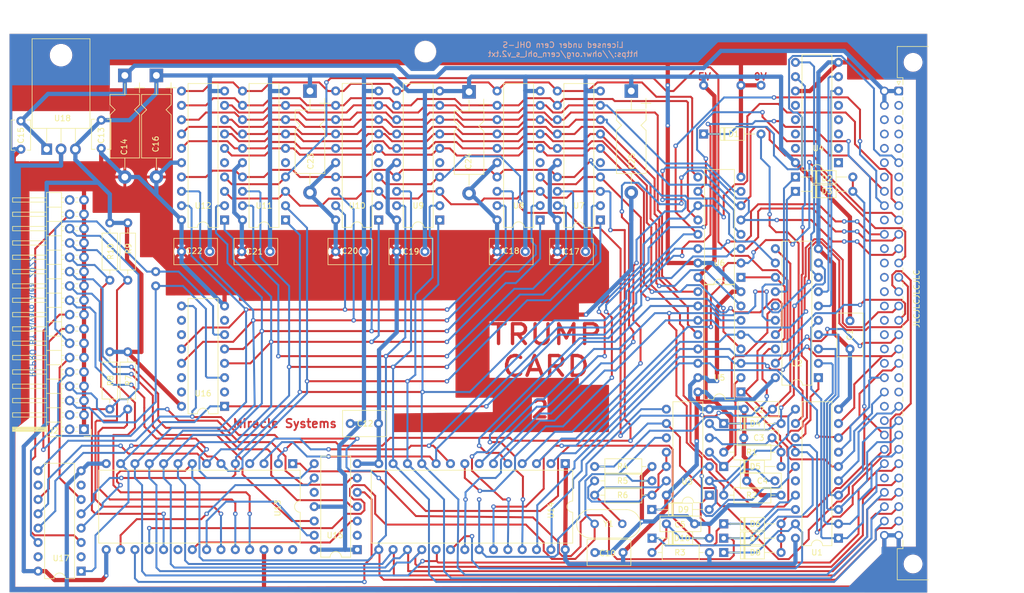
<source format=kicad_pcb>
(kicad_pcb (version 20240108) (generator "pcbnew") (generator_version "8.0")
  (title_block (title "Trump Card 2 (Clone)") (date "2022-10-01") (rev "01") (company "Repro by Alvaro Alea Fdz.") (comment 1 "Disk Interface for Sinclair QL"))
  (layers (0 "F.Cu" signal) (31 "B.Cu" signal) (34 "B.Paste" user) (35 "F.Paste" user) (36 "B.SilkS" user "B.Silkscreen") (37 "F.SilkS" user "F.Silkscreen") (38 "B.Mask" user) (39 "F.Mask" user) (44 "Edge.Cuts" user))
  (net 0 "")
  (net 1 "GND")
  (net 2 "+9V")
  (net 5 "/SP0")
  (net 6 "/SP1")
  (net 7 "/DSMC")
  (net 8 "/SP2")
  (net 10 "/A3")
  (net 11 "/A4")
  (net 12 "/A5")
  (net 13 "/A6")
  (net 14 "/A7")
  (net 15 "/A8")
  (net 16 "/A9")
  (net 17 "/A10")
  (net 18 "/A11")
  (net 19 "/A12")
  (net 20 "/A13")
  (net 21 "/A14")
  (net 24 "/A16")
  (net 25 "/A17")
  (net 26 "/A18")
  (net 27 "/A19")
  (net 28 "/D7")
  (net 29 "/D6")
  (net 30 "/D5")
  (net 31 "/D4")
  (net 32 "/D3")
  (net 33 "/EXTINTL")
  (net 37 "/SP3")
  (net 38 "/A2")
  (net 39 "/A1")
  (net 41 "/A0")
  (net 47 "/VPA")
  (net 49 "/E")
  (net 51 "/RESET")
  (net 52 "/A15")
  (net 55 "/RW")
  (net 56 "/DS")
  (net 58 "/D0")
  (net 59 "/D1")
  (net 60 "/D2")
  (net 63 "Net-(C2-Pad2)")
  (net 64 "/FDC_IP")
  (net 65 "/DS1")
  (net 66 "/DS2")
  (net 67 "/MOTOR_ON")
  (net 68 "/DIR")
  (net 69 "/STEP")
  (net 70 "/DATA_WR")
  (net 71 "/GATE_WR")
  (net 72 "/FDC_T0")
  (net 73 "Net-(C4-Pad2)")
  (net 74 "/HEAD")
  (net 76 "/FDCON_CS")
  (net 77 "/DS0")
  (net 78 "/CLK")
  (net 79 "/DTACKL")
  (net 80 "Net-(C3-Pad1)")
  (net 81 "Net-(C5-Pad1)")
  (net 82 "Net-(D1-Pad2)")
  (net 83 "Net-(D2-Pad1)")
  (net 84 "Net-(D3-Pad1)")
  (net 85 "/GAL2_P9")
  (net 86 "/GAL2_P15")
  (net 87 "/CS175")
  (net 88 "/ROM_CE")
  (net 89 "+5V")
  (net 90 "/MUX")
  (net 91 "/CLKCT")
  (net 92 "/DS3")
  (net 93 "/FDC_WPRT")
  (net 94 "/FDC_STEP")
  (net 95 "/FDC_RD")
  (net 96 "Net-(R5-Pad1)")
  (net 97 "Net-(R6-Pad1)")
  (net 98 "/MA8")
  (net 100 "Net-(U2-Pad6)")
  (net 101 "Net-(U2-Pad7)")
  (net 102 "Net-(U2-Pad8)")
  (net 103 "/CAS")
  (net 104 "/RAS2")
  (net 105 "/RAS1")
  (net 106 "/RAS0")
  (net 110 "/MA0")
  (net 111 "/MA1")
  (net 112 "/MA6")
  (net 113 "/MA7")
  (net 114 "/MA2")
  (net 115 "/MA3")
  (net 116 "/MA4")
  (net 118 "/MA5")
  (net 128 "/ROM_OE")
  (net 129 "/FDC_WG")
  (net 130 "/FDC_WD")
  (net 131 "/FDC_DIR")
  (net 149 "Net-(U1-Pad13)")
  (footprint "Package_TO_SOT_THT:TO-220-3_Horizontal_TabDown" (layer "F.Cu") (at 45.466 64.793)
    (property "Reference" "U18")
    (property "Value" "7805")
  )
  (footprint "Package_DIP:DIP-16_W7.62mm" (layer "F.Cu") (at 168.402 87.503 180)
    (property "Reference" "U6")
    (property "Value" "74LS157")
  )
  (footprint "Capacitor_THT:C_Disc_D7.0mm_W2.5mm_P5.00mm" (layer "F.Cu") (at 173.91 115.951 180)
    (property "Reference" "C3")
    (property "Value" "100p")
  )
  (footprint "Capacitor_THT:C_Disc_D5.1mm_W3.2mm_P5.00mm" (layer "F.Cu") (at 40.894 59.793 -90)
    (property "Reference" "C15")
    (property "Value" "C")
  )
  (footprint "Capacitor_THT:CP_Axial_L11.0mm_D5.0mm_P18.00mm_Horizontal" (layer "F.Cu") (at 148.9825 54.483 -90)
    (property "Reference" "C25")
    (property "Value" "C_Polarized")
  )
  (footprint "Package_DIP:DIP-20_W7.62mm" (layer "F.Cu") (at 104.257 77.338 180)
    (property "Reference" "U10")
    (property "Value" "M514256A")
  )
  (footprint "Resistor_THT:R_Axial_DIN0207_L6.3mm_D2.5mm_P10.16mm_Horizontal" (layer "F.Cu") (at 142.494 121.031)
    (property "Reference" "R4")
    (property "Value" "820")
  )
  (footprint "Package_DIP:DIP-20_W7.62mm" (layer "F.Cu") (at 182.118 105.283 180)
    (property "Reference" "U2")
    (property "Value" "GAL16V8")
  )
  (footprint "Package_DIP:DIP-20_W7.62mm" (layer "F.Cu") (at 143.51 77.343 180)
    (property "Reference" "U7")
    (property "Value" "M514256A")
  )
  (footprint "Package_DIP:DIP-28_W15.24mm" (layer "F.Cu") (at 137.287 120.523 -90)
    (property "Reference" "U14")
    (property "Value" "27C128")
  )
  (footprint "Diode_THT:D_DO-35_SOD27_P10.16mm_Horizontal" (layer "F.Cu") (at 165.354 136.271)
    (property "Reference" "D8")
    (property "Value" "1N4148")
  )
  (footprint "Connector_DIN:DIN41612_B_2x32_Male_Horizontal_THT" (layer "F.Cu") (at 196.342 54.483 -90)
    (property "Reference" "J1" (hide yes))
    (property "Value" "QL_SLOT_DIN41612_CARD" (hide yes))
  )
  (footprint "Crystal:Crystal_HC18-U_Vertical" (layer "F.Cu") (at 142.494 131.191)
    (property "Reference" "Y1")
    (property "Value" "8Mhz")
  )
  (footprint "Diode_THT:D_DO-35_SOD27_P10.16mm_Horizontal" (layer "F.Cu") (at 152.654 133.731)
    (property "Reference" "D10")
    (property "Value" "1N4148")
  )
  (footprint "Connector_PinHeader_2.54mm:PinHeader_2x17_P2.54mm_Horizontal" (layer "F.Cu") (at 52.07 114.427 180)
    (property "Reference" "J2")
    (property "Value" "Conn_02x17_Odd_Even")
  )
  (footprint "TestPoint:TestPoint_THTPad_D1.5mm_Drill0.7mm" (layer "F.Cu") (at 168.402 53.467)
    (property "Reference" "J3" (hide yes))
    (property "Value" "Conn_01x01" (hide yes))
  )
  (footprint "Resistor_THT:R_Axial_DIN0207_L6.3mm_D2.5mm_P10.16mm_Horizontal" (layer "F.Cu") (at 162.814 136.271 180)
    (property "Reference" "R3")
    (property "Value" "330")
  )
  (footprint "Capacitor_THT:C_Disc_D5.1mm_W3.2mm_P5.00mm" (layer "F.Cu") (at 55.118 59.643 -90)
    (property "Reference" "C13")
    (property "Value" "C")
  )
  (footprint "Capacitor_THT:C_Disc_D7.5mm_W4.4mm_P5.00mm" (layer "F.Cu") (at 101.647 82.931 180)
    (property "Reference" "C20")
    (property "Value" "C")
  )
  (footprint "Package_DIP:DIP-28_W15.24mm" (layer "F.Cu") (at 89.027 120.523 -90)
    (property "Reference" "U13")
    (property "Value" "FDC_WD1772")
  )
  (footprint "Capacitor_THT:C_Disc_D7.5mm_W4.4mm_P5.00mm" (layer "F.Cu") (at 140.89 82.931 180)
    (property "Reference" "C17")
    (property "Value" "C")
  )
  (footprint "Capacitor_THT:C_Disc_D7.5mm_W4.4mm_P5.00mm" (layer "F.Cu") (at 99.227 113.411)
    (property "Reference" "C12")
    (property "Value" "C")
  )
  (footprint "TestPoint:TestPoint_THTPad_D1.5mm_Drill0.7mm" (layer "F.Cu") (at 161.798 53.467)
    (property "Reference" "J5" (hide yes))
    (property "Value" "Conn_01x01" (hide yes))
  )
  (footprint "Diode_THT:D_DO-35_SOD27_P10.16mm_Horizontal" (layer "F.Cu") (at 178.054 69.723)
    (property "Reference" "D2")
    (property "Value" "1N4148")
  )
  (footprint "Resistor_THT:R_Axial_DIN0207_L6.3mm_D2.5mm_P10.16mm_Horizontal" (layer "F.Cu") (at 142.494 126.111)
    (property "Reference" "R6")
    (property "Value" "2K7")
  )
  (footprint "Capacitor_THT:CP_Axial_L11.0mm_D5.0mm_P18.00mm_Horizontal" (layer "F.Cu") (at 64.8855 51.723 -90)
    (property "Reference" "C16")
    (property "Value" "C_Polarized")
  )
  (footprint "TestPoint:TestPoint_THTPad_D1.5mm_Drill0.7mm" (layer "F.Cu") (at 171.958 53.467)
    (property "Reference" "J4" (hide yes))
    (property "Value" "Conn_01x01" (hide yes))
  )
  (footprint "Package_DIP:DIP-20_W7.62mm" (layer "F.Cu") (at 185.674 133.731 180)
    (property "Reference" "U1")
    (property "Value" "GAL16V8")
  )
  (footprint "Package_DIP:DIP-20_W7.62mm" (layer "F.Cu") (at 132.842 77.338 180)
    (property "Reference" "U8")
    (property "Value" "M514256A")
  )
  (footprint "Diode_THT:D_DO-35_SOD27_P10.16mm_Horizontal" (layer "F.Cu") (at 161.798 62.103)
    (property "Reference" "D1")
    (property "Value" "1N4148")
  )
  (footprint "Capacitor_THT:C_Disc_D7.5mm_W4.4mm_P5.00mm" (layer "F.Cu") (at 80.01 82.931)
    (property "Reference" "C21")
    (property "Value" "C")
  )
  (footprint "Diode_THT:D_DO-35_SOD27_P10.16mm_Horizontal" (layer "F.Cu") (at 165.354 133.731)
    (property "Reference" "D7")
    (property "Value" "1N4148")
  )
  (footprint "Capacitor_THT:CP_Axial_L11.0mm_D5.0mm_P18.00mm_Horizontal" (layer "F.Cu") (at 92.0865 54.483 -90)
    (property "Reference" "C23")
    (property "Value" "C_Polarized")
  )
  (footprint "Package_DIP:DIP-16_W7.62mm" (layer "F.Cu") (at 76.962 110.363 180)
    (property "Reference" "U16")
    (property "Value" "74LS175")
  )
  (footprint "Diode_THT:D_DO-35_SOD27_P10.16mm_Horizontal" (layer "F.Cu") (at 165.354 121.031)
    (property "Reference" "D5")
    (property "Value" "1N4148")
  )
  (footprint "Package_DIP:DIP-16_W7.62mm" (layer "F.Cu") (at 168.402 107.823 180)
    (property "Reference" "U5")
    (property "Value" "74LS157")
  )
  (footprint "Package_DIP:DIP-16_W7.62mm" (layer "F.Cu") (at 51.562 139.573 180)
    (property "Reference" "U17")
    (property "Value" "74ls175")
  )
  (footprint "Resistor_THT:R_Axial_DIN0207_L6.3mm_D2.5mm_P10.16mm_Horizontal" (layer "F.Cu") (at 165.354 118.491)
    (property "Reference" "R1")
    (property "Value" "1K8")
  )
  (footprint "Capacitor_THT:C_Disc_D7.0mm_W2.5mm_P5.00mm" (layer "F.Cu") (at 168.99 110.871)
    (property "Reference" "C2")
    (property "Value" "100p")
  )
  (footprint "Resistor_THT:R_Axial_DIN0207_L6.3mm_D2.5mm_P10.16mm_Horizontal" (layer "F.Cu") (at 59.817 100.711 -90)
    (property "Reference" "R7")
    (property "Value" "680")
  )
  (footprint "Diode_THT:D_DO-35_SOD27_P10.16mm_Horizontal" (layer "F.Cu") (at 165.354 113.411)
    (property "Reference" "D4")
    (property "Value" "1N4148")
  )
  (footprint "Capacitor_THT:CP_Axial_L11.0mm_D5.0mm_P18.00mm_Horizontal" (layer "F.Cu") (at 120.2575 54.627 -90)
    (property "Reference" "C24")
    (property "Value" "C_Polarized")
  )
  (footprint "Capacitor_THT:C_Disc_D7.5mm_W4.4mm_P5.00mm" (layer "F.Cu") (at 130.222 82.931 180)
    (property "Reference" "C18")
    (property "Value" "C")
  )
  (footprint "Diode_THT:D_DO-35_SOD27_P10.16mm_Horizontal" (layer "F.Cu") (at 178.054 72.263)
    (property "Reference" "D3")
    (property "Value" "1N4148")
  )
  (footprint "Capacitor_THT:C_Disc_D7.5mm_W4.4mm_P5.00mm" (layer "F.Cu") (at 107.442 82.931)
    (property "Reference" "C19")
    (property "Value" "C")
  )
  (footprint "Package_DIP:DIP-14_W7.62mm" (layer "F.Cu") (at 100.457 135.763 180)
    (property "Reference" "U15")
    (property "Value" "74HC04")
  )
  (footprint "Package_DIP:DIP-20_W7.62mm" (layer "F.Cu") (at 76.962 77.343 180)
    (property "Reference" "U12")
    (property "Value" "M514256A")
  )
  (footprint "Resistor_THT:R_Axial_DIN0207_L6.3mm_D2.5mm_P10.16mm_Horizontal" (layer "F.Cu") (at 142.494 123.571)
    (property "Reference" "R5")
    (property "Value" "2K7")
  )
  (footprint "Capacitor_THT:C_Disc_D7.5mm_W4.4mm_P5.00mm" (layer "F.Cu") (at 74.342 82.931 180)
    (property "Reference" "C22")
    (property "Value" "C")
  )
  (footprint "Resistor_THT:R_Axial_DIN0207_L6.3mm_D2.5mm_P10.16mm_Horizontal" (layer "F.Cu") (at 165.354 126.111)
    (property "Reference" "R2")
    (property "Value" "330")
  )
  (footprint "Diode_THT:D_DO-35_SOD27_P10.16mm_Horizontal" (layer "F.Cu") (at 165.354 131.191)
    (property "Reference" "D6")
    (property "Value" "1N4148")
  )
  (footprint "Resistor_THT:R_Axial_DIN0207_L6.3mm_D2.5mm_P10.16mm_Horizontal" (layer "F.Cu") (at 59.817 77.851 -90)
    (property "Reference" "R9")
    (property "Value" "680")
  )
  (footprint "Package_DIP:DIP-16_W7.62mm" (layer "F.Cu") (at 185.674 67.183 180)
    (property "Reference" "U4")
    (property "Value" "74HC4040N")
  )
  (footprint "Package_DIP:DIP-14_W7.62mm" (layer "F.Cu") (at 162.814 126.111 180)
    (property "Reference" "U3")
    (property "Value" "74HC04")
  )
  (footprint "Capacitor_THT:C_Disc_D7.0mm_W2.5mm_P5.00mm" (layer "F.Cu") (at 155.194 131.191)
    (property "Reference" "C5")
    (property "Value" "100p")
  )
  (footprint "Capacitor_THT:C_Disc_D7.0mm_W2.5mm_P5.00mm" (layer "F.Cu") (at 169.418 123.571)
    (property "Reference" "C4")
    (property "Value" "100p")
  )
  (footprint "Capacitor_THT:C_Disc_D7.5mm_W4.4mm_P5.00mm" (layer "F.Cu") (at 187.706 95.203 -90)
    (property "Reference" "C1")
    (property "Value" "C")
  )
  (footprint "Package_DIP:DIP-20_W7.62mm" (layer "F.Cu") (at 115.062 77.343 180)
    (property "Reference" "U9")
    (property "Value" "M514256A")
  )
  (footprint "Resistor_THT:R_Axial_DIN0207_L6.3mm_D2.5mm_P10.16mm_Horizontal" (layer "F.Cu") (at 56.642 100.711 -90)
    (property "Reference" "R8")
    (property "Value" "680")
  )
  (footprint "Capacitor_THT:CP_Axial_L11.0mm_D5.0mm_P18.00mm_Horizontal" (layer "F.Cu") (at 59.2975 51.723 -90)
    (property "Reference" "C14")
    (property "Value" "C_Polarized")
  )
  (footprint "Diode_THT:D_DO-35_SOD27_P10.16mm_Horizontal" (layer "F.Cu") (at 152.614 128.651)
    (property "Reference" "D9")
    (property "Value" "1N4148")
  )
  (footprint "Capacitor_THT:C_Disc_D7.5mm_W4.4mm_P5.00mm" (layer "F.Cu") (at 142.534 136.271)
    (property "Reference" "C10")
    (property "Value" "C")
  )
  (footprint "Package_DIP:DIP-20_W7.62mm" (layer "F.Cu") (at 87.757 77.343 180)
    (property "Reference" "U11")
    (property "Value" "M514256A")
  )
  (footprint "Resistor_THT:R_Axial_DIN0207_L6.3mm_D2.5mm_P10.16mm_Horizontal" (layer "F.Cu") (at 56.642 77.851 -90)
    (property "Reference" "R10")
    (property "Value" "680")
  )
  (gr_line (start 201.422 44.323) (end 38.862 44.323) (stroke (width 0.05)) (layer "Edge.Cuts"))
  (gr_line (start 201.422 143.383) (end 201.422 44.323) (stroke (width 0.05)) (layer "Edge.Cuts"))
  (gr_line (start 38.862 44.323) (end 38.862 143.3449) (stroke (width 0.05)) (layer "Edge.Cuts"))
  (gr_circle (center 112.522 47.498) (end 114.427 47.498) (stroke (width 0.05)) (fill none) (layer "Edge.Cuts"))
  (gr_line (start 38.862 143.3449) (end 201.422 143.383) (stroke (width 0.05)) (layer "Edge.Cuts"))
  (gr_text "Miracle Systems" (at 87.63 113.411 0) (layer "F.Cu") (effects (font (size 1.5 1.5) (thickness 0.3))))
  (gr_text "2" (at 132.842 110.871 0) (layer "F.Cu") (effects (font (size 3 3) (thickness 0.6))))
  (gr_text "TRUMP\nCARD" (at 133.858 100.457 0) (layer "F.Cu") (effects (font (size 3.5 4) (thickness 0.6))))
  (gr_text "5V        0V" (at 166.878 51.943 0) (layer "F.Cu") (effects (font (size 1.25 1.25) (thickness 0.25))))
  (gr_text "REPRO BY Alvaro Alea 2022" (at 42.926 94.488 270) (layer "B.Cu") (effects (font (size 1 1)) (justify mirror)))
  (gr_text "Licensed under Cern OHL-S\nhttps://ohwr.org/cern_ohl_s_v2.txt" (at 136.906 47.117 0) (layer "B.SilkS") (effects (font (size 1 1)) (justify mirror)))
  (gr_text "JLCJLCJLCJLC" (at 199.517 91.313 90) (layer "F.SilkS") (effects (font (size 1 1))))
  (segment (start 52.07 99.187) (end 52.07 101.727) (width 0.75) (layer "F.Cu") (net 1))
  (segment (start 107.442 82.931) (end 105.156 85.217) (width 0.5) (layer "F.Cu") (net 1))
  (segment (start 52.07 78.867) (end 52.07 81.407) (width 0.75) (layer "F.Cu") (net 1))
  (segment (start 55.118 68.199) (end 54.356 68.961) (width 0.75) (layer "F.Cu") (net 1))
  (segment (start 52.07 96.647) (end 52.07 99.187) (width 0.75) (layer "F.Cu") (net 1))
  (segment (start 76.962 87.503) (end 76.962 88.519) (width 0.75) (layer "F.Cu") (net 1))
  (segment (start 94.742 87.249) (end 80.264 87.249) (width 0.75) (layer "F.Cu") (net 1))
  (segment (start 123.19 87.249) (end 107.442 87.249) (width 0.75) (layer "F.Cu") (net 1))
  (segment (start 52.07 111.887) (end 52.07 114.427) (width 0.75) (layer "F.Cu") (net 1))
  (segment (start 135.89 90.551) (end 139.446 94.107) (width 0.75) (layer "F.Cu") (net 1))
  (segment (start 80.264 87.249) (end 77.216 87.249) (width 0.75) (layer "F.Cu") (net 1))
  (segment (start 150.8652 122.8198) (end 150.8652 130.7662) (width 0.75) (layer "F.Cu") (net 1))
  (segment (start 107.442 87.249) (end 105.156 87.249) (width 0.75) (layer "F.Cu") (net 1))
  (segment (start 52.07 73.787) (end 52.07 76.327) (width 0.75) (layer "F.Cu") (net 1))
  (segment (start 94.742 84.963) (end 94.742 87.249) (width 0.75) (layer "F.Cu") (net 1))
  (segment (start 168.91 119.253) (end 169.418 119.761) (width 0.75) (layer "F.Cu") (net 1))
  (segment (start 52.07 101.727) (end 52.07 104.267) (width 0.75) (layer "F.Cu") (net 1))
  (segment (start 39.624 66.063) (end 40.894 64.793) (width 0.75) (layer "F.Cu") (net 1))
  (segment (start 55.118 64.643) (end 55.118 68.199) (width 0.75) (layer "F.Cu") (net 1))
  (segment (start 105.156 85.217) (end 105.156 87.249) (width 0.75) (layer "F.Cu") (net 1))
  (segment (start 139.446 94.107) (end 140.97 94.107) (width 0.75) (layer "F.Cu") (net 1))
  (segment (start 168.402 90.043) (end 166.911 90.043) (width 0.75) (layer "F.Cu") (net 1))
  (segment (start 164.1555 92.7985) (end 164.1555 105.872) (width 0.75) (layer "F.Cu") (net 1))
  (segment (start 168.402 69.723) (end 168.402 53.467) (width 0.75) (layer "F.Cu") (net 1))
  (segment (start 196.85 136.017) (end 196.342 136.017) (width 0.75) (layer "F.Cu") (net 1))
  (segment (start 52.07 91.567) (end 52.07 94.107) (width 0.75) (layer "F.Cu") (net 1))
  (segment (start 196.342 136.017) (end 196.342 133.223) (width 0.75) (layer "F.Cu") (net 1))
  (segment (start 52.07 89.027) (end 52.07 91.567) (width 0.75) (layer "F.Cu") (net 1))
  (segment (start 195.834 51.689) (end 200.152 51.689) (width 0.75) (layer "F.Cu") (net 1))
  (segment (start 76.962 88.519) (end 76.962 92.583) (width 0.75) (layer "F.Cu") (net 1))
  (segment (start 168.99 115.951) (end 168.99 110.871) (width 0.75) (layer "F.Cu") (net 1))
  (segment (start 185.674 49.403) (end 195.834 49.403) (width 0.75) (layer "F.Cu") (net 1))
  (segment (start 155.448 84.963) (end 155.448 60.579) (width 0.75) (layer "F.Cu") (net 1))
  (segment (start 134.112 84.709) (end 134.112 87.249) (width 0.75) (layer "F.Cu") (net 1))
  (segment (start 52.07 76.327) (end 52.07 78.867) (width 0.75) (layer "F.Cu") (net 1))
  (segment (start 175.514 126.111) (end 171.958 126.111) (width 0.75) (layer "F.Cu") (net 1))
  (segment (start 155.448 46.863) (end 156.464 45.847) (width 0.75) (layer "F.Cu") (net 1))
  (segment (start 182.118 82.423) (end 184.8719 85.1769) (width 0.75) (layer "F.Cu") (net 1))
  (segment (start 124.968 87.249) (end 123.19 87.249) (width 0.75) (layer "F.Cu") (net 1))
  (segment (start 135.89 82.931) (end 134.112 84.709) (width 0.5) (layer "F.Cu") (net 1))
  (segment (start 48.006 68.453) (end 48.006 64.793) (width 0.75) (layer "F.Cu") (net 1))
  (segment (start 195.834 49.403) (end 195.834 51.689) (width 0.75) (layer "F.Cu") (net 1))
  (segment (start 96.774 87.249) (end 94.742 87.249) (width 0.75) (layer "F.Cu") (net 1))
  (segment (start 52.07 94.107) (end 52.07 96.647) (width 0.75) (layer "F.Cu") (net 1))
  (segment (start 54.356 68.961) (end 52.07 68.961) (width 0.75) (layer "F.Cu") (net 1))
  (segment (start 80.01 82.931) (end 76.962 85.979) (width 0.5) (layer "F.Cu") (net 1))
  (segment (start 180.594 54.483) (end 185.674 49.403) (width 0.75) (layer "F.Cu") (net 1))
  (segment (start 76.962 85.979) (end 76.962 88.519) (width 0.75) (layer "F.Cu") (net 1))
  (segment (start 52.07 104.267) (end 52.07 106.807) (width 0.75) (layer "F.Cu") (net 1))
  (segment (start 96.774 82.931) (end 94.742 84.963) (width 0.5) (layer "F.Cu") (net 1))
  (segment (start 168.402 53.467) (end 168.402 45.847) (width 0.75) (layer "F.Cu") (net 1))
  (segment (start 155.448 53.467) (end 155.448 46.863) (width 0.75) (layer "F.Cu") (net 1))
  (segment (start 168.402 45.847) (end 187.96 45.847) (width 0.75) (layer "F.Cu") (net 1))
  (segment (start 48.514 68.961) (end 52.07 68.961) (width 0.75) (layer "F.Cu") (net 1))
  (segment (start 200.152 51.689) (end 200.152 136.017) (width 0.75) (layer "F.Cu") (net 1))
  (segment (start 160.782 84.963) (end 155.448 84.963) (width 0.75) (layer "F.Cu") (net 1))
  (segment (start 187.96 45.847) (end 187.96 49.403) (width 0.75) (layer "F.Cu") (net 1))
  (segment (start 171.958 126.111) (end 169.418 123.571) (width 0.75) (layer "F.Cu") (net 1))
  (segment (start 156.464 45.847) (end 168.402 45.847) (width 0.75) (layer "F.Cu") (net 1))
  (segment (start 48.514 68.961) (end 48.006 68.453) (width 0.75) (layer "F.Cu") (net 1))
  (segment (start 77.216 87.249) (end 76.962 87.503) (width 0.75) (layer "F.Cu") (net 1))
  (segment (start 83.947 135.763) (end 83.947 142.748) (width 0.75) (layer "F.Cu") (net 1))
  (segment (start 39.624 66.167) (end 39.624 66.063) (width 0.75) (layer "F.Cu") (net 1))
  (segment (start 135.89 87.249) (end 134.112 87.249) (width 0.75) (layer "F.Cu") (net 1))
  (segment (start 52.07 106.807) (end 52.07 109.347) (width 0.75) (layer "F.Cu") (net 1))
  (segment (start 134.112 87.249) (end 124.968 87.249) (width 0.75) (layer "F.Cu") (net 1))
  (segment (start 166.911 90.043) (end 164.1555 92.7985) (width 0.75) (layer "F.Cu") (net 1))
  (segment (start 200.152 136.017) (end 196.85 136.017) (width 0.75) (layer "F.Cu") (net 1))
  (segment (start 83.947 142.748) (end 39.497 142.748) (width 0.75) (layer "F.Cu") (net 1))
  (segment (start 105.156 87.249) (end 96.774 87.249) (width 0.75) (layer "F.Cu") (net 1))
  (segment (start 169.418 119.761) (end 169.418 123.571) (width 0.75) (layer "F.Cu") (net 1))
  (segment (start 152.654 121.031) (end 150.8652 122.8198) (width 0.75) (layer "F.Cu") (net 1))
  (segment (start 187.96 49.403) (end 185.674 49.403) (width 0.75) (layer "F.Cu") (net 1))
  (segment (start 52.07 109.347) (end 52.07 111.887) (width 0.75) (layer "F.Cu") (net 1))
  (segment (start 135.89 87.249) (end 135.89 90.551) (width 0.75) (layer "F.Cu") (net 1))
  (segment (start 168.91 115.951) (end 168.91 119.253) (width 0.75) (layer "F.Cu") (net 1))
  (segment (start 52.07 81.407) (end 52.07 83.947) (width 0.75) (layer "F.Cu") (net 1))
  (segment (start 184.8719 85.1769) (end 184.8719 97.3689) (width 0.75) (layer "F.Cu") (net 1))
  (segment (start 52.07 83.947) (end 52.07 86.487) (width 0.75) (layer "F.Cu") (net 1))
  (segment (start 168.402 53.467) (end 171.958 53.467) (width 0.75) (layer "F.Cu") (net 1))
  (segment (start 193.802 133.223) (end 193.802 135.763) (width 0.75) (layer "F.Cu") (net 1))
  (segment (start 52.07 86.487) (end 52.07 89.027) (width 0.75) (layer "F.Cu") (net 1))
  (segment (start 125.222 82.931) (end 123.19 84.963) (width 0.5) (layer "F.Cu") (net 1))
  (segment (start 123.19 84.963) (end 123.19 87.249) (width 0.75) (layer "F.Cu") (net 1))
  (segment (start 178.054 54.483) (end 180.594 54.483) (width 0.75) (layer "F.Cu") (net 1))
  (segment (start 184.8719 97.3689) (end 187.706 100.203) (width 0.75) (layer "F.Cu") (net 1))
  (segment (start 39.497 142.748) (end 39.624 66.167) (width 0.75) (layer "F.Cu") (net 1))
  (segment (start 52.07 68.961) (end 52.07 73.787) (width 0.75) (layer "F.Cu") (net 1))
  (via (at 140.97 94.107) (size 0.8) (drill 0.4) (layers "F.Cu" "B.Cu") (net 1))
  (via (at 150.8652 130.7662) (size 0.8) (drill 0.4) (layers "F.Cu" "B.Cu") (net 1))
  (via (at 155.448 53.467) (size 0.8) (drill 0.4) (layers "F.Cu" "B.Cu") (net 1))
  (via (at 164.1555 105.872) (size 0.8) (drill 0.4) (layers "F.Cu" "B.Cu") (net 1))
  (via (at 155.448 60.579) (size 0.8) (drill 0.4) (layers "F.Cu" "B.Cu") (net 1))
  (segment (start 161.464 110.871) (end 159.4141 108.8211) (width 0.75) (layer "B.Cu") (net 1))
  (segment (start 120.511 72.627) (end 125.222 77.338) (width 0.75) (layer "B.Cu") (net 1))
  (segment (start 187.706 100.203) (end 187.706 108.839) (width 0.75) (layer "B.Cu") (net 1))
  (segment (start 148.9825 77.286) (end 148.9825 72.483) (width 0.75) (layer "B.Cu") (net 1))
  (segment (start 55.118 64.643) (end 55.118 65.5435) (width 0.75) (layer "B.Cu") (net 1))
  (segment (start 153.899 129.856) (end 158.859 129.856) (width 0.75) (layer "B.Cu") (net 1))
  (segment (start 52.832 120.523) (end 56.134 120.523) (width 0.75) (layer "B.Cu") (net 1))
  (segment (start 187.706 108.839) (end 185.674 110.871) (width 0.75) (layer "B.Cu") (net 1))
  (segment (start 148.982 77.2865) (end 148.982 86.0945) (width 0.75) (layer "B.Cu") (net 1))
  (segment (start 78.6855 68.5075) (end 80.01 67.183) (width 0.75) (layer "B.Cu") (net 1))
  (segment (start 125.222 77.338) (end 125.222 82.931) (width 0.75) (layer "B.Cu") (net 1))
  (segment (start 164.1555 105.872) (end 162.721 105.872) (width 0.75) (layer "B.Cu") (net 1))
  (segment (start 150.8652 130.7662) (end 152.9888 130.7662) (width 0.75) (layer "B.Cu") (net 1))
  (segment (start 64.8855 72.6555) (end 64.77 72.771) (width 0.75) (layer "B.Cu") (net 1))
  (segment (start 69.342 84.963) (end 76.962 92.583) (width 0.75) (layer "B.Cu") (net 1))
  (segment (start 39.728 64.793) (end 40.894 64.793) (width 0.75) (layer "B.Cu") (net 1))
  (segment (start 158.859 129.856) (end 160.194 131.191) (width 0.75) (layer "B.Cu") (net 1))
  (segment (start 39.37 65.151) (end 39.728 64.793) (width 0.75) (layer "B.Cu") (net 1))
  (segment (start 80.01 77.343) (end 80.01 82.931) (width 0.75) (layer "B.Cu") (net 1))
  (segment (start 196.342 133.223) (end 196.342 136.271) (width 0.75) (layer "B.Cu") (net 1))
  (segment (start 134.565 68.5075) (end 135.89 67.183) (width 0.75) (layer "B.Cu") (net 1))
  (segment (start 148.982 72.483) (end 148.982 77.2865) (width 0.75) (layer "B.Cu") (net 1))
  (segment (start 168.402 90.043) (end 163.322 84.963) (width 0.75) (layer "B.Cu") (net 1))
  (segment (start 78.6855 76.0185) (end 78.6855 68.5075) (width 0.75) (layer "B.Cu") (net 1))
  (segment (start 96.637 67.178) (end 92.0865 71.7285) (width 0.75) (layer "B.Cu") (net 1))
  (segment (start 55.118 65.5435) (end 59.2975 69.723) (width 0.75) (layer "B.Cu") (net 1))
  (segment (start 182.118 51.181) (end 183.896 49.403) (width 0.75) (layer "B.Cu") (net 1))
  (segment (start 148.982 86.0945) (end 140.97 94.107) (width 0.75) (layer "B.Cu") (net 1))
  (segment (start 162.9626 131.191) (end 160.194 131.191) (width 0.75) (layer "B.Cu") (net 1))
  (segment (start 107.442 77.343) (end 107.442 82.931) (width 0.75) (layer "B.Cu") (net 1))
  (segment (start 96.647 82.931) (end 96.647 77.348) (width 0.75) (layer "B.Cu") (net 1))
  (segment (start 159.4141 106.6509) (end 160.782 105.283) (width 0.75) (layer "B.Cu") (net 1))
  (segment (start 100.574 120.528) (end 104.389 120.528) (width 0.75) (layer "B.Cu") (net 1))
  (segment (start 105.853 76.0185) (end 105.853 68.5075) (width 0.75) (layer "B.Cu") (net 1))
  (segment (start 104.314 100.377) (end 104.314 113.411) (width 0.75) (layer "B.Cu") (net 1))
  (segment (start 80.01 77.343) (end 78.6855 76.0185) (width 0.75) (layer "B.Cu") (net 1))
  (segment (start 152.9888 130.7662) (end 153.899 129.856) (width 0.75) (layer "B.Cu") (net 1))
  (segment (start 145.3604 136.271) (end 142.534 136.271) (width 0.75) (layer "B.Cu") (net 1))
  (segment (start 107.178 77.343) (end 105.853 76.0185) (width 0.75) (layer "B.Cu") (net 1))
  (segment (start 160.782 84.963) (end 163.322 84.963) (width 0.75) (layer "B.Cu") (net 1))
  (segment (start 69.342 67.183) (end 67.4255 67.183) (width 0.75) (layer "B.Cu") (net 1))
  (segment (start 134.565 76.0185) (end 134.565 68.5075) (width 0.75) (layer "B.Cu") (net 1))
  (segment (start 61.722 69.723) (end 64.77 72.771) (width 0.75) (layer "B.Cu") (net 1))
  (segment (start 59.2975 69.723) (end 61.722 69.723) (width 0.75) (layer "B.Cu") (net 1))
  (segment (start 107.442 97.249) (end 104.314 100.377) (width 0.75) (layer "B.Cu") (net 1))
  (segment (start 64.77 72.771) (end 69.342 77.343) (width 0.75) (layer "B.Cu") (net 1))
  (segment (start 150.8652 130.7662) (end 145.3604 136.271) (width 0.75) (layer "B.Cu") (net 1))
  (segment (start 48.006 67.691) (end 39.37 67.691) (width 0.75) (layer "B.Cu") (net 1))
  (segment (start 160.782 105.283) (end 162.132 105.283) (width 0.75) (layer "B.Cu") (net 1))
  (segment (start 64.8855 69.723) (end 64.8855 72.6555) (width 0.75) (layer "B.Cu") (net 1))
  (segment (start 107.442 82.931) (end 107.442 97.249) (width 0.75) (layer "B.Cu") (net 1))
  (segment (start 67.4255 67.183) (end 64.8855 69.723) (width 0.75) (layer "B.Cu") (net 1))
  (segment (start 155.448 60.579) (end 155.448 53.467) (width 0.75) (layer "B.Cu") (net 1))
  (segment (start 162.814 110.871) (end 161.464 110.871) (width 0.75) (layer "B.Cu") (net 1))
  (segment (start 193.802 133.223) (end 196.342 133.223) (width 0.75) (layer "B.Cu") (net 1))
  (segment (start 52.832 120.523) (end 51.562 121.793) (width 0.75) (layer "B.Cu") (net 1))
  (segment (start 135.89 77.343) (end 134.565 76.0185) (width 0.75) (layer "B.Cu") (net 1))
  (segment (start 166.2646 127.889) (end 162.9626 131.191) (width 0.75) (layer "B.Cu") (net 1))
  (segment (start 175.514 126.111) (end 173.228 126.111) (width 0.75) (layer "B.Cu") (net 1))
  (segment (start 135.89 77.343) (end 135.89 82.931) (width 0.75) (layer "B.Cu") (net 1))
  (segment (start 48.006 64.793) (end 48.006 67.691) (width 0.75) (layer "B.Cu") (net 1))
  (segment (start 104.267 120.523) (end 104.267 113.451) (width 0.75) (layer "B.Cu") (net 1))
  (segment (start 162.721 105.872) (end 162.132 105.283) (width 0.75) (layer "B.Cu") (net 1))
  (segment (start 148.982 77.2865) (end 148.9825 77.286) (width 0.75) (layer "B.Cu") (net 1))
  (segment (start 92.0865 72.7875) (end 96.637 77.338) (width 0.75) (layer "B.Cu") (net 1))
  (segment (start 125.222 67.178) (end 120.258 72.1425) (width 0.75) (layer "B.Cu") (net 1))
  (segment (start 171.45 127.889) (end 166.2646 127.889) (width 0.75) (layer "B.Cu") (net 1))
  (segment (start 39.37 67.691) (end 39.37 65.151) (width 0.75) (layer "B.Cu") (net 1))
  (segment (start 69.342 82.931) (end 69.342 84.963) (width 0.75) (layer "B.Cu") (net 1))
  (segment (start 105.853 68.5075) (end 107.178 67.183) (width 0.75) (layer "B.Cu") (net 1))
  (segment (start 69.342 77.343) (end 69.342 82.931) (width 0.75) (layer "B.Cu") (net 1))
  (segment (start 173.228 126.111) (end 171.45 127.889) (width 0.75) (layer "B.Cu") (net 1))
  (segment (start 51.562 121.793) (end 49.022 124.333) (width 0.75) (layer "B.Cu") (net 1))
  (segment (start 49.022 124.333) (end 49.022 142.748) (width 0.75) (layer "B.Cu") (net 1))
  (segment (start 168.736 110.617) (end 163.068 110.617) (width 0.75) (layer "B.Cu") (net 1))
  (segment (start 159.4141 108.8211) (end 159.4141 106.6509) (width 0.75) (layer "B.Cu") (net 1))
  (segment (start 183.896 49.403) (end 185.674 49.403) (width 0.75) (layer "B.Cu") (net 1))
  (segment (start 193.802 133.223) (end 193.802 135.763) (width 0.75) (layer "B.Cu") (net 1))
  (segment (start 182.118 82.423) (end 182.118 51.181) (width 0.75) (layer "B.Cu") (net 1))
  (segment (start 109.474 51.943) (end 114.554 51.943) (width 0.75) (layer "B.Cu") (net 2))
  (segment (start 59.182 54.991) (end 59.2975 54.8755) (width 0.75) (layer "B.Cu") (net 2))
  (segment (start 164.846 47.371) (end 186.69 47.371) (width 0.75) (layer "B.Cu") (net 2))
  (segment (start 186.69 47.371) (end 193.802 54.483) (width 0.75) (layer "B.Cu") (net 2))
  (segment (start 116.078 50.419) (end 161.798 50.419) (width 0.75) (layer "B.Cu") (net 2))
  (segment (start 107.5295 49.9985) (end 109.474 51.943) (width 0.75) (layer "B.Cu") (net 2))
  (segment (start 45.696 54.991) (end 59.182 54.991) (width 0.75) (layer "B.Cu") (net 2))
  (segment (start 193.802 57.023) (end 193.802 54.483) (width 0.75) (layer "B.Cu") (net 2))
  (segment (start 61.022 49.9985) (end 107.5295 49.9985) (width 0.75) (layer "B.Cu") (net 2))
  (segment (start 161.798 50.419) (end 164.846 47.371) (width 0.75) (layer "B.Cu") (net 2))
  (segment (start 45.466 64.365) (end 40.894 59.793) (width 0.75) (layer "B.Cu") (net 2))
  (segment (start 114.554 51.943) (end 116.078 50.419) (width 0.75) (layer "B.Cu") (net 2))
  (segment (start 59.2975 54.8755) (end 59.2975 51.723) (width 0.75) (layer "B.Cu") (net 2))
  (segment (start 59.2975 51.723) (end 61.022 49.9985) (width 0.75) (layer "B.Cu") (net 2))
  (segment (start 40.894 59.793) (end 45.696 54.991) (width 0.75) (layer "B.Cu") (net 2))
  (segment (start 196.342 54.483) (end 193.802 54.483) (width 0.75) (layer "B.Cu") (net 2))
  (segment (start 179.2147 67.6377) (end 179.2147 59.1239) (width 0.35) (layer "B.Cu") (net 7))
  (segment (start 176.6781 68.3471) (end 178.5053 68.3471) (width 0.35) (layer "B.Cu") (net 7))
  (segment (start 186.1696 48.2623) (end 191.9578 54.0505) (width 0.35) (layer "B.Cu") (net 7))
  (segment (start 195.072 65.913) (end 196.342 67.183) (width 0.35) (layer "B.Cu") (net 7))
  (segment (start 174.244 62.103) (end 174.244 65.913) (width 0.35) (layer "B.Cu") (net 7))
  (segment (start 176.9256 48.9362) (end 177.5995 48.2623) (width 0.35) (layer "B.Cu") (net 7))
  (segment (start 176.9256 57.5623) (end 176.9256 48.9362) (width 0.35) (layer "B.Cu") (net 7))
  (segment (start 167.64 60.833) (end 172.974 60.833) (width 0.35) (layer "B.Cu") (net 7))
  (segment (start 178.3838 58.293) (end 177.6563 58.293) (width 0.35) (layer "B.Cu") (net 7))
  (segment (start 177.5995 48.2623) (end 186.1696 48.2623) (width 0.35) (layer "B.Cu") (net 7))
  (segment (start 178.5053 68.3471) (end 179.2147 67.6377) (width 0.35) (layer "B.Cu") (net 7))
  (segment (start 191.9578 64.8308) (end 193.04 65.913) (width 0.35) (layer "B.Cu") (net 7))
  (segment (start 191.9578 54.0505) (end 191.9578 64.8308) (width 0.35) (layer "B.Cu") (net 7))
  (segment (start 193.04 65.913) (end 195.072 65.913) (width 0.35) (layer "B.Cu") (net 7))
  (segment (start 179.2147 59.1239) (end 178.3838 58.293) (width 0.35) (layer "B.Cu") (net 7))
  (segment (start 172.974 60.833) (end 174.244 62.103) (width 0.35) (layer "B.Cu") (net 7))
  (segment (start 177.6563 58.293) (end 176.9256 57.5623) (width 0.35) (layer "B.Cu") (net 7))
  (segment (start 174.244 65.913) (end 176.6781 68.3471) (width 0.35) (layer "B.Cu") (net 7))
  (segment (start 166.37 62.103) (end 167.64 60.833) (width 0.35) (layer "B.Cu") (net 7))
  (segment (start 161.798 62.103) (end 166.37 62.103) (width 0.35) (layer "B.Cu") (net 7))
  (segment (start 186.944 58.293) (end 188.5939 59.9429) (width 0.35) (layer "F.Cu") (net 10))
  (segment (start 175.0423 56.769) (end 176.5663 58.293) (width 0.35) (layer "F.Cu") (net 10))
  (segment (start 169.5303 58.9427) (end 171.704 56.769) (width 0.35) (layer "F.Cu") (net 10))
  (segment (start 195.072 69.3836) (end 195.072 73.533) (width 0.35) (layer "F.Cu") (net 10))
  (segment (start 144.272 94.615) (end 143.256 93.599) (width 0.35) (layer "F.Cu") (net 10))
  (segment (start 188.5939 59.9429) (end 188.5939 63.8927) (width 0.35) (layer "F.Cu") (net 10))
  (segment (start 195.072 73.533) (end 196.342 74.803) (width 0.35) (layer "F.Cu") (net 10))
  (segment (start 171.704 56.769) (end 175.0423 56.769) (width 0.35) (layer "F.Cu") (net 10))
  (segment (start 168.91 70.993) (end 169.5303 70.3727) (width 0.35) (layer "F.Cu") (net 10))
  (segment (start 192.9844 68.2832) (end 193.9716 68.2832) (width 0.35) (layer "F.Cu") (net 10))
  (segment (start 144.272 101.473) (end 144.272 94.615) (width 0.35) (layer "F.Cu") (net 10))
  (segment (start 176.5663 58.293) (end 186.944 58.293) (width 0.35) (layer "F.Cu") (net 10))
  (segment (start 169.5303 70.3727) (end 169.5303 58.9427) (width 0.35) (layer "F.Cu") (net 10))
  (segment (start 167.386 70.993) (end 168.91 70.993) (width 0.35) (layer "F.Cu") (net 10))
  (segment (start 193.9716 68.2832) (end 195.072 69.3836) (width 0.35) (layer "F.Cu") (net 10))
  (segment (start 165.354 73.025) (end 167.386 70.993) (width 0.35) (layer "F.Cu") (net 10))
  (segment (start 165.354 76.835) (end 165.354 73.025) (width 0.35) (layer "F.Cu") (net 10))
  (segment (start 188.5939 63.8927) (end 192.9844 68.2832) (width 0.35) (layer "F.Cu") (net 10))
  (via (at 144.272 101.473) (size 0.8) (drill 0.4) (layers "F.Cu" "B.Cu") (net 10))
  (via (at 143.256 93.599) (size 0.8) (drill 0.4) (layers "F.Cu" "B.Cu") (net 10))
  (via (at 165.354 76.835) (size 0.8) (drill 0.4) (layers "F.Cu" "B.Cu") (net 10))
  (segment (start 132.2705 110.4265) (end 122.174 120.523) (width 0.35) (layer "B.Cu") (net 10))
  (segment (start 151.1348 84.9678) (end 151.1348 81.6562) (width 0.35) (layer "B.Cu") (net 10))
  (segment (start 163.322 74.803) (end 160.782 74.803) (width 0.35) (layer "B.Cu") (net 10))
  (segment (start 134.0485 110.4265) (end 132.2705 110.4265) (width 0.35) (layer "B.Cu") (net 10))
  (segment (start 134.793258 109.774258) (end 134.0485 110.4265) (width 0.35) (layer "B.Cu") (net 10))
  (segment (start 144.272 101.473) (end 143.094516 101.473) (width 0.35) (layer "B.Cu") (net 10))
  (segment (start 143.256 92.8466) (end 151.1348 84.9678) (width 0.35) (layer "B.Cu") (net 10))
  (segment (start 143.094516 101.473) (end 134.793258 109.774258) (width 0.35) (layer "B.Cu") (net 10))
  (segment (start 165.354 76.835) (end 163.322 74.803) (width 0.35) (layer "B.Cu") (net 10))
  (segment (start 155.702 77.089) (end 158.496 77.089) (width 0.35) (layer "B.Cu") (net 10))
  (segment (start 143.256 92.8466) (end 143.256 93.599) (width 0.35) (layer "B.Cu") (net 10))
  (segment (start 151.1348 81.6562) (end 155.702 77.089) (width 0.35) (layer "B.Cu") (net 10))
  (segment (start 158.496 77.089) (end 160.782 74.803) (width 0.35) (layer "B.Cu") (net 10))
  (segment (start 148.59 96.139) (end 149.352 97.102811) (width 0.35) (layer "F.Cu") (net 11))
  (segment (start 170.0968 61.6782) (end 170.0968 73.1082) (width 0.35) (layer "F.Cu") (net 11))
  (segment (start 149.352 97.102811) (end 149.352 98.933) (width 0.35) (layer "F.Cu") (net 11))
  (segment (start 147.32 76.835) (end 148.59 78.105) (width 0.35) (layer "F.Cu") (net 11))
  (segment (start 190.4241 76.073) (end 182.08005 67.72895) (width 0.35) (layer "F.Cu") (net 11))
  (segment (start 157.8564 69.832) (end 157.8564 74.402) (width 0.35) (layer "F.Cu") (net 11))
  (segment (start 196.342 77.343) (end 195.072 76.073) (width 0.35) (layer "F.Cu") (net 11))
  (segment (start 195.072 76.073) (end 190.4241 76.073) (width 0.35) (layer "F.Cu") (net 11))
  (segment (start 181.102 65.913) (end 176.276 65.913) (width 0.35) (layer "F.Cu") (net 11))
  (segment (start 176.276 65.913) (end 173.482 63.119) (width 0.35) (layer "F.Cu") (net 11))
  (segment (start 147.32 75.819) (end 147.32 76.835) (width 0.35) (layer "F.Cu") (net 11))
  (segment (start 148.59 78.105) (end 148.59 96.139) (width 0.35) (layer "F.Cu") (net 11))
  (segment (start 182.08005 67.72895) (end 182.08005 66.89105) (width 0.35) (layer "F.Cu") (net 11))
  (segment (start 170.942 60.833) (end 170.0968 61.6782) (width 0.35) (layer "F.Cu") (net 11))
  (segment (start 182.08005 66.89105) (end 181.102 65.913) (width 0.35) (layer "F.Cu") (net 11))
  (segment (start 173.482 61.595) (end 172.72 60.833) (width 0.35) (layer "F.Cu") (net 11))
  (segment (start 173.482 63.119) (end 173.482 61.595) (width 0.35) (layer "F.Cu") (net 11))
  (segment (start 172.72 60.833) (end 170.942 60.833) (width 0.35) (layer "F.Cu") (net 11))
  (segment (start 170.0968 73.1082) (end 168.402 74.803) (width 0.35) (layer "F.Cu") (net 11))
  (via (at 157.8564 69.832) (size 0.8) (drill 0.4) (layers "F.Cu" "B.Cu") (net 11))
  (via (at 149.352 98.933) (size 0.8) (drill 0.4) (layers "F.Cu" "B.Cu") (net 11))
  (via (at 157.8564 74.402) (size 0.8) (drill 0.4) (layers "F.Cu" "B.Cu") (net 11))
  (via (at 147.32 75.819) (size 0.8) (drill 0.4) (layers "F.Cu" "B.Cu") (net 11))
  (segment (start 168.402 74.803) (end 167.64 74.803) (width 0.35) (layer "B.Cu") (net 11))
  (segment (start 159.1037 68.5847) (end 157.8564 69.832) (width 0.35) (layer "B.Cu") (net 11))
  (segment (start 147.828 70.739) (end 147.322901 71.244099) (width 0.35) (layer "B.Cu") (net 11))
  (segment (start 150.2257 70.739) (end 147.828 70.739) (width 0.35) (layer "B.Cu") (net 11))
  (segment (start 157.7111 74.5473) (end 154.034 74.5473) (width 0.35) (layer "B.Cu") (net 11))
  (segment (start 145.542 102.743) (end 143.637 102.743) (width 0.35) (layer "B.Cu") (net 11))
  (segment (start 124.714 119.761) (end 124.714 120.523) (width 0.35) (layer "B.Cu") (net 11))
  (segment (start 161.4217 68.5847) (end 159.1037 68.5847) (width 0.35) (layer "B.Cu") (net 11))
  (segment (start 157.8564 74.402) (end 157.7111 74.5473) (width 0.35) (layer "B.Cu") (net 11))
  (segment (start 167.64 74.803) (end 161.4217 68.5847) (width 0.35) (layer "B.Cu") (net 11))
  (segment (start 154.034 74.5473) (end 150.2257 70.739) (width 0.35) (layer "B.Cu") (net 11))
  (segment (start 143.637 102.743) (end 134.747 111.633) (width 0.35) (layer "B.Cu") (net 11))
  (segment (start 132.842 111.633) (end 124.714 119.761) (width 0.35) (layer "B.Cu") (net 11))
  (segment (start 147.322901 73.276099) (end 147.32 75.819) (width 0.35) (layer "B.Cu") (net 11))
  (segment (start 147.322901 71.244099) (end 147.322901 73.276099) (width 0.35) (layer "B.Cu") (net 11))
  (segment (start 149.352 98.933) (end 145.542 102.743) (width 0.35) (layer "B.Cu") (net 11))
  (segment (start 134.747 111.633) (end 132.842 111.633) (width 0.35) (layer "B.Cu") (net 11))
  (segment (start 181.102 75.311) (end 171.958 75.311) (width 0.35) (layer "F.Cu") (net 12))
  (segment (start 169.418 82.423) (end 168.402 82.423) (width 0.35) (layer "F.Cu") (net 12))
  (segment (start 171.958 75.311) (end 171.45 75.819) (width 0.35) (layer "F.Cu") (net 12))
  (segment (start 125.603 118.618) (end 127.127 120.523) (width 0.35) (layer "F.Cu") (net 12))
  (segment (start 186.69 79.375) (end 185.166 79.375) (width 0.35) (layer "F.Cu") (net 12))
  (segment (start 123.317 118.618) (end 125.603 118.618) (width 0.35) (layer "F.Cu") (net 12))
  (segment (start 195.242489 80.982511) (end 190.583511 80.982511) (width 0.35) (layer "F.Cu") (net 12))
  (segment (start 196.342 79.883) (end 195.242489 80.982511) (width 0.35) (layer "F.Cu") (net 12))
  (segment (start 171.45 75.819) (end 171.45 80.391) (width 0.35) (layer "F.Cu") (net 12))
  (segment (start 171.45 80.391) (end 169.418 82.423) (width 0.35) (layer "F.Cu") (net 12))
  (segment (start 190.583511 80.982511) (end 188.976 79.375) (width 0.35) (layer "F.Cu") (net 12))
  (segment (start 122.047 117.348) (end 123.317 118.618) (width 0.35) (layer "F.Cu") (net 12))
  (segment (start 185.166 79.375) (end 181.102 75.311) (width 0.35) (layer "F.Cu") (net 12))
  (via (at 122.047 117.348) (size 0.8) (drill 0.4) (layers "F.Cu" "B.Cu") (net 12))
  (via (at 186.69 79.375) (size 0.8) (drill 0.4) (layers "F.Cu" "B.Cu") (net 12))
  (via (at 188.976 79.375) (size 0.8) (drill 0.4) (layers "F.Cu" "B.Cu") (net 12))
  (segment (start 122.047 116.078) (end 122.047 117.348) (width 0.35) (layer "B.Cu") (net 12))
  (segment (start 167.252 82.423) (end 165.8742 83.8008) (width 0.35) (layer "B.Cu") (net 12))
  (segment (start 153.543 87.63) (end 150.749 90.424) (width 0.35) (layer "B.Cu") (net 12))
  (segment (start 144.907 98.298) (end 139.827 98.298) (width 0.35) (layer "B.Cu") (net 12))
  (segment (start 165.8742 83.8008) (end 159.9122 83.8008) (width 0.35) (layer "B.Cu") (net 12))
  (segment (start 139.827 98.298) (end 122.047 116.078) (width 0.35) (layer "B.Cu") (net 12))
  (segment (start 156.083 87.63) (end 153.543 87.63) (width 0.35) (layer "B.Cu") (net 12))
  (segment (start 168.402 82.423) (end 167.252 82.423) (width 0.35) (layer "B.Cu") (net 12))
  (segment (start 150.749 90.424) (end 150.749 92.456) (width 0.35) (layer "B.Cu") (net 12))
  (segment (start 150.749 92.456) (end 144.907 98.298) (width 0.35) (layer "B.Cu") (net 12))
  (segment (start 188.976 79.375) (end 186.69 79.375) (width 0.35) (layer "B.Cu") (net 12))
  (segment (start 159.9122 83.8008) (end 156.083 87.63) (width 0.35) (layer "B.Cu") (net 12))
  (segment (start 186.69 81.153) (end 184.658 81.153) (width 0.35) (layer "F.Cu") (net 13))
  (segment (start 149.352 85.4972) (end 149.9154 84.9338) (width 0.35) (layer "F.Cu") (net 13))
  (segment (start 184.658 81.153) (end 180.848 77.343) (width 0.35) (layer "F.Cu") (net 13))
  (segment (start 191.345511 83.522511) (end 195.242489 83.522511) (width 0.35) (layer "F.Cu") (net 13))
  (segment (start 150.622 102.743) (end 150.622 96.393) (width 0.35) (layer "F.Cu") (net 13))
  (segment (start 154.5177 68.6461) (end 154.5177 73.7714) (width 0.35) (layer "F.Cu") (net 13))
  (segment (start 150.622 96.393) (end 149.352 95.123) (width 0.35) (layer "F.Cu") (net 13))
  (segment (start 149.352 95.123) (end 149.352 85.4972) (width 0.35) (layer "F.Cu") (net 13))
  (segment (start 195.242489 83.522511) (end 196.342 82.423) (width 0.35) (layer "F.Cu") (net 13))
  (segment (start 188.976 81.153) (end 191.345511 83.522511) (width 0.35) (layer "F.Cu") (net 13))
  (segment (start 180.848 77.343) (end 174.752 77.343) (width 0.35) (layer "F.Cu") (net 13))
  (via (at 149.9154 84.9338) (size 0.8) (drill 0.4) (layers "F.Cu" "B.Cu") (net 13))
  (via (at 154.5177 73.7714) (size 0.8) (drill 0.4) (layers "F.Cu" "B.Cu") (net 13))
  (via (at 188.976 81.153) (size 0.8) (drill 0.4) (layers "F.Cu" "B.Cu") (net 13))
  (via (at 154.5177 68.6461) (size 0.8) (drill 0.4) (layers "F.Cu" "B.Cu") (net 13))
  (via (at 186.69 81.153) (size 0.8) (drill 0.4) (layers "F.Cu" "B.Cu") (net 13))
  (via (at 150.622 102.743) (size 0.8) (drill 0.4) (layers "F.Cu" "B.Cu") (net 13))
  (via (at 174.752 77.343) (size 0.8) (drill 0.4) (layers "F.Cu" "B.Cu") (net 13))
  (segment (start 169.799 73.914) (end 169.799 75.946) (width 0.35) (layer "B.Cu") (net 13))
  (segment (start 149.9154 80.8436) (end 154.94 75.819) (width 0.35) (layer "B.Cu") (net 13))
  (segment (start 149.9154 84.9338) (end 149.9154 80.8436) (width 0.35) (layer "B.Cu") (net 13))
  (segment (start 158.5955 75.1565) (end 158.5955 74.0986) (width 0.35) (layer "B.Cu") (net 13))
  (segment (start 186.69 81.153) (end 188.976 81.153) (width 0.35) (layer "B.Cu") (net 13))
  (segment (start 158.5955 74.0986) (end 158.1549 73.658) (width 0.35) (layer "B.Cu") (net 13))
  (segment (start 167.64 73.533) (end 169.418 73.533) (width 0.35) (layer "B.Cu") (net 13))
  (segment (start 155.1153 68.0485) (end 162.1551 68.0485) (width 0.35) (layer "B.Cu") (net 13))
  (segment (start 174.752 77.343) (end 168.402 77.343) (width 0.35) (layer "B.Cu") (net 13))
  (segment (start 162.1551 68.0485) (end 167.5834 73.4768) (width 0.35) (layer "B.Cu") (net 13))
  (segment (start 158.1549 73.658) (end 154.6311 73.658) (width 0.35) (layer "B.Cu") (net 13))
  (segment (start 167.5834 73.4768) (end 167.64 73.533) (width 0.35) (layer "B.Cu") (net 13))
  (segment (start 157.933 75.819) (end 158.5955 75.1565) (width 0.35) (layer "B.Cu") (net 13))
  (segment (start 169.799 75.946) (end 168.402 77.343) (width 0.35) (layer "B.Cu") (net 13))
  (segment (start 150.622 102.743) (end 138.4935 114.8715) (width 0.35) (layer "B.Cu") (net 13))
  (segment (start 169.418 73.533) (end 169.799 73.914) (width 0.35) (layer "B.Cu") (net 13))
  (segment (start 138.4935 114.8715) (end 135.4455 114.8715) (width 0.35) (layer "B.Cu") (net 13))
  (segment (start 154.5177 68.6461) (end 155.1153 68.0485) (width 0.35) (layer "B.Cu") (net 13))
  (segment (start 154.94 75.819) (end 157.933 75.819) (width 0.35) (layer "B.Cu") (net 13))
  (segment (start 154.6311 73.658) (end 154.5177 73.7714) (width 0.35) (layer "B.Cu") (net 13))
  (segment (start 135.4455 114.8715) (end 129.794 120.523) (width 0.35) (layer "B.Cu") (net 13))
  (segment (start 166.116 84.963) (end 168.402 84.963) (width 0.35) (layer "F.Cu") (net 14))
  (segment (start 176.784 80.899) (end 172.7934 80.899) (width 0.35) (layer "F.Cu") (net 14))
  (segment (start 165.31045 85.76855) (end 166.116 84.963) (width 0.35) (layer "F.Cu") (net 14))
  (segment (start 196.8683 78.7828) (end 197.4963 79.4108) (width 0.35) (layer "F.Cu") (net 14))
  (segment (start 172.7934 80.899) (end 170.6276 83.0648) (width 0.35) (layer "F.Cu") (net 14))
  (segment (start 165.31045 88.47545) (end 163.0812 90.7047) (width 0.35) (layer "F.Cu") (net 14))
  (segment (start 177.546 81.661) (end 176.784 80.899) (width 0.35) (layer "F.Cu") (net 14))
  (segment (start 180.5097 67.1113) (end 192.1812 78.7828) (width 0.35) (layer "F.Cu") (net 14))
  (segment (start 197.4963 79.4108) (end 197.4963 83.8087) (width 0.35) (layer "F.Cu") (net 14))
  (segment (start 163.0812 90.7047) (end 163.0812 96.2862) (width 0.35) (layer "F.Cu") (net 14))
  (segment (start 165.31045 88.47545) (end 165.31045 85.76855) (width 0.35) (layer "F.Cu") (net 14))
  (segment (start 197.4963 83.8087) (end 196.342 84.963) (width 0.35) (layer "F.Cu") (net 14))
  (segment (start 192.1812 78.7828) (end 196.8683 78.7828) (width 0.35) (layer "F.Cu") (net 14))
  (via (at 163.0812 96.2862) (size 0.8) (drill 0.4) (layers "F.Cu" "B.Cu") (net 14))
  (via (at 177.546 81.661) (size 0.8) (drill 0.4) (layers "F.Cu" "B.Cu") (net 14))
  (via (at 170.6276 83.0648) (size 0.8) (drill 0.4) (layers "F.Cu" "B.Cu") (net 14))
  (via (at 180.5097 67.1113) (size 0.8) (drill 0.4) (layers "F.Cu" "B.Cu") (net 14))
  (segment (start 158.9838 96.2862) (end 163.0812 96.2862) (width 0.35) (layer "B.Cu") (net 14))
  (segment (start 169.672 84.963) (end 170.6276 84.0074) (width 0.35) (layer "B.Cu") (net 14))
  (segment (start 139.192 116.078) (end 158.9838 96.2862) (width 0.35) (layer "B.Cu") (net 14))
  (segment (start 177.546 81.661) (end 180.5097 78.6973) (width 0.35) (layer "B.Cu") (net 14))
  (segment (start 136.652 116.078) (end 139.192 116.078) (width 0.35) (layer "B.Cu") (net 14))
  (segment (start 132.207 120.523) (end 136.652 116.078) (width 0.35) (layer "B.Cu") (net 14))
  (segment (start 170.6276 84.0074) (end 170.6276 83.0648) (width 0.35) (layer "B.Cu") (net 14))
  (segment (start 180.5097 78.6973) (end 180.5097 67.1113) (width 0.35) (layer "B.Cu") (net 14))
  (segment (start 168.402 84.963) (end 169.672 84.963) (width 0.35) (layer "B.Cu") (net 14))
  (segment (start 185.8197 84.5041) (end 185.8197 95.6584) (width 0.35) (layer "F.Cu") (net 15))
  (segment (start 197.9704 89.1314) (end 196.342 87.503) (width 0.35) (layer "F.Cu") (net 15))
  (segment (start 181.6459 81.2457) (end 182.5613 81.2457) (width 0.35) (layer "F.Cu") (net 15))
  (segment (start 125.857 116.713) (end 128.397 119.253) (width 0.35) (layer "F.Cu") (net 15))
  (segment (start 128.397 121.539) (end 129.794 122.809) (width 0.35) (layer "F.Cu") (net 15))
  (segment (start 197.9704 95.0761) (end 197.9704 89.1314) (width 0.35) (layer "F.Cu") (net 15))
  (segment (start 190.9985 96.3422) (end 196.7043 96.3422) (width 0.35) (layer "F.Cu") (net 15))
  (segment (start 180.4281 88.296) (end 180.4281 82.4635) (width 0.35) (layer "F.Cu") (net 15))
  (segment (start 185.8197 95.6584) (end 187.0036 96.8423) (width 0.35) (layer "F.Cu") (net 15))
  (segment (start 182.5613 81.2457) (end 185.8197 84.5041) (width 0.35) (layer "F.Cu") (net 15))
  (segment (start 123.952 116.713) (end 125.857 116.713) (width 0.35) (layer "F.Cu") (net 15))
  (segment (start 187.0036 96.8423) (end 190.4984 96.8423) (width 0.35) (layer "F.Cu") (net 15))
  (segment (start 172.9446 90.0317) (end 170.942 90.043) (width 0.35) (layer "F.Cu") (net 15))
  (segment (start 128.397 119.253) (end 128.397 121.539) (width 0.35) (layer "F.Cu") (net 15))
  (segment (start 196.7043 96.3422) (end 197.9704 95.0761) (width 0.35) (layer "F.Cu") (net 15))
  (segment (start 129.794 122.809) (end 129.794 126.873) (width 0.35) (layer "F.Cu") (net 15))
  (segment (start 180.4281 82.4635) (end 181.6459 81.2457) (width 0.35) (layer "F.Cu") (net 15))
  (segment (start 190.4984 96.8423) (end 190.9985 96.3422) (width 0.35) (layer "F.Cu") (net 15))
  (via (at 123.952 116.713) (size 0.8) (drill 0.4) (layers "F.Cu" "B.Cu") (net 15))
  (via (at 172.9446 90.0317) (size 0.8) (drill 0.4) (layers "F.Cu" "B.Cu") (net 15))
  (via (at 180.4281 88.296) (size 0.8) (drill 0.4) (layers "F.Cu" "B.Cu") (net 15))
  (via (at 170.942 90.043) (size 0.8) (drill 0.4) (layers "F.Cu" "B.Cu") (net 15))
  (via (at 129.794 126.873) (size 0.8) (drill 0.4) (layers "F.Cu" "B.Cu") (net 15))
  (segment (start 173.998 93.7085) (end 175.0156 93.7085) (width 0.35) (layer "B.Cu") (net 15))
  (segment (start 140.462 98.933) (end 146.05 98.933) (width 0.35) (layer "B.Cu") (net 15))
  (segment (start 123.952 116.713) (end 123.952 115.443) (width 0.35) (layer "B.Cu") (net 15))
  (segment (start 152.4 92.583) (end 160.782 92.583) (width 0.35) (layer "B.Cu") (net 15))
  (segment (start 170.942 92.583) (end 169.672 93.853) (width 0.35) (layer "B.Cu") (net 15))
  (segment (start 169.672 93.853) (end 167.386 93.853) (width 0.35) (layer "B.Cu") (net 15))
  (segment (start 175.0156 93.7085) (end 180.4281 88.296) (width 0.35) (layer "B.Cu") (net 15))
  (segment (start 167.0158 94.2232) (end 164.6166 94.2232) (width 0.35) (layer "B.Cu") (net 15))
  (segment (start 172.9447 90.0317) (end 172.9447 92.6552) (width 0.35) (layer "B.Cu") (net 15))
  (segment (start 167.386 93.853) (end 167.0158 94.2232) (width 0.35) (layer "B.Cu") (net 15))
  (segment (start 146.05 98.933) (end 152.4 92.583) (width 0.35) (layer "B.Cu") (net 15))
  (segment (start 170.942 90.043) (end 170.942 92.583) (width 0.35) (layer "B.Cu") (net 15))
  (segment (start 172.9447 92.6552) (end 173.998 93.7085) (width 0.35) (layer "B.Cu") (net 15))
  (segment (start 129.667 135.763) (end 129.794 126.873) (width 0.35) (layer "B.Cu") (net 15))
  (segment (start 164.6166 94.2232) (end 162.9764 92.583) (width 0.35) (layer "B.Cu") (net 15))
  (segment (start 172.9446 90.0317) (end 172.9447 90.0317) (width 0.35) (layer "B.Cu") (net 15))
  (segment (start 123.952 115.443) (end 140.462 98.933) (width 0.35) (layer "B.Cu") (net 15))
  (segment (start 162.9764 92.583) (end 160.782 92.583) (width 0.35) (layer "B.Cu") (net 15))
  (segment (start 158.8043 116.7857) (end 161.4644 119.4458) (width 0.35) (layer "F.Cu") (net 16))
  (segment (start 184.6712 129.921) (end 186.0012 129.921) (width 0.35) (layer "F.Cu") (net 16))
  (segment (start 195.2014 87.0766) (end 195.2014 88.9024) (width 0.35) (layer "F.Cu") (net 16))
  (segment (start 186.0012 129.921) (end 188.1922 127.73) (width 0.35) (layer "F.Cu") (net 16))
  (segment (start 196.8196 86.4028) (end 195.8752 86.4028) (width 0.35) (layer "F.Cu") (net 16))
  (segment (start 158.8043 110.2903) (end 156.972 108.458) (width 0.35) (layer "F.Cu") (net 16))
  (segment (start 126.238 126.873) (end 127.254 126.873) (width 0.35) (layer "F.Cu") (net 16))
  (segment (start 155.702 93.853) (end 155.702 95.631) (width 0.35) (layer "F.Cu") (net 16))
  (segment (start 120.777 119.253) (end 120.777 121.793) (width 0.35) (layer "F.Cu") (net 16))
  (segment (start 198.4736 88.0568) (end 196.8196 86.4028) (width 0.35) (layer "F.Cu") (net 16))
  (segment (start 188.1922 124.5027) (end 193.4419 119.253) (width 0.35) (layer "F.Cu") (net 16))
  (segment (start 161.4644 119.4458) (end 161.4644 122.7293) (width 0.35) (layer "F.Cu") (net 16))
  (segment (start 195.8752 86.4028) (end 195.2014 87.0766) (width 0.35) (layer "F.Cu") (net 16))
  (segment (start 188.1922 127.73) (end 188.1922 124.5027) (width 0.35) (layer "F.Cu") (net 16))
  (segment (start 194.9022 112.7334) (end 195.8328 111.8028) (width 0.35) (layer "F.Cu") (net 16))
  (segment (start 194.9022 118.5229) (end 194.9022 112.7334) (width 0.35) (layer "F.Cu") (net 16))
  (segment (start 193.4419 119.253) (end 194.1721 119.253) (width 0.35) (layer "F.Cu") (net 16))
  (segment (start 195.2014 88.9024) (end 196.342 90.043) (width 0.35) (layer "F.Cu") (net 16))
  (segment (start 156.972 96.901) (end 156.972 108.458) (width 0.35) (layer "F.Cu") (net 16))
  (segment (start 196.537 111.8028) (end 198.4736 109.8662) (width 0.35) (layer "F.Cu") (net 16))
  (segment (start 158.8043 116.7857) (end 158.8043 110.2903) (width 0.35) (layer "F.Cu") (net 16))
  (segment (start 195.8328 111.8028) (end 196.537 111.8028) (width 0.35) (layer "F.Cu") (net 16))
  (segment (start 194.1721 119.253) (end 194.9022 118.5229) (width 0.35) (layer "F.Cu") (net 16))
  (segment (start 181.879 132.7132) (end 184.6712 129.921) (width 0.35) (layer "F.Cu") (net 16))
  (segment (start 155.702 95.631) (end 156.972 96.901) (width 0.35) (layer "F.Cu") (net 16))
  (segment (start 198.4736 109.8662) (end 198.4736 88.0568) (width 0.35) (layer "F.Cu") (net 16))
  (segment (start 120.777 121.793) (end 126.238 126.873) (width 0.35) (layer "F.Cu") (net 16))
  (via (at 181.879 132.7132) (size 0.8) (drill 0.4) (layers "F.Cu" "B.Cu") (net 16))
  (via (at 155.702 93.853) (size 0.8) (drill 0.4) (layers "F.Cu" "B.Cu") (net 16))
  (via (at 127.254 126.873) (size 0.8) (drill 0.4) (layers "F.Cu" "B.Cu") (net 16))
  (via (at 120.777 119.253) (size 0.8) (drill 0.4) (layers "F.Cu" "B.Cu") (net 16))
  (via (at 161.4644 122.7293) (size 0.8) (drill 0.4) (layers "F.Cu" "B.Cu") (net 16))
  (segment (start 170.37355 126.93345) (end 166.17645 126.93345) (width 0.35) (layer "B.Cu") (net 16))
  (segment (start 176.784 117.983) (end 176.784 123.063) (width 0.35) (layer "B.Cu") (net 16))
  (segment (start 133.440947 109.129053) (end 142.367 100.203) (width 0.35) (layer "B.Cu") (net 16))
  (segment (start 161.4644 129.0153) (end 161.4644 122.7293) (width 0.35) (layer "B.Cu") (net 16))
  (segment (start 125.222 116.713) (end 125.222 116.150106) (width 0.35) (layer "B.Cu") (net 16))
  (segment (start 162.235 129.7859) (end 161.4644 129.0153) (width 0.35) (layer "B.Cu") (net 16))
  (segment (start 163.5391 93.853) (end 164.8091 95.123) (width 0.35) (layer "B.Cu") (net 16))
  (segment (start 121.666 118.491) (end 123.444 118.491) (width 0.35) (layer "B.Cu") (net 16))
  (segment (start 123.444 118.491) (end 125.222 116.713) (width 0.35) (layer "B.Cu") (net 16))
  (segment (start 181.8789 118.5059) (end 180.594 117.221) (width 0.35) (layer "B.Cu") (net 16))
  (segment (start 177.546 117.221) (end 176.784 117.983) (width 0.35) (layer "B.Cu") (net 16))
  (segment (start 153.162 93.853) (end 155.702 93.853) (width 0.35) (layer "B.Cu") (net 16))
  (segment (start 180.594 117.221) (end 177.546 117.221) (width 0.35) (layer "B.Cu") (net 16))
  (segment (start 163.324 129.7859) (end 162.235 129.7859) (width 0.35) (layer "B.Cu") (net 16))
  (segment (start 125.222 116.150106) (end 132.243053 109.129053) (width 0.35) (layer "B.Cu") (net 16))
  (segment (start 155.702 93.853) (end 163.5391 93.853) (width 0.35) (layer "B.Cu") (net 16))
  (segment (start 172.466 124.841) (end 170.37355 126.93345) (width 0.35) (layer "B.Cu") (net 16))
  (segment (start 142.367 100.203) (end 146.812 100.203) (width 0.35) (layer "B.Cu") (net 16))
  (segment (start 181.879 132.7132) (end 181.8789 132.7132) (width 0.35) (layer "B.Cu") (net 16))
  (segment (start 166.17645 126.93345) (end 163.324 129.7859) (width 0.35) (layer "B.Cu") (net 16))
  (segment (start 146.812 100.203) (end 153.162 93.853) (width 0.35) (layer "B.Cu") (net 16))
  (segment (start 181.8789 132.7132) (end 181.8789 118.5059) (width 0.35) (layer "B.Cu") (net 16))
  (segment (start 127.127 135.763) (end 127.254 126.873) (width 0.35) (layer "B.Cu") (net 16))
  (segment (start 164.8091 95.123) (end 168.402 95.123) (width 0.35) (layer "B.Cu") (net 16))
  (segment (start 120.777 119.253) (end 121.666 118.491) (width 0.35) (layer "B.Cu") (net 16))
  (segment (start 175.006 124.841) (end 172.466 124.841) (width 0.35) (layer "B.Cu") (net 16))
  (segment (start 176.784 123.063) (end 175.006 124.841) (width 0.35) (layer "B.Cu") (net 16))
  (segment (start 132.243053 109.129053) (end 133.440947 109.129053) (width 0.35) (layer "B.Cu") (net 16))
  (segment (start 179.8665 82.2871) (end 181.4082 80.7454) (width 0.35) (layer "F.Cu") (net 17))
  (segment (start 179.9128 93.5591) (end 179.6788 93.3251) (width 0.35) (layer "F.Cu") (net 17))
  (segment (start 186.4285 84.4055) (end 186.4285 95.5599) (width 0.35) (layer "F.Cu") (net 17))
  (segment (start 181.4082 80.7454) (end 182.7684 80.7454) (width 0.35) (layer "F.Cu") (net 17))
  (segment (start 187.2108 96.3422) (end 190.041 96.3422) (width 0.35) (layer "F.Cu") (net 17))
  (segment (start 190.041 96.3422) (end 192.7 93.6832) (width 0.35) (layer "F.Cu") (net 17))
  (segment (start 192.7 93.6832) (end 195.2418 93.6832) (width 0.35) (layer "F.Cu") (net 17))
  (segment (start 179.6788 87.5379) (end 179.8665 87.3502) (width 0.35) (layer "F.Cu") (net 17))
  (segment (start 195.2418 93.6832) (end 196.342 92.583) (width 0.35) (layer "F.Cu") (net 17))
  (segment (start 182.7684 80.7454) (end 186.4285 84.4055) (width 0.35) (layer "F.Cu") (net 17))
  (segment (start 186.4285 95.5599) (end 187.2108 96.3422) (width 0.35) (layer "F.Cu") (net 17))
  (segment (start 179.8665 87.3502) (end 179.8665 82.2871) (width 0.35) (layer "F.Cu") (net 17))
  (segment (start 179.6788 93.3251) (end 179.6788 87.5379) (width 0.35) (layer "F.Cu") (net 17))
  (via (at 119.634 126.873) (size 0.8) (drill 0.4) (layers "F.Cu" "B.Cu") (net 17))
  (via (at 179.9128 93.5591) (size 0.8) (drill 0.4) (layers "F.Cu" "B.Cu") (net 17))
  (segment (start 125.9058 119.8392) (end 125.9058 122.1252) (width 0.35) (layer "B.Cu") (net 17))
  (segment (start 122.174 123.063) (end 119.634 125.603) (width 0.35) (layer "B.Cu") (net 17))
  (segment (start 155.067 95.123) (end 146.177 104.013) (width 0.35) (layer "B.Cu") (net 17))
  (segment (start 135.382 112.903) (end 132.842 112.903) (width 0.35) (layer "B.Cu") (net 17))
  (segment (start 144.272 104.013) (end 135.382 112.903) (width 0.35) (layer "B.Cu") (net 17))
  (segment (start 179.9128 93.5591) (end 177.0789 96.393) (width 0.35) (layer "B.Cu") (net 17))
  (segment (start 119.507 135.763) (end 119.634 126.873) (width 0.35) (layer "B.Cu") (net 17))
  (segment (start 119.634 125.603) (end 119.634 126.873) (width 0.35) (layer "B.Cu") (net 17))
  (segment (start 164.5762 96.393) (end 163.3062 95.123) (width 0.35) (layer "B.Cu") (net 17))
  (segment (start 132.842 112.903) (end 125.9058 119.8392) (width 0.35) (layer "B.Cu") (net 17))
  (segment (start 146.177 104.013) (end 144.272 104.013) (width 0.35) (layer "B.Cu") (net 17))
  (segment (start 125.9058 122.1252) (end 124.968 123.063) (width 0.35) (layer "B.Cu") (net 17))
  (segment (start 177.0789 96.393) (end 164.5762 96.393) (width 0.35) (layer "B.Cu") (net 17))
  (segment (start 124.968 123.063) (end 122.174 123.063) (width 0.35) (layer "B.Cu") (net 17))
  (segment (start 160.782 95.123) (end 155.067 95.123) (width 0.35) (layer "B.Cu") (net 17))
  (segment (start 163.3062 95.123) (end 160.782 95.123) (width 0.35) (layer "B.Cu") (net 17))
  (segment (start 124.587 128.143) (end 130.302 128.143) (width 0.35) (layer "F.Cu") (net 18))
  (segment (start 196.8199 91.4828) (end 190.4021 91.4828) (width 0.35) (layer "F.Cu") (net 18))
  (segment (start 135.382 117.348) (end 136.652 117.348) (width 0.35) (layer "F.Cu") (net 18))
  (segment (start 197.4703 93.9947) (end 197.4703 92.1332) (width 0.35) (layer "F.Cu") (net 18))
  (segment (start 130.302 128.143) (end 133.477 124.968) (width 0.35) (layer "F.Cu") (net 18))
  (segment (start 197.4703 92.1332) (end 196.8199 91.4828) (width 0.35) (layer "F.Cu") (net 18))
  (segment (start 196.342 95.123) (end 197.4703 93.9947) (width 0.35) (layer "F.Cu") (net 18))
  (segment (start 133.477 119.253) (end 135.382 117.348) (width 0.35) (layer "F.Cu") (net 18))
  (segment (start 133.477 124.968) (end 133.477 119.253) (width 0.35) (layer "F.Cu") (net 18))
  (segment (start 190.4021 91.4828) (end 189.4981 92.3868) (width 0.35) (layer "F.Cu") (net 18))
  (via (at 189.4981 92.3868) (size 0.8) (drill 0.4) (layers "F.Cu" "B.Cu") (net 18))
  (via (at 136.652 117.348) (size 0.8) (drill 0.4) (layers "F.Cu" "B.Cu") (net 18))
  (via (at 124.587 128.143) (size 0.8) (drill 0.4) (layers "F.Cu" "B.Cu") (net 18))
  (segment (start 189.4981 92.3868) (end 186.6322 92.3868) (width 0.35) (layer "B.Cu") (net 18))
  (segment (start 157.607 98.933) (end 164.592 98.933) (width 0.35) (layer "B.Cu") (net 18))
  (segment (start 181.6367 93.853) (end 176.5567 98.933) (width 0.35) (layer "B.Cu") (net 18))
  (segment (start 170.942 98.933) (end 169.672 97.663) (width 0.35) (layer "B.Cu") (net 18))
  (segment (start 169.672 97.663) (end 168.402 97.663) (width 0.35) (layer "B.Cu") (net 18))
  (segment (start 164.592 98.933) (end 165.862 97.663) (width 0.35) (layer "B.Cu") (net 18))
  (segment (start 139.192 117.348) (end 157.607 98.933) (width 0.35) (layer "B.Cu") (net 18))
  (segment (start 185.166 93.853) (end 181.6367 93.853) (width 0.35) (layer "B.Cu") (net 18))
  (segment (start 136.652 117.348) (end 139.192 117.348) (width 0.35) (layer "B.Cu") (net 18))
  (segment (start 186.6322 92.3868) (end 185.166 93.853) (width 0.35) (layer "B.Cu") (net 18))
  (segment (start 176.5567 98.933) (end 170.942 98.933) (width 0.35) (layer "B.Cu") (net 18))
  (segment (start 165.862 97.663) (end 168.402 97.663) (width 0.35) (layer "B.Cu") (net 18))
  (segment (start 124.587 135.763) (end 124.587 128.143) (width 0.35) (layer "B.Cu") (net 18))
  (segment (start 183.7075 97.7011) (end 183.7075 96.6631) (width 0.35) (layer "F.Cu") (net 19))
  (segment (start 194.9022 99.1028) (end 196.342 97.663) (width 0.35) (layer "F.Cu") (net 19))
  (segment (start 189.4735 99.6701) (end 190.0408 99.1028) (width 0.35) (layer "F.Cu") (net 19))
  (segment (start 190.0408 99.1028) (end 194.9022 99.1028) (width 0.35) (layer "F.Cu") (net 19))
  (segment (start 182.6204 98.7882) (end 183.7075 97.7011) (width 0.35) (layer "F.Cu") (net 19))
  (segment (start 180.8701 98.7882) (end 182.6204 98.7882) (width 0.35) (layer "F.Cu") (net 19))
  (segment (start 180.107 98.0251) (end 180.8701 98.7882) (width 0.35) (layer "F.Cu") (net 19))
  (via (at 180.107 98.0251) (size 0.8) (drill 0.4) (layers "F.Cu" "B.Cu") (net 19))
  (via (at 183.7075 96.6631) (size 0.8) (drill 0.4) (layers "F.Cu" "B.Cu") (net 19))
  (via (at 189.4735 99.6701) (size 0.8) (drill 0.4) (layers "F.Cu" "B.Cu") (net 19))
  (segment (start 134.747 120.523) (end 136.5885 118.6815) (width 0.35) (layer "B.Cu") (net 19))
  (segment (start 136.5885 118.6815) (end 139.1285 118.6815) (width 0.35) (layer "B.Cu") (net 19))
  (segment (start 160.782 100.203) (end 157.607 100.203) (width 0.35) (layer "B.Cu") (net 19))
  (segment (start 176.7704 101.3617) (end 167.527 101.3617) (width 0.35) (layer "B.Cu") (net 19))
  (segment (start 180.107 98.0251) (end 176.7704 101.3617) (width 0.35) (layer "B.Cu") (net 19))
  (segment (start 186.4665 96.6631) (end 189.4735 99.6701) (width 0.35) (layer "B.Cu") (net 19))
  (segment (start 157.607 100.203) (end 139.1285 118.6815) (width 0.35) (layer "B.Cu") (net 19))
  (segment (start 183.7075 96.6631) (end 186.4665 96.6631) (width 0.35) (layer "B.Cu") (net 19))
  (segment (start 166.3683 100.203) (end 160.782 100.203) (width 0.35) (layer "B.Cu") (net 19))
  (segment (start 167.527 101.3617) (end 166.3683 100.203) (width 0.35) (layer "B.Cu") (net 19))
  (segment (start 195.072 101.473) (end 181.7896 101.473) (width 0.35) (layer "F.Cu") (net 20))
  (segment (start 181.7896 101.473) (end 180.1062 99.7896) (width 0.35) (layer "F.Cu") (net 20))
  (segment (start 188.468 110.617) (end 188.468 106.454) (width 0.35) (layer "F.Cu") (net 20))
  (segment (start 188.5455 106.3765) (end 193.449 101.473) (width 0.35) (layer "F.Cu") (net 20))
  (segment (start 196.342 100.203) (end 195.072 101.473) (width 0.35) (layer "F.Cu") (net 20))
  (segment (start 188.468 106.454) (end 188.5455 106.3765) (width 0.35) (layer "F.Cu") (net 20))
  (segment (start 173.7373 103.8722) (end 175.8097 103.8722) (width 0.35) (layer "F.Cu") (net 20))
  (segment (start 173.0932 103.2281) (end 173.7373 103.8722) (width 0.35) (layer "F.Cu") (net 20))
  (segment (start 185.674 113.411) (end 188.468 110.617) (width 0.35) (layer "F.Cu") (net 20))
  (via (at 175.8097 103.8722) (size 0.8) (drill 0.4) (layers "F.Cu" "B.Cu") (net 20))
  (via (at 173.0932 103.2281) (size 0.8) (drill 0.4) (layers "F.Cu" "B.Cu") (net 20))
  (via (at 180.1062 99.7896) (size 0.8) (drill 0.4) (layers "F.Cu" "B.Cu") (net 20))
  (segment (start 168.402 102.743) (end 172.6081 102.743) (width 0.35) (layer "B.Cu") (net 20))
  (segment (start 172.6081 102.743) (end 173.0932 103.2281) (width 0.35) (layer "B.Cu") (net 20))
  (segment (start 175.8097 103.8722) (end 179.8923 99.7896) (width 0.35) (layer "B.Cu") (net 20))
  (segment (start 132.334 127.8827) (end 132.334 135.763) (width 0.35) (layer "B.Cu") (net 20))
  (segment (start 167.252 102.743) (end 166.1021 101.5931) (width 0.35) (layer "B.Cu") (net 20))
  (segment (start 179.8923 99.7896) (end 180.1062 99.7896) (width 0.35) (layer "B.Cu") (net 20))
  (segment (start 166.1021 101.5931) (end 157.4869 101.5931) (width 0.35) (layer "B.Cu") (net 20))
  (segment (start 157.4869 101.5931) (end 138.93485 120.14515) (width 0.35) (layer "B.Cu") (net 20))
  (segment (start 167.827 102.743) (end 167.252 102.743) (width 0.35) (layer "B.Cu") (net 20))
  (segment (start 138.93485 120.14515) (end 138.93485 121.28185) (width 0.35) (layer "B.Cu") (net 20))
  (segment (start 138.93485 121.28185) (end 132.334 127.8827) (width 0.35) (layer "B.Cu") (net 20))
  (segment (start 189.3954 112.2296) (end 185.674 115.951) (width 0.35) (layer "F.Cu") (net 21))
  (segment (start 195.072 104.013) (end 196.342 102.743) (width 0.35) (layer "F.Cu") (net 21))
  (segment (start 181.8751 115.697) (end 184.0427 115.8069) (width 0.35) (layer "F.Cu") (net 21))
  (segment (start 189.3954 112.2296) (end 189.3954 108.1252) (width 0.35) (layer "F.Cu") (net 21))
  (segment (start 189.3954 108.1252) (end 193.5076 104.013) (width 0.35) (layer "F.Cu") (net 21))
  (segment (start 193.5076 104.013) (end 195.072 104.013) (width 0.35) (layer "F.Cu") (net 21))
  (segment (start 184.0427 115.8069) (end 185.674 115.8069) (width 0.35) (layer "F.Cu") (net 21))
  (via (at 181.8751 115.697) (size 0.8) (drill 0.4) (layers "F.Cu" "B.Cu") (net 21))
  (segment (start 134.874 128.651) (end 134.874 135.763) (width 0.35) (layer "B.Cu") (net 21))
  (segment (start 164.1438 103.9532) (end 174.7913 103.9532) (width 0.35) (layer "B.Cu") (net 21))
  (segment (start 160.782 102.743) (end 157.48 102.743) (width 0.35) (layer "B.Cu") (net 21))
  (segment (start 162.9336 102.743) (end 164.1438 103.9532) (width 0.35) (layer "B.Cu") (net 21))
  (segment (start 140.208 120.015) (end 140.208 121.793) (width 0.35) (layer "B.Cu") (net 21))
  (segment (start 138.684 123.317) (end 138.684 124.841) (width 0.35) (layer "B.Cu") (net 21))
  (segment (start 140.208 121.793) (end 138.684 123.317) (width 0.35) (layer "B.Cu") (net 21))
  (segment (start 160.782 102.743) (end 162.9336 102.743) (width 0.35) (layer "B.Cu") (net 21))
  (segment (start 138.684 124.841) (end 134.874 128.651) (width 0.35) (layer "B.Cu") (net 21))
  (segment (start 181.8751 111.037) (end 174.7913 103.9532) (width 0.35) (layer "B.Cu") (net 21))
  (segment (start 181.8751 115.697) (end 181.8751 111.037) (width 0.35) (layer "B.Cu") (net 21))
  (segment (start 157.48 102.743) (end 140.208 120.015) (width 0.35) (layer "B.Cu") (net 21))
  (segment (start 185.674 123.571) (end 189.23 120.015) (width 0.35) (layer "B.Cu") (net 24))
  (segment (start 195.072 111.633) (end 196.342 110.363) (width 0.35) (layer "B.Cu") (net 24))
  (segment (start 189.23 114.935) (end 192.532 111.633) (width 0.35) (layer "B.Cu") (net 24))
  (segment (start 189.23 120.015) (end 189.23 114.935) (width 0.35) (layer "B.Cu") (net 24))
  (segment (start 192.532 111.633) (end 195.072 111.633) (width 0.35) (layer "B.Cu") (net 24))
  (segment (start 185.674 126.111) (end 189.992 121.793) (width 0.35) (layer "B.Cu") (net 25))
  (segment (start 184.15 110.109) (end 185.674 108.585) (width 0.35) (layer "B.Cu") (net 25))
  (segment (start 185.674 126.111) (end 184.404 126.111) (width 0.35) (layer "B.Cu") (net 25))
  (segment (start 195.072 114.173) (end 196.342 112.903) (width 0.35) (layer "B.Cu") (net 25))
  (segment (start 185.674 97.663) (end 182.118 97.663) (width 0.35) (layer "B.Cu") (net 25))
  (segment (start 189.992 121.793) (end 189.992 116.713) (width 0.35) (layer "B.Cu") (net 25))
  (segment (start 185.674 108.585) (end 185.674 97.663) (width 0.35) (layer "B.Cu") (net 25))
  (segment (start 184.15 125.857) (end 184.15 110.109) (width 0.35) (layer "B.Cu") (net 25))
  (segment (start 192.532 114.173) (end 195.072 114.173) (width 0.35) (layer "B.Cu") (net 25))
  (segment (start 184.404 126.111) (end 184.15 125.857) (width 0.35) (layer "B.Cu") (net 25))
  (segment (start 189.992 116.713) (end 192.532 114.173) (width 0.35) (layer "B.Cu") (net 25))
  (segment (start 183.642 128.397) (end 183.896 128.651) (width 0.35) (layer "B.Cu") (net 26))
  (segment (start 185.166 108.331) (end 183.642 109.855) (width 0.35) (layer "B.Cu") (net 26))
  (segment (start 196.342 115.443) (end 195.072 116.713) (width 0.35) (layer "B.Cu") (net 26))
  (segment (start 190.754 118.491) (end 190.754 123.571) (width 0.35) (layer "B.Cu") (net 26))
  (segment (start 183.896 128.651) (end 185.674 128.651) (width 0.35) (layer "B.Cu") (net 26))
  (segment (start 182.118 100.203) (end 185.166 100.203) (width 0.35) (layer "B.Cu") (net 26))
  (segment (start 195.072 116.713) (end 192.532 116.713) (width 0.35) (layer "B.Cu") (net 26))
  (segment (start 185.166 100.203) (end 185.166 108.331) (width 0.35) (layer "B.Cu") (net 26))
  (segment (start 192.532 116.713) (end 190.754 118.491) (width 0.35) (layer "B.Cu") (net 26))
  (segment (start 190.754 123.571) (end 185.674 128.651) (width 0.35) (layer "B.Cu") (net 26))
  (segment (start 183.642 109.855) (end 183.642 128.397) (width 0.35) (layer "B.Cu") (net 26))
  (segment (start 187.706 131.191) (end 189.23 129.667) (width 0.35) (layer "B.Cu") (net 27))
  (segment (start 185.674 131.191) (end 187.706 131.191) (width 0.35) (layer "B.Cu") (net 27))
  (segment (start 189.23 127.127) (end 191.516 124.841) (width 0.35) (layer "B.Cu") (net 27))
  (segment (start 185.674 131.191) (end 183.642 131.191) (width 0.35) (layer "B.Cu") (net 27))
  (segment (start 183.134 109.601) (end 184.658 108.077) (width 0.35) (layer "B.Cu") (net 27))
  (segment (start 184.658 102.997) (end 184.404 102.743) (width 0.35) (layer "B.Cu") (net 27))
  (segment (start 192.532 119.253) (end 195.072 119.253) (width 0.35) (layer "B.Cu") (net 27))
  (segment (start 189.23 129.667) (end 189.23 127.127) (width 0.35) (layer "B.Cu") (net 27))
  (segment (start 183.134 130.683) (end 183.134 109.601) (width 0.35) (layer "B.Cu") (net 27))
  (segment (start 195.072 119.253) (end 196.342 117.983) (width 0.35) (layer "B.Cu") (net 27))
  (segment (start 191.516 124.841) (end 191.516 120.269) (width 0.35) (layer "B.Cu") (net 27))
  (segment (start 184.658 108.077) (end 184.658 102.997) (width 0.35) (layer "B.Cu") (net 27))
  (segment (start 191.516 120.269) (end 192.532 119.253) (width 0.35) (layer "B.Cu") (net 27))
  (segment (start 183.642 131.191) (end 183.134 130.683) (width 0.35) (layer "B.Cu") (net 27))
  (segment (start 184.404 102.743) (end 182.118 102.743) (width 0.35) (layer "B.Cu") (net 27))
  (segment (start 114.554 135.763) (end 114.554 137.795) (width 0.35) (layer "F.Cu") (net 28))
  (segment (start 77.724 96.393) (end 73.152 96.393) (width 0.35) (layer "F.Cu") (net 28))
  (segment (start 80.772 93.218) (end 98.298 93.218) (width 0.35) (layer "F.Cu") (net 28))
  (segment (start 112.268 137.795) (end 114.554 137.795) (width 0.35) (layer "F.Cu") (net 28))
  (segment (start 189.23 132.969) (end 184.15 138.049) (width 0.35) (layer "F.Cu") (net 28))
  (segment (start 196.342 120.523) (end 195.072 121.793) (width 0.35) (layer "F.Cu") (net 28))
  (segment (start 195.072 121.793) (end 192.532 121.793) (width 0.35) (layer "F.Cu") (net 28))
  (segment (start 184.15 138.049) (end 114.808 138.049) (width 0.35) (layer "F.Cu") (net 28))
  (segment (start 189.23 125.095) (end 189.23 132.969) (width 0.35) (layer "F.Cu") (net 28))
  (segment (start 192.532 121.793) (end 189.23 125.095) (width 0.35) (layer "F.Cu") (net 28))
  (segment (start 80.772 93.218) (end 77.724 96.393) (width 0.35) (layer "F.Cu") (net 28))
  (segment (start 114.808 138.049) (end 114.554 137.795) (width 0.35) (layer "F.Cu") (net 28))
  (segment (start 112.014 137.795) (end 112.268 137.795) (width 0.35) (layer "F.Cu") (net 28))
  (segment (start 98.298 93.218) (end 116.365 93.218) (width 0.35) (layer "F.Cu") (net 28))
  (segment (start 73.152 96.393) (end 69.342 100.203) (width 0.35) (layer "F.Cu") (net 28))
  (via (at 116.365 93.218) (size 0.8) (drill 0.4) (layers "F.Cu" "B.Cu") (net 28))
  (via (at 98.298 93.218) (size 0.8) (drill 0.4) (layers "F.Cu" "B.Cu") (net 28))
  (via (at 80.772 93.218) (size 0.8) (drill 0.4) (layers "F.Cu" "B.Cu") (net 28))
  (via (at 112.014 137.795) (size 0.8) (drill 0.4) (layers "F.Cu" "B.Cu") (net 28))
  (segment (start 70.612 74.803) (end 69.342 74.803) (width 0.35) (layer "B.Cu") (net 28))
  (segment (start 116.3652 93.3781) (end 126.746 82.9973) (width 0.35) (layer "B.Cu") (net 28))
  (segment (start 61.214 120.523) (end 67.564 114.173) (width 0.35) (layer "B.Cu") (net 28))
  (segment (start 126.746 75.057) (end 126.497 74.808) (width 0.35) (layer "B.Cu") (net 28))
  (segment (start 112.014 137.795) (end 109.474 140.335) (width 0.35) (layer "B.Cu") (net 28))
  (segment (start 116.365 93.218) (end 116.3652 93.3781) (width 0.35) (layer "B.Cu") (net 28))
  (segment (start 71.12 83.693) (end 71.12 75.311) (width 0.35) (layer "B.Cu") (net 28))
  (segment (start 98.298 76.459) (end 96.637 74.798) (width 0.35) (layer "B.Cu") (net 28))
  (segment (start 76.2 114.173) (end 80.772 109.601) (width 0.35) (layer "B.Cu") (net 28))
  (segment (start 62.992 140.335) (end 62.357 139.573) (width 0.35) (layer "B.Cu") (net 28))
  (segment (start 62.357 139.573) (end 62.357 124.333) (width 0.35) (layer "B.Cu") (net 28))
  (segment (start 80.772 109.601) (end 80.772 93.218) (width 0.35) (layer "B.Cu") (net 28))
  (segment (start 61.087 123.063) (end 62.357 124.333) (width 0.35) (layer "B.Cu") (net 28))
  (segment (start 126.746 82.9973) (end 126.746 75.057) (width 0.35) (layer "B.Cu") (net 28))
  (segment (start 71.12 75.311) (end 70.612 74.803) (width 0.35) (layer "B.Cu") (net 28))
  (segment (start 126.497 74.808) (end 126.497 74.798) (width 0.35) (layer "B.Cu") (net 28))
  (segment (start 61.087 120.523) (end 61.087 123.063) (width 0.35) (layer "B.Cu") (net 28))
  (segment (start 109.474 140.335) (end 62.992 140.335) (width 0.35) (layer "B.Cu") (net 28))
  (segment (start 126.497 74.798) (end 125.222 74.798) (width 0.35) (layer "B.Cu") (net 28))
  (segment (start 80.772 93.218) (end 71.12 83.693) (width 0.35) (layer "B.Cu") (net 28))
  (segment (start 98.298 93.218) (end 98.298 76.459) (width 0.35) (layer "B.Cu") (net 28))
  (segment (start 67.564 114.173) (end 76.2 114.173) (width 0.35) (layer "B.Cu") (net 28))
  (segment (start 73.152 98.933) (end 69.342 102.743) (width 0.35) (layer "F.Cu") (net 29))
  (segment (start 116.332 95.123) (end 99.822 95.123) (width 0.35) (layer "F.Cu") (net 29))
  (segment (start 189.992 126.873) (end 189.992 133.223) (width 0.35) (layer "F.Cu") (net 29))
  (segment (start 110.744 138.303) (end 110.744 137.033) (width 0.35) (layer "F.Cu") (net 29))
  (segment (start 99.822 95.123) (end 82.042 95.123) (width 0.35) (layer "F.Cu") (net 29))
  (segment (start 189.992 133.223) (end 184.404 138.811) (width 0.35) (layer "F.Cu") (net 29))
  (segment (start 192.532 124.333) (end 189.992 126.873) (width 0.35) (layer "F.Cu") (net 29))
  (segment (start 195.072 124.333) (end 192.532 124.333) (width 0.35) (layer "F.Cu") (net 29))
  (segment (start 184.404 138.811) (end 111.252 138.811) (width 0.35) (layer "F.Cu") (net 29))
  (segment (start 196.342 123.063) (end 195.072 124.333) (width 0.35) (layer "F.Cu") (net 29))
  (segment (start 111.252 138.811) (end 110.744 138.303) (width 0.35) (layer "F.Cu") (net 29))
  (segment (start 78.486 98.933) (end 73.152 98.933) (width 0.35) (layer "F.Cu") (net 29))
  (segment (start 82.042 95.123) (end 78.486 98.933) (width 0.35) (layer "F.Cu") (net 29))
  (segment (start 110.744 137.033) (end 112.014 135.763) (width 0.35) (layer "F.Cu") (net 29))
  (via (at 99.822 95.123) (size 0.8) (drill 0.4) (layers "F.Cu" "B.Cu") (net 29))
  (via (at 82.042 95.123) (size 0.8) (drill 0.4) (layers "F.Cu" "B.Cu") (net 29))
  (via (at 116.332 95.123) (size 0.8) (drill 0.4) (layers "F.Cu" "B.Cu") (net 29))
  (segment (start 69.596 114.681) (end 63.754 120.523) (width 0.35) (layer "B.Cu") (net 29))
  (segment (start 77.724 114.681) (end 69.596 114.681) (width 0.35) (layer "B.Cu") (net 29))
  (segment (start 128.016 72.517) (end 127.767 72.268) (width 0.35) (layer "B.Cu") (net 29))
  (segment (start 107.442 138.049) (end 109.728 138.049) (width 0.35) (layer "B.Cu") (net 29))
  (segment (start 72.39 72.263) (end 69.342 72.263) (width 0.35) (layer "B.Cu") (net 29))
  (segment (start 127.767 72.258) (end 125.222 72.258) (width 0.35) (layer "B.Cu") (net 29))
  (segment (start 72.644 72.517) (end 72.39 72.263) (width 0.35) (layer "B.Cu") (net 29))
  (segment (start 72.644 83.947) (end 72.644 72.517) (width 0.35) (layer "B.Cu") (net 29))
  (segment (start 128.016 83.439) (end 128.016 72.517) (width 0.35) (layer "B.Cu") (net 29))
  (segment (start 64.897 124.333) (end 64.897 138.938) (width 0.35) (layer "B.Cu") (net 29))
  (segment (start 64.897 138.938) (end 65.532 139.573) (width 0.35) (layer "B.Cu") (net 29))
  (segment (start 63.627 123.063) (end 64.897 124.333) (width 0.35) (layer "B.Cu") (net 29))
  (segment (start 116.332 95.123) (end 128.016 83.439) (width 0.35) (layer "B.Cu") (net 29))
  (segment (start 82.042 95.123) (end 82.042 93.345) (width 0.35) (layer "B.Cu") (net 29))
  (segment (start 99.822 75.443) (end 96.637 72.258) (width 0.35) (layer "B.Cu") (net 29))
  (segment (start 127.767 72.268) (end 127.767 72.258) (width 0.35) (layer "B.Cu") (net 29))
  (segment (start 65.532 139.573) (end 106.172 139.573) (width 0.35) (layer "B.Cu") (net 29))
  (segment (start 63.627 120.523) (end 63.627 123.063) (width 0.35) (layer "B.Cu") (net 29))
  (segment (start 82.296 110.109) (end 77.724 114.681) (width 0.35) (layer "B.Cu") (net 29))
  (segment (start 99.822 95.123) (end 99.822 75.443) (width 0.35) (layer "B.Cu") (net 29))
  (segment (start 106.172 139.573) (end 107.442 138.049) (width 0.35) (layer "B.Cu") (net 29))
  (segment (start 82.042 93.345) (end 72.644 83.947) (width 0.35) (layer "B.Cu") (net 29))
  (segment (start 109.728 138.049) (end 112.014 135.763) (width 0.35) (layer "B.Cu") (net 29))
  (segment (start 82.042 95.123) (end 82.296 110.109) (width 0.35) (layer "B.Cu") (net 29))
  (segment (start 109.474 139.573) (end 109.474 135.763) (width 0.35) (layer "F.Cu") (net 30))
  (segment (start 190.754 128.651) (end 190.754 133.477) (width 0.35) (layer "F.Cu") (net 30))
  (segment (start 190.754 133.477) (end 184.658 139.573) (width 0.35) (layer "F.Cu") (net 30))
  (segment (start 192.532 126.873) (end 190.754 128.651) (width 0.35) (layer "F.Cu") (net 30))
  (segment (start 116.332 97.028) (end 102.997 97.028) (width 0.35) (layer "F.Cu") (net 30))
  (segment (start 80.264 100.203) (end 76.962 100.203) (width 0.35) (layer "F.Cu") (net 30))
  (segment (start 184.658 139.573) (end 109.474 139.573) (width 0.35) (layer "F.Cu") (net 30))
  (segment (start 83.566 97.028) (end 80.264 100.203) (width 0.35) (layer "F.Cu") (net 30))
  (segment (start 195.072 126.873) (end 192.532 126.873) (width 0.35) (layer "F.Cu") (net 30))
  (segment (start 102.997 97.028) (end 83.566 97.028) (width 0.35) (layer "F.Cu") (net 30))
  (segment (start 196.342 125.603) (end 195.072 126.873) (width 0.35) (layer "F.Cu") (net 30))
  (via (at 83.566 97.028) (size 0.8) (drill 0.4) (layers "F.Cu" "B.Cu") (net 30))
  (via (at 102.997 97.028) (size 0.8) (drill 0.4) (layers "F.Cu" "B.Cu") (net 30))
  (via (at 116.332 97.028) (size 0.8) (drill 0.4) (layers "F.Cu" "B.Cu") (net 30))
  (segment (start 102.87 75.057) (end 103.129 74.798) (width 0.35) (layer "B.Cu") (net 30))
  (segment (start 106.934 137.287) (end 105.41 138.938) (width 0.35) (layer "B.Cu") (net 30))
  (segment (start 75.692 74.803) (end 76.962 74.803) (width 0.35) (layer "B.Cu") (net 30))
  (segment (start 109.474 135.763) (end 107.95 137.287) (width 0.35) (layer "B.Cu") (net 30))
  (segment (start 83.566 91.059) (end 77.47 84.963) (width 0.35) (layer "B.Cu") (net 30))
  (segment (start 66.167 123.063) (end 66.167 120.523) (width 0.35) (layer "B.Cu") (net 30))
  (segment (start 132.08 83.439) (end 132.08 81.915) (width 0.35) (layer "B.Cu") (net 30))
  (segment (start 107.95 137.287) (end 106.934 137.287) (width 0.35) (layer "B.Cu") (net 30))
  (segment (start 75.438 79.629) (end 75.438 75.057) (width 0.35) (layer "B.Cu") (net 30))
  (segment (start 126.746 86.487) (end 129.032 86.487) (width 0.35) (layer "B.Cu") (net 30))
  (segment (start 67.437 138.303) (end 67.437 124.333) (width 0.35) (layer "B.Cu") (net 30))
  (segment (start 67.437 124.333) (end 66.167 123.063) (width 0.35) (layer "B.Cu") (net 30))
  (segment (start 132.08 81.915) (end 131.318 81.153) (width 0.35) (layer "B.Cu") (net 30))
  (segment (start 131.318 75.057) (end 131.577 74.798) (width 0.35) (layer "B.Cu") (net 30))
  (segment (start 77.47 84.963) (end 77.47 81.661) (width 0.35) (layer "B.Cu") (net 30))
  (segment (start 103.124 80.899) (end 102.87 80.645) (width 0.35) (layer "B.Cu") (net 30))
  (segment (start 71.374 115.443) (end 77.978 115.443) (width 0.35) (layer "B.Cu") (net 30))
  (segment (start 102.997 97.028) (end 103.124 80.899) (width 0.35) (layer "B.Cu") (net 30))
  (segment (start 66.294 120.523) (end 71.374 115.443) (width 0.35) (layer "B.Cu") (net 30))
  (segment (start 83.566 109.855) (end 83.566 97.028) (width 0.35) (layer "B.Cu") (net 30))
  (segment (start 116.332 97.028) (end 126.746 86.487) (width 0.35) (layer "B.Cu") (net 30))
  (segment (start 102.87 80.645) (end 102.87 75.057) (width 0.35) (layer "B.Cu") (net 30))
  (segment (start 103.129 74.798) (end 104.257 74.798) (width 0.35) (layer "B.Cu") (net 30))
  (segment (start 77.47 81.661) (end 75.438 79.629) (width 0.35) (layer "B.Cu") (net 30))
  (segment (start 129.032 86.487) (end 132.08 83.439) (width 0.35) (layer "B.Cu") (net 30))
  (segment (start 131.318 81.153) (end 131.318 75.057) (width 0.35) (layer "B.Cu") (net 30))
  (segment (start 77.978 115.443) (end 83.566 109.855) (width 0.35) (layer "B.Cu") (net 30))
  (segment (start 83.566 97.028) (end 83.566 91.059) (width 0.35) (layer "B.Cu") (net 30))
  (segment (start 68.072 138.938) (end 67.437 138.303) (width 0.35) (layer "B.Cu") (net 30))
  (segment (start 131.577 74.798) (end 132.842 74.798) (width 0.35) (layer "B.Cu") (net 30))
  (segment (start 105.41 138.938) (end 68.072 138.938) (width 0.35) (layer "B.Cu") (net 30))
  (segment (start 75.438 75.057) (end 75.692 74.803) (width 0.35) (layer "B.Cu") (net 30))
  (segment (start 196.342 128.143) (end 195.072 129.413) (width 0.35) (layer "F.Cu") (net 31))
  (segment (start 195.072 129.413) (end 192.278 129.413) (width 0.35) (layer "F.Cu") (net 31))
  (segment (start 102.997 98.933) (end 85.217 98.933) (width 0.35) (layer "F.Cu") (net 31))
  (segment (start 192.278 129.413) (end 191.516 130.175) (width 0.35) (layer "F.Cu") (net 31))
  (segment (start 191.516 133.731) (end 184.912 140.335) (width 0.35) (layer "F.Cu") (net 31))
  (segment (start 81.534 102.743) (end 76.962 102.743) (width 0.35) (layer "F.Cu") (net 31))
  (segment (start 116.332 98.933) (end 102.997 98.933) (width 0.35) (layer "F.Cu") (net 31))
  (segment (start 106.934 140.335) (end 106.934 135.763) (width 0.35) (layer "F.Cu") (net 31))
  (segment (start 191.516 130.175) (end 191.516 133.731) (width 0.35) (layer "F.Cu") (net 31))
  (segment (start 184.912 140.335) (end 106.934 140.335) (width 0.35) (layer "F.Cu") (net 31))
  (segment (start 85.217 98.933) (end 81.534 102.743) (width 0.35) (layer "F.Cu") (net 31))
  (via (at 116.332 98.933) (size 0.8) (drill 0.4) (layers "F.Cu" "B.Cu") (net 31))
  (via (at 102.997 98.933) (size 0.8) (drill 0.4) (layers "F.Cu" "B.Cu") (net 31))
  (via (at 85.217 98.933) (size 0.8) (drill 0.4) (layers "F.Cu" "B.Cu") (net 31))
  (segment (start 72.517 116.713) (end 78.867 116.713) (width 0.35) (layer "B.Cu") (net 31))
  (segment (start 126.746 88.519) (end 128.524 88.519) (width 0.35) (layer "B.Cu") (net 31))
  (segment (start 116.332 98.933) (end 126.746 88.519) (width 0.35) (layer "B.Cu") (net 31))
  (segment (start 78.486 84.201) (end 78.486 80.645) (width 0.35) (layer "B.Cu") (net 31))
  (segment (start 68.707 120.523) (end 68.707 122.936) (width 0.35) (layer "B.Cu") (net 31))
  (segment (start 132.842 84.201) (end 132.842 77.338) (width 0.35) (layer "B.Cu") (net 31))
  (segment (start 78.867 116.713) (end 85.217 110.363) (width 0.35) (layer "B.Cu") (net 31))
  (segment (start 68.707 122.936) (end 68.834 123.063) (width 0.35) (layer "B.Cu") (net 31))
  (segment (start 85.217 98.933) (end 85.217 90.932) (width 0.35) (layer "B.Cu") (net 31))
  (segment (start 68.707 120.523) (end 72.517 116.713) (width 0.35) (layer "B.Cu") (net 31))
  (segment (start 69.977 124.333) (end 69.977 137.668) (width 0.35) (layer "B.Cu") (net 31))
  (segment (start 85.217 110.363) (end 85.217 98.933) (width 0.35) (layer "B.Cu") (net 31))
  (segment (start 76.962 79.121) (end 76.962 77.343) (width 0.35) (layer "B.Cu") (net 31))
  (segment (start 68.834 123.063) (end 69.977 124.333) (width 0.35) (layer "B.Cu") (net 31))
  (segment (start 69.977 137.668) (end 70.612 138.303) (width 0.35) (layer "B.Cu") (net 31))
  (segment (start 104.257 97.8) (end 104.257 77.338) (width 0.35) (layer "B.Cu") (net 31))
  (segment (start 78.486 80.645) (end 76.962 79.121) (width 0.35) (layer "B.Cu") (net 31))
  (segment (start 128.524 88.519) (end 132.842 84.201) (width 0.35) (layer "B.Cu") (net 31))
  (segment (start 104.902 138.303) (end 106.934 135.763) (width 0.35) (layer "B.Cu") (net 31))
  (segment (start 85.217 90.932) (end 78.486 84.201) (width 0.35) (layer "B.Cu") (net 31))
  (segment (start 70.612 138.303) (end 104.902 138.303) (width 0.35) (layer "B.Cu") (net 31))
  (segment (start 102.997 98.933) (end 104.257 97.8) (width 0.35) (layer "B.Cu") (net 31))
  (segment (start 105.156 141.097) (end 104.394 140.335) (width 0.35) (layer "F.Cu") (net 32))
  (segment (start 71.247 120.523) (end 69.977 121.793) (width 0.35) (layer "F.Cu") (net 32))
  (segment (start 69.977 121.793) (end 58.547 121.793) (width 0.35) (layer "F.Cu") (net 32))
  (segment (start 104.394 140.335) (end 104.394 135.763) (width 0.35) (layer "F.Cu") (net 32))
  (segment (start 192.278 133.985) (end 185.166 141.097) (width 0.35) (layer "F.Cu") (net 32))
  (segment (start 196.342 130.683) (end 195.072 131.953) (width 0.35) (layer "F.Cu") (net 32))
  (segment (start 116.332 101.473) (end 105.537 101.473) (width 0.35) (layer "F.Cu") (net 32))
  (segment (start 192.786 131.953) (end 192.278 132.461) (width 0.35) (layer "F.Cu") (net 32))
  (segment (start 57.912 123.698) (end 58.547 124.333) (width 0.35) (layer "F.Cu") (net 32))
  (segment (start 58.547 121.793) (end 57.912 122.428) (width 0.35) (layer "F.Cu") (net 32))
  (segment (start 185.166 141.097) (end 105.156 141.097) (width 0.35) (layer "F.Cu") (net 32))
  (segment (start 195.072 131.953) (end 192.786 131.953) (width 0.35) (layer "F.Cu") (net 32))
  (segment (start 192.278 132.461) (end 192.278 133.985) (width 0.35) (layer "F.Cu") (net 32))
  (segment (start 57.912 122.428) (end 57.912 123.698) (width 0.35) (layer "F.Cu") (net 32))
  (segment (start 105.537 101.473) (end 86.487 101.473) (width 0.35) (layer "F.Cu") (net 32))
  (via (at 105.537 101.473) (size 0.8) (drill 0.4) (layers "F.Cu" "B.Cu") (net 32))
  (via (at 116.332 101.473) (size 0.8) (drill 0.4) (layers "F.Cu" "B.Cu") (net 32))
  (via (at 86.487 101.473) (size 0.8) (drill 0.4) (layers "F.Cu" "B.Cu") (net 32))
  (via (at 58.547 124.333) (size 0.8) (drill 0.4) (layers "F.Cu" "B.Cu") (net 32))
  (segment (start 108.966 98.171) (end 108.966 75.057) (width 0.35) (layer "B.Cu") (net 32))
  (segment (start 102.362 137.668) (end 73.152 137.668) (width 0.35) (layer "B.Cu") (net 32))
  (segment (start 108.966 75.057) (end 108.712 74.803) (width 0.35) (layer "B.Cu") (net 32))
  (segment (start 105.537 101.473) (end 108.966 98.171) (width 0.35) (layer "B.Cu") (net 32))
  (segment (start 105.537 133.223) (end 105.537 101.473) (width 0.35) (layer "B.Cu") (net 32))
  (segment (start 104.267 135.763) (end 102.362 137.668) (width 0.35) (layer "B.Cu") (net 32))
  (segment (start 137.414 83.693) (end 137.414 75.057) (width 0.35) (layer "B.Cu") (net 32))
  (segment (start 82.042 75.057) (end 81.788 74.803) (width 0.35) (layer "B.Cu") (net 32))
  (segment (start 55.372 128.143) (end 51.562 131.953) (width 0.35) (layer "B.Cu") (net 32))
  (segment (start 86.487 101.473) (end 86.487 88.9) (width 0.35) (layer "B.Cu") (net 32))
  (segment (start 128.27 89.535) (end 131.572 89.535) (width 0.35) (layer "B.Cu") (net 32))
  (segment (start 55.372 127.508) (end 55.372 128.143) (width 0.35) (layer "B.Cu") (net 32))
  (segment (start 116.332 101.473) (end 128.27 89.535) (width 0.35) (layer "B.Cu") (net 32))
  (segment (start 72.517 124.333) (end 71.247 123.063) (width 0.35) (layer "B.Cu") (net 32))
  (segment (start 72.517 137.033) (end 72.517 124.333) (width 0.35) (layer "B.Cu") (net 32))
  (segment (start 137.16 74.803) (end 135.89 74.803) (width 0.35) (layer "B.Cu") (net 32))
  (segment (start 73.152 137.668) (end 72.517 137.033) (width 0.35) (layer "B.Cu") (net 32))
  (segment (start 58.547 124.333) (end 55.372 127.508) (width 0.35) (layer "B.Cu") (net 32))
  (segment (start 104.267 134.493) (end 105.537 133.223) (width 0.35) (layer "B.Cu") (net 32))
  (segment (start 104.267 135.763) (end 104.267 134.493) (width 0.35) (layer "B.Cu") (net 32))
  (segment (start 81.788 74.803) (end 80.01 74.803) (width 0.35) (layer "B.Cu") (net 32))
  (segment (start 137.414 75.057) (end 137.16 74.803) (width 0.35) (layer "B.Cu") (net 32))
  (segment (start 131.572 89.535) (end 137.414 83.693) (width 0.35) (layer "B.Cu") (net 32))
  (segment (start 82.042 84.455) (end 82.042 75.057) (width 0.35) (layer "B.Cu") (net 32))
  (segment (start 108.712 74.803) (end 107.178 74.803) (width 0.35) (layer "B.Cu") (net 32))
  (segment (start 71.247 123.063) (end 71.247 120.523) (width 0.35) (layer "B.Cu") (net 32))
  (segment (start 86.487 88.9) (end 82.042 84.455) (width 0.35) (layer "B.Cu") (net 32))
  (segment (start 145.542 105.283) (end 145.542 94.615) (width 0.35) (layer "F.Cu") (net 38))
  (segment (start 176.53 63.373) (end 172.212 59.055) (width 0.35) (layer "F.Cu") (net 38))
  (segment (start 181.61 63.373) (end 176.53 63.373) (width 0.35) (layer "F.Cu") (net 38))
  (segment (start 162.2884 78.1226) (end 161.798 78.613) (width 0.35) (layer "F.Cu") (net 38))
  (segment (start 162.1968 70.8482) (end 160.782 72.263) (width 0.35) (layer "F.Cu") (net 38))
  (segment (start 172.212 59.055) (end 172.212 58.2406) (width 0.35) (layer "F.Cu") (net 38))
  (segment (start 184.15 65.913) (end 181.61 63.373) (width 0.35) (layer "F.Cu") (net 38))
  (segment (start 162.2884 73.7694) (end 162.2884 78.1226) (width 0.35) (layer "F.Cu") (net 38))
  (segment (start 119.507 123.063) (end 119.507 120.523) (width 0.35) (layer "F.Cu") (net 38))
  (segment (start 122.174 125.349) (end 119.507 123.063) (width 0.35) (layer "F.Cu") (net 38))
  (segment (start 193.802 72.263) (end 187.452 65.913) (width 0.35) (layer "F.Cu") (net 38))
  (segment (start 145.542 94.615) (end 144.526 93.599) (width 0.35) (layer "F.Cu") (net 38))
  (segment (start 160.782 72.263) (end 162.2884 73.7694) (width 0.35) (layer "F.Cu") (net 38))
  (segment (start 187.452 65.913) (end 184.15 65.913) (width 0.35) (layer "F.Cu") (net 38))
  (segment (start 162.1968 66.4698) (end 162.1968 70.8482) (width 0.35) (layer "F.Cu") (net 38))
  (via (at 144.526 93.599) (size 0.8) (drill 0.4) (layers "F.Cu" "B.Cu") (net 38))
  (via (at 161.798 78.613) (size 0.8) (drill 0.4) (layers "F.Cu" "B.Cu") (net 38))
  (via (at 122.174 125.349) (size 0.8) (drill 0.4) (layers "F.Cu" "B.Cu") (net 38))
  (via (at 172.212 58.2406) (size 0.8) (drill 0.4) (layers "F.Cu" "B.Cu") (net 38))
  (via (at 162.1968 66.4698) (size 0.8) (drill 0.4) (layers "F.Cu" "B.Cu") (net 38))
  (via (at 145.542 105.283) (size 0.8) (drill 0.4) (layers "F.Cu" "B.Cu") (net 38))
  (segment (start 136.906 113.919) (end 133.858 113.919) (width 0.35) (layer "B.Cu") (net 38))
  (segment (start 160.6345 61.1632) (end 160.6345 64.9075) (width 0.35) (layer "B.Cu") (net 38))
  (segment (start 128.397 119.253) (end 128.397 121.539) (width 0.35) (layer "B.Cu") (net 38))
  (segment (start 144.526 92.3706) (end 152.0398 84.8568) (width 0.35) (layer "B.Cu") (net 38))
  (segment (start 172.212 58.2406) (end 163.5571 58.2406) (width 0.35) (layer "B.Cu") (net 38))
  (segment (start 128.397 121.539) (end 124.714 125.349) (width 0.35) (layer "B.Cu") (net 38))
  (segment (start 160.6345 64.9075) (end 162.1968 66.4698) (width 0.35) (layer "B.Cu") (net 38))
  (segment (start 161.5489 78.613) (end 155.702 78.613) (width 0.35) (layer "B.Cu") (net 38))
  (segment (start 124.714 125.349) (end 122.174 125.349) (width 0.35) (layer "B.Cu") (net 38))
  (segment (start 155.702 78.613) (end 152.0398 82.2752) (width 0.35) (layer "B.Cu") (net 38))
  (segment (start 145.542 105.283) (end 136.906 113.919) (width 0.35) (layer "B.Cu") (net 38))
  (segment (start 163.5571 58.2406) (end 160.6345 61.1632) (width 0.35) (layer "B.Cu") (net 38))
  (segment (start 144.526 92.3706) (end 144.526 93.599) (width 0.35) (layer "B.Cu") (net 38))
  (segment (start 133.858 113.919) (end 128.397 119.253) (width 0.35) (layer "B.Cu") (net 38))
  (segment (start 152.0398 82.2752) (end 152.0398 84.8568) (width 0.35) (layer "B.Cu") (net 38))
  (segment (start 109.982 117.348) (end 113.157 117.348) (width 0.35) (layer "F.Cu") (net 39))
  (segment (start 113.919 117.348) (end 116.967 120.523) (width 0.35) (layer "F.Cu") (net 39))
  (segment (start 175.8192 55.6082) (end 187.3072 55.6082) (width 0.35) (layer "F.Cu") (net 39))
  (segment (start 109.347 117.983) (end 109.982 117.348) (width 0.35) (layer "F.Cu") (net 39))
  (segment (start 113.157 117.348) (end 113.919 117.348) (width 0.35) (layer "F.Cu") (net 39))
  (segment (start 189.484 57.785) (end 189.484 63.373) (width 0.35) (layer "F.Cu") (net 39))
  (segment (start 95.377 117.983) (end 109.347 117.983) (width 0.35) (layer "F.Cu") (net 39))
  (segment (start 160.782 79.883) (end 156.8395 75.9405) (width 0.35) (layer "F.Cu") (net 39))
  (segment (start 187.3072 55.6082) (end 189.484 57.785) (width 0.35) (layer "F.Cu") (net 39))
  (segment (start 174.244 55.626) (end 175.8192 55.6082) (width 0.35) (layer "F.Cu") (net 39))
  (segment (start 156.8395 75.9405) (end 156.8395 64.2022) (width 0.35) (layer "F.Cu") (net 39))
  (via (at 174.244 55.626) (size 0.8) (drill 0.4) (layers "F.Cu" "B.Cu") (net 39))
  (via (at 113.157 117.348) (size 0.8) (drill 0.4) (layers "F.Cu" "B.Cu") (net 39))
  (via (at 95.377 117.983) (size 0.8) (drill 0.4) (layers "F.Cu" "B.Cu") (net 39))
  (via (at 189.484 63.373) (size 0.8) (drill 0.4) (layers "F.Cu" "B.Cu") (net 39))
  (via (at 156.8395 64.2022) (size 0.8) (drill 0.4) (layers "F.Cu" "B.Cu") (net 39))
  (segment (start 144.272 95.123) (end 148.082 91.313) (width 0.35) (layer "B.Cu") (net 39))
  (segment (start 135.382 95.123) (end 144.272 95.123) (width 0.35) (layer "B.Cu") (net 39))
  (segment (start 158.242 79.883) (end 160.782 79.883) (width 0.35) (layer "B.Cu") (net 39))
  (segment (start 148.082 91.313) (end 148.082 90.043) (width 0.35) (layer "B.Cu") (net 39))
  (segment (start 165.4157 55.626) (end 156.8395 64.2022) (width 0.35) (layer "B.Cu") (net 39))
  (segment (start 90.297 116.078) (end 85.852 116.078) (width 0.35) (layer "B.Cu") (net 39))
  (segment (start 192.3622 73.3632) (end 193.802 74.803) (width 0.35) (layer "B.Cu") (net 39))
  (segment (start 92.202 117.983) (end 90.297 116.078) (width 0.35) (layer "B.Cu") (net 39))
  (segment (start 192.3622 68.6228) (end 192.3622 73.3632) (width 0.35) (layer "B.Cu") (net 39))
  (segment (start 85.852 116.078) (end 81.407 120.523) (width 0.35) (layer "B.Cu") (net 39))
  (segment (start 174.244 55.626) (end 165.4157 55.626) (width 0.35) (layer "B.Cu") (net 39))
  (segment (start 113.157 117.348) (end 135.382 95.123) (width 0.35) (layer "B.Cu") (net 39))
  (segment (start 189.484 63.373) (end 189.484 65.7446) (width 0.35) (layer "B.Cu") (net 39))
  (segment (start 95.377 117.983) (end 92.202 117.983) (width 0.35) (layer "B.Cu") (net 39))
  (segment (start 189.484 65.7446) (end 192.3622 68.6228) (width 0.35) (layer "B.Cu") (net 39))
  (segment (start 148.082 90.043) (end 158.242 79.883) (width 0.35) (layer "B.Cu") (net 39))
  (segment (start 95.377 119.253) (end 113.284 119.253) (width 0.35) (layer "F.Cu") (net 41))
  (segment (start 166.116 81.153) (end 169.164 81.153) (width 0.35) (layer "F.Cu") (net 41))
  (segment (start 191.262 79.883) (end 188.976 77.597) (width 0.35) (layer "F.Cu") (net 41))
  (segment (start 170.18 80.137) (end 170.18 75.819) (width 0.35) (layer "F.Cu") (net 41))
  (segment (start 169.164 81.153) (end 170.18 80.137) (width 0.35) (layer "F.Cu") (net 41))
  (segment (start 170.18 75.819) (end 171.45 74.549) (width 0.35) (layer "F.Cu") (net 41))
  (segment (start 182.118 74.549) (end 185.166 77.597) (width 0.35) (layer "F.Cu") (net 41))
  (segment (start 193.802 79.883) (end 191.262 79.883) (width 0.35) (layer "F.Cu") (net 41))
  (segment (start 171.45 74.549) (end 182.118 74.549) (width 0.35) (layer "F.Cu") (net 41))
  (segment (start 185.166 77.597) (end 186.69 77.597) (width 0.35) (layer "F.Cu") (net 41))
  (segment (start 113.284 119.253) (end 114.427 120.523) (width 0.35) (layer "F.Cu") (net 41))
  (via (at 188.976 77.597) (size 0.8) (drill 0.4) (layers "F.Cu" "B.Cu") (net 41))
  (via (at 166.116 81.153) (size 0.8) (drill 0.4) (layers "F.Cu" "B.Cu") (net 41))
  (via (at 95.377 119.253) (size 0.8) (drill 0.4) (layers "F.Cu" "B.Cu") (net 41))
  (via (at 186.69 77.597) (size 0.8) (drill 0.4) (layers "F.Cu" "B.Cu") (net 41))
  (segment (start 148.844 91.821) (end 148.844 90.297) (width 0.35) (layer "B.Cu") (net 41))
  (segment (start 87.122 116.713) (end 83.947 119.888) (width 0.35) (layer "B.Cu") (net 41))
  (segment (start 95.377 119.253) (end 91.567 119.253) (width 0.35) (layer "B.Cu") (net 41))
  (segment (start 89.027 116.713) (end 87.122 116.713) (width 0.35) (layer "B.Cu") (net 41))
  (segment (start 114.427 120.523) (end 114.427 117.983) (width 0.35) (layer "B.Cu") (net 41))
  (segment (start 91.567 119.253) (end 89.027 116.713) (width 0.35) (layer "B.Cu") (net 41))
  (segment (start 114.427 117.983) (end 136.017 96.393) (width 0.35) (layer "B.Cu") (net 41))
  (segment (start 83.947 119.888) (end 83.947 120.523) (width 0.35) (layer "B.Cu") (net 41))
  (segment (start 164.846 82.423) (end 166.116 81.153) (width 0.35) (layer "B.Cu") (net 41))
  (segment (start 136.017 96.393) (end 144.272 96.393) (width 0.35) (layer "B.Cu") (net 41))
  (segment (start 144.272 96.393) (end 148.844 91.821) (width 0.35) (layer "B.Cu") (net 41))
  (segment (start 188.976 77.597) (end 186.69 77.597) (width 0.35) (layer "B.Cu") (net 41))
  (segment (start 156.718 82.423) (end 160.782 82.423) (width 0.35) (layer "B.Cu") (net 41))
  (segment (start 160.782 82.423) (end 164.846 82.423) (width 0.35) (layer "B.Cu") (net 41))
  (segment (start 148.844 90.297) (end 156.718 82.423) (width 0.35) (layer "B.Cu") (net 41))
  (segment (start 176.276 60.833) (end 181.102 60.833) (width 0.35) (layer "F.Cu") (net 51))
  (segment (start 159.258 81.153) (end 161.798 81.153) (width 0.35) (layer "F.Cu") (net 51))
  (segment (start 157.988 83.693) (end 157.988 82.423) (width 0.35) (layer "F.Cu") (net 51))
  (segment (start 163.01086 79.94014) (end 163.01086 60.77586) (width 0.35) (layer "F.Cu") (net 51))
  (segment (start 161.798 81.153) (end 163.01086 79.94014) (width 0.35) (layer "F.Cu") (net 51))
  (segment (start 183.642 63.373) (end 181.102 60.833) (width 0.35) (layer "F.Cu") (net 51))
  (segment (start 157.988 82.423) (end 159.258 81.153) (width 0.35) (layer "F.Cu") (net 51))
  (segment (start 76.962 110.363) (end 123.317 110.363) (width 0.35) (layer "F.Cu") (net 51))
  (segment (start 174.244 59.817) (end 175.26 59.817) (width 0.35) (layer "F.Cu") (net 51))
  (segment (start 175.26 59.817) (end 176.276 60.833) (width 0.35) (layer "F.Cu") (net 51))
  (segment (start 187.452 63.373) (end 183.642 63.373) (width 0.35) (layer "F.Cu") (net 51))
  (segment (start 163.01086 60.77586) (end 162.56 60.325) (width 0.35) (layer "F.Cu") (net 51))
  (via (at 157.988 83.693) (size 0.8) (drill 0.4) (layers "F.Cu" "B.Cu") (net 51))
  (via (at 123.317 110.363) (size 0.8) (drill 0.4) (layers "F.Cu" "B.Cu") (net 51))
  (via (at 187.452 63.373) (size 0.8) (drill 0.4) (layers "F.Cu" "B.Cu") (net 51))
  (via (at 174.244 59.817) (size 0.8) (drill 0.4) (layers "F.Cu" "B.Cu") (net 51))
  (via (at 162.56 60.325) (size 0.8) (drill 0.4) (layers "F.Cu" "B.Cu") (net 51))
  (segment (start 58.547 120.523) (end 59.944 121.92) (width 0.35) (layer "B.Cu") (net 51))
  (segment (start 66.04 113.157) (end 71.628 113.157) (width 0.35) (layer "B.Cu") (net 51))
  (segment (start 54.102 133.223) (end 59.944 127.381) (width 0.35) (layer "B.Cu") (net 51))
  (segment (start 162.56 60.325) (end 170.434 60.325) (width 0.35) (layer "B.Cu") (net 51))
  (segment (start 191.1174 110.5221) (end 191.1174 105.7831) (width 0.35) (layer "B.Cu") (net 51))
  (segment (start 187.452 63.373) (end 187.452 65.913) (width 0.35) (layer "B.Cu") (net 51))
  (segment (start 191.1174 105.7831) (end 191.6175 105.283) (width 0.35) (layer "B.Cu") (net 51))
  (segment (start 193.802 105.283) (end 191.6175 105.283) (width 0.35) (layer "B.Cu") (net 51))
  (segment (start 187.7837 116.3813) (end 187.7837 113.8558) (width 0.35) (layer "B.Cu") (net 51))
  (segment (start 170.942 59.817) (end 170.434 60.325) (width 0.35) (layer "B.Cu") (net 51))
  (segment (start 149.86 90.297) (end 149.86 92.075) (width 0.35) (layer "B.Cu") (net 51))
  (segment (start 185.674 118.491) (end 187.7837 116.3813) (width 0.35) (layer "B.Cu") (net 51))
  (segment (start 74.422 110.363) (end 76.962 110.363) (width 0.35) (layer "B.Cu") (net 51))
  (segment (start 51.562 139.573) (end 53.467 139.573) (width 0.35) (layer "B.Cu") (net 51))
  (segment (start 187.452 65.913) (end 191.262 69.723) (width 0.35) (layer "B.Cu") (net 51))
  (segment (start 54.102 138.938) (end 54.102 133.223) (width 0.35) (layer "B.Cu") (net 51))
  (segment (start 191.262 105.283) (end 191.6175 105.283) (width 0.35) (layer "B.Cu") (net 51))
  (segment (start 59.944 127.381) (end 59.944 121.92) (width 0.35) (layer "B.Cu") (net 51))
  (segment (start 125.904014 107.870014) (end 123.317 110.363) (width 0.35) (layer "B.Cu") (net 51))
  (segment (start 149.86 92.075) (end 144.272 97.663) (width 0.35) (layer "B.Cu") (net 51))
  (segment (start 58.674 120.523) (end 66.04 113.157) (width 0.35) (layer "B.Cu") (net 51))
  (segment (start 136.111028 97.663) (end 125.904014 107.870014) (width 0.35) (layer "B.Cu") (net 51))
  (segment (start 53.467 139.573) (end 54.102 138.938) (width 0.35) (layer "B.Cu") (net 51))
  (segment (start 156.464 83.693) (end 149.86 90.297) (width 0.35) (layer "B.Cu") (net 51))
  (segment (start 187.7837 113.8558) (end 191.1174 110.5221) (width 0.35) (layer "B.Cu") (net 51))
  (segment (start 157.988 83.693) (end 156.464 83.693) (width 0.35) (layer "B.Cu") (net 51))
  (segment (start 71.628 113.157) (end 74.422 110.363) (width 0.35) (layer "B.Cu") (net 51))
  (segment (start 191.262 69.723) (end 191.262 105.283) (width 0.35) (layer "B.Cu") (net 51))
  (segment (start 144.272 97.663) (end 136.111028 97.663) (width 0.35) (layer "B.Cu") (net 51))
  (segment (start 174.244 59.817) (end 170.942 59.817) (width 0.35) (layer "B.Cu") (net 51))
  (segment (start 176.638511 119.107511) (end 176.638511 117.583511) (width 0.35) (layer "F.Cu") (net 52))
  (segment (start 183.254 119.761) (end 177.292 119.761) (width 0.35) (layer "F.Cu") (net 52))
  (segment (start 184.524 121.031) (end 183.254 119.761) (width 0.35) (layer "F.Cu") (net 52))
  (segment (start 167.4673 108.9481) (end 167.2769 108.7577) (width 0.35) (layer "F.Cu") (net 52))
  (segment (start 175.3377 115.6193) (end 168.6665 108.9481) (width 0.35) (layer "F.Cu") (net 52))
  (segment (start 176.638511 117.583511) (end 175.3377 116.2827) (width 0.35) (layer "F.Cu") (net 52))
  (segment (start 185.674 121.031) (end 184.524 121.031) (width 0.35) (layer "F.Cu") (net 52))
  (segment (start 175.3377 116.2827) (end 175.3377 115.6193) (width 0.35) (layer "F.Cu") (net 52))
  (segment (start 177.292 119.761) (end 176.638511 119.107511) (width 0.35) (layer "F.Cu") (net 52))
  (segment (start 167.2769 108.7577) (end 167.2769 106.4081) (width 0.35) (layer "F.Cu") (net 52))
  (segment (start 168.6665 108.9481) (end 167.4673 108.9481) (width 0.35) (layer "F.Cu") (net 52))
  (segment (start 167.2769 106.4081) (end 168.402 105.283) (width 0.35) (layer "F.Cu") (net 52))
  (segment (start 191.6175 110.0075) (end 193.802 107.823) (width 0.35) (layer "B.Cu") (net 52))
  (segment (start 188.4607 114.7556) (end 191.6175 111.5988) (width 0.35) (layer "B.Cu") (net 52))
  (segment (start 185.674 121.031) (end 188.4607 118.2443) (width 0.35) (layer "B.Cu") (net 52))
  (segment (start 188.4607 118.2443) (end 188.4607 114.7556) (width 0.35) (layer "B.Cu") (net 52))
  (segment (start 191.6175 111.5988) (end 191.6175 110.0075) (width 0.35) (layer "B.Cu") (net 52))
  (segment (start 112.522 72.263) (end 114.798 72.263) (width 0.35) (layer "F.Cu") (net 55))
  (segment (start 137.559 73.3875) (end 138.684 72.263) (width 0.35) (layer "F.Cu") (net 55))
  (segment (start 94.1528 74.803) (end 95.3999 73.5559) (width 0.35) (layer "F.Cu") (net 55))
  (segment (start 133.972 73.3875) (end 137.559 73.3875) (width 0.35) (layer "F.Cu") (net 55))
  (segment (start 164.084 127.381) (end 164.084 125.2491) (width 0.35) (layer "F.Cu") (net 55))
  (segment (start 90.297 74.803) (end 94.1528 74.803) (width 0.35) (layer "F.Cu") (net 55))
  (segment (start 155.194 113.411) (end 157.607 115.824) (width 0.35) (layer "F.Cu") (net 55))
  (segment (start 163.6759 124.841) (end 164.084 125.2491) (width 0.35) (layer "F.Cu") (net 55))
  (segment (start 106.299 115.951) (end 104.902 117.348) (width 0.35) (layer "F.Cu") (net 55))
  (segment (start 89.027 116.713) (end 87.757 117.983) (width 0.35) (layer "F.Cu") (net 55))
  (segment (start 165.68725 128.06375) (end 175.0657 137.4422) (width 0.35) (layer "F.Cu") (net 55))
  (segment (start 138.684 72.263) (end 143.51 72.263) (width 0.35) (layer "F.Cu") (net 55))
  (segment (start 185.4516 127.2362) (end 186.1537 127.2362) (width 0.35) (layer "F.Cu") (net 55))
  (segment (start 176.8828 137.4422) (end 180.4104 133.9146) (width 0.35) (layer "F.Cu") (net 55))
  (segment (start 78.232 73.533) (end 86.487 73.533) (width 0.35) (layer "F.Cu") (net 55))
  (segment (start 86.487 73.533) (end 87.757 72.263) (width 0.35) (layer "F.Cu") (net 55))
  (segment (start 76.962 72.263) (end 78.232 73.533) (width 0.35) (layer "F.Cu") (net 55))
  (segment (start 163.6759 124.841) (end 161.544 124.841) (width 0.35) (layer "F.Cu") (net 55))
  (segment (start 132.842 72.258) (end 130.053 72.258) (width 0.35) (layer "F.Cu") (net 55))
  (segment (start 97.282 117.348) (end 96.647 116.713) (width 0.35) (layer "F.Cu") (net 55))
  (segment (start 100.307 73.5559) (end 101.605 72.258) (width 0.35) (layer "F.Cu") (net 55))
  (segment (start 95.3999 73.5559) (end 100.307 73.5559) (width 0.35) (layer "F.Cu") (net 55))
  (segment (start 157.607 120.904) (end 161.544 124.841) (width 0.35) (layer "F.Cu") (net 55))
  (segment (start 157.607 115.824) (end 157.607 120.904) (width 0.35) (layer "F.Cu") (net 55))
  (segment (start 187.5083 125.8816) (end 187.5083 124.2767) (width 0.35) (layer "F.Cu") (net 55))
  (segment (start 104.257 72.258) (end 105.532 73.533) (width 0.35) (layer "F.Cu") (net 55))
  (segment (start 122.936 73.533) (end 121.92 74.549) (width 0.35) (layer "F.Cu") (net 55))
  (segment (start 127.508 115.951) (end 106.299 115.951) (width 0.35) (layer "F.Cu") (net 55))
  (segment (start 186.1537 127.2362) (end 187.5083 125.8816) (width 0.35) (layer "F.Cu") (net 55))
  (segment (start 187.5083 124.2767) (end 193.802 117.983) (width 0.35) (layer "F.Cu") (net 55))
  (segment (start 128.778 73.533) (end 122.936 73.533) (width 0.35) (layer "F.Cu") (net 55))
  (segment (start 121.92 74.549) (end 117.084 74.549) (width 0.35) (layer "F.Cu") (net 55))
  (segment (start 132.842 72.258) (end 133.972 73.3875) (width 0.35) (layer "F.Cu") (net 55))
  (segment (start 128.016 116.459) (end 127.508 115.951) (width 0.35) (layer "F.Cu") (net 55))
  (segment (start 87.757 72.263) (end 90.297 74.803) (width 0.35) (layer "F.Cu") (net 55))
  (segment (start 148.844 116.459) (end 148.844 113.665) (width 0.35) (layer "F.Cu") (net 55))
  (segment (start 148.844 116.459) (end 128.016 116.459) (width 0.35) (layer "F.Cu") (net 55))
  (segment (start 105.532 73.533) (end 111.252 73.533) (width 0.35) (layer "F.Cu") (net 55))
  (segment (start 147.828 112.649) (end 147.828 79.121) (width 0.35) (layer "F.Cu") (net 55))
  (segment (start 130.053 72.258) (end 128.778 73.533) (width 0.35) (layer "F.Cu") (net 55))
  (segment (start 180.4104 132.2774) (end 185.4516 127.2362) (width 0.35) (layer "F.Cu") (net 55))
  (segment (start 147.828 79.121) (end 145.288 79.121) (width 0.35) (layer "F.Cu") (net 55))
  (segment (start 148.844 113.665) (end 147.828 112.649) (width 0.35) (layer "F.Cu") (net 55))
  (segment (start 164.76675 128.06375) (end 164.084 127.381) (width 0.35) (layer "F.Cu") (net 55))
  (segment (start 165.68725 128.06375) (end 164.76675 128.06375) (width 0.35) (layer "F.Cu") (net 55))
  (segment (start 180.4104 133.9146) (end 180.4104 132.2774) (width 0.35) (layer "F.Cu") (net 55))
  (segment (start 175.0657 137.4422) (end 176.8828 137.4422) (width 0.35) (layer "F.Cu") (net 55))
  (segment (start 117.084 74.549) (end 114.798 72.263) (width 0.35) (layer "F.Cu") (net 55))
  (segment (start 104.902 117.348) (end 97.282 117.348) (width 0.35) (layer "F.Cu") (net 55))
  (segment (start 111.252 73.533) (end 112.522 72.263) (width 0.35) (layer "F.Cu") (net 55))
  (segment (start 101.605 72.258) (end 104.257 72.258) (width 0.35) (layer "F.Cu") (net 55))
  (segment (start 96.647 116.713) (end 89.027 116.713) (width 0.35) (layer "F.Cu") (net 55))
  (via (at 145.288 79.121) (size 0.8) (drill 0.4) (layers "F.Cu" "B.Cu") (net 55))
  (via (at 87.757 117.983) (size 0.8) (drill 0.4) (layers "F.Cu" "B.Cu") (net 55))
  (via (at 148.844 116.459) (size 0.8) (drill 0.4) (layers "F.Cu" "B.Cu") (net 55))
  (segment (start 143.51 72.263) (end 145.034 72.263) (width 0.35) (layer "B.Cu") (net 55))
  (segment (start 151.892 113.411) (end 155.194 113.411) (width 0.35) (layer "B.Cu") (net 55))
  (segment (start 86.487 119.253) (end 86.487 120.523) (width 0.35) (layer "B.Cu") (net 55))
  (segment (start 87.757 117.983) (end 86.487 119.253) (width 0.35) (layer "B.Cu") (net 55))
  (segment (start 148.844 116.459) (end 151.892 113.411) (width 0.35) (layer "B.Cu") (net 55))
  (segment (start 145.288 72.517) (end 145.288 79.121) (width 0.35) (layer "B.Cu") (net 55))
  (segment (start 145.034 72.263) (end 145.288 72.517) (width 0.35) (layer "B.Cu") (net 55))
  (segment (start 182.626 133.477) (end 182.88 133.731) (width 0.35) (layer "B.Cu") (net 56))
  (segment (start 192.405 121.92) (end 193.802 120.523) (width 0.35) (layer "B.Cu") (net 56))
  (segment (start 185.674 133.731) (end 187.198 133.731) (width 0.35) (layer "B.Cu") (net 56))
  (segment (start 182.118 95.123) (end 180.848 96.393) (width 0.35) (layer "B.Cu") (net 56))
  (segment (start 189.992 130.937) (end 189.992 127.889) (width 0.35) (layer "B.Cu") (net 56))
  (segment (start 180.848 107.315) (end 182.626 109.093) (width 0.35) (layer "B.Cu") (net 56))
  (segment (start 192.405 125.476) (end 192.405 121.92) (width 0.35) (layer "B.Cu") (net 56))
  (segment (start 182.88 133.731) (end 185.674 133.731) (width 0.35) (layer "B.Cu") (net 56))
  (segment (start 189.992 127.889) (end 192.405 125.476) (width 0.35) (layer "B.Cu") (net 56))
  (segment (start 180.848 96.393) (end 180.848 107.315) (width 0.35) (layer "B.Cu") (net 56))
  (segment (start 187.198 133.731) (end 189.992 130.937) (width 0.35) (layer "B.Cu") (net 56))
  (segment (start 182.626 109.093) (end 182.626 133.477) (width 0.35) (layer "B.Cu") (net 56))
  (segment (start 112.014 107.823) (end 90.297 107.823) (width 0.35) (layer "F.Cu") (net 58))
  (segment (start 58.674 123.063) (end 78.232 123.063) (width 0.35) (layer "F.Cu") (net 58))
  (segment (start 78.232 123.063) (end 78.867 122.428) (width 0.35) (layer "F.Cu") (net 58))
  (segment (start 78.867 122.428) (end 78.867 120.523) (width 0.35) (layer "F.Cu") (net 58))
  (via (at 112.014 107.823) (size 0.8) (drill 0.4) (layers "F.Cu" "B.Cu") (net 58))
  (via (at 58.674 123.063) (size 0.8) (drill 0.4) (layers "F.Cu" "B.Cu") (net 58))
  (via (at 90.297 107.823) (size 0.8) (drill 0.4) (layers "F.Cu" "B.Cu") (net 58))
  (segment (start 118.237 138.938) (end 118.364 126.873) (width 0.35) (layer "B.Cu") (net 58))
  (segment (start 53.7845 127.1905) (end 51.562 129.413) (width 0.35) (layer "B.Cu") (net 58))
  (segment (start 112.014 107.823) (end 111.887 107.95) (width 0.35) (layer "B.Cu") (net 58))
  (segment (start 190.754 133.477) (end 183.642 140.208) (width 0.35) (layer "B.Cu") (net 58))
  (segment (start 90.297 107.823) (end 90.17 108.197) (width 0.35) (layer "B.Cu") (net 58))
  (segment (start 119.507 140.208) (end 118.237 138.938) (width 0.35) (layer "B.Cu") (net 58))
  (segment (start 58.674 123.063) (end 56.642 123.063) (width 0.35) (layer "B.Cu") (net 58))
  (segment (start 112.014 91.567) (end 114.798 88.783) (width 0.35) (layer "B.Cu") (net 58))
  (segment (start 78.994 119.373) (end 78.994 120.523) (width 0.35) (layer "B.Cu") (net 58))
  (segment (start 120.396 107.823) (end 143.51 84.709) (width 0.35) (layer "B.Cu") (net 58))
  (segment (start 183.642 140.208) (end 119.507 140.208) (width 0.35) (layer "B.Cu") (net 58))
  (segment (start 111.887 107.95) (end 111.887 120.523) (width 0.35) (layer "B.Cu") (net 58))
  (segment (start 193.802 125.603) (end 190.754 128.651) (width 0.35) (layer "B.Cu") (net 58))
  (segment (start 114.798 88.783) (end 114.798 77.343) (width 0.35) (layer "B.Cu") (net 58))
  (segment (start 112.014 107.823) (end 112.014 91.567) (width 0.35) (layer "B.Cu") (net 58))
  (segment (start 90.17 108.197) (end 78.994 119.373) (width 0.35) (layer "B.Cu") (net 58))
  (segment (start 90.297 107.823) (end 90.297 80.01) (width 0.35) (layer "B.Cu") (net 58))
  (segment (start 190.754 128.651) (end 190.754 133.477) (width 0.35) (layer "B.Cu") (net 58))
  (segment (start 143.51 84.709) (end 143.51 77.343) (width 0.35) (layer "B.Cu") (net 58))
  (segment (start 118.364 126.873) (end 111.887 120.523) (width 0.35) (layer "B.Cu") (net 58))
  (segment (start 56.642 123.063) (end 53.7845 125.9205) (width 0.35) (layer "B.Cu") (net 58))
  (segment (start 53.7845 125.9205) (end 53.7845 127.1905) (width 0.35) (layer "B.Cu") (net 58))
  (segment (start 112.014 107.823) (end 120.396 107.823) (width 0.35) (layer "B.Cu") (net 58))
  (segment (start 90.297 80.01) (end 87.63 77.343) (width 0.35) (layer "B.Cu") (net 58))
  (segment (start 73.914 119.253) (end 72.009 117.348) (width 0.35) (layer "F.Cu") (net 59))
  (segment (start 116.332 105.918) (end 109.347 105.918) (width 0.35) (layer "F.Cu") (net 59))
  (segment (start 72.009 117.348) (end 60.452 117.348) (width 0.35) (layer "F.Cu") (net 59))
  (segment (start 109.347 105.918) (end 91.567 105.918) (width 0.35) (layer "F.Cu") (net 59))
  (segment (start 76.454 120.523) (end 75.184 119.253) (width 0.35) (layer "F.Cu") (net 59))
  (segment (start 75.184 119.253) (end 73.914 119.253) (width 0.35) (layer "F.Cu") (net 59))
  (via (at 109.347 105.918) (size 0.8) (drill 0.4) (layers "F.Cu" "B.Cu") (net 59))
  (via (at 116.332 105.918) (size 0.8) (drill 0.4) (layers "F.Cu" "B.Cu") (net 59))
  (via (at 60.452 117.348) (size 0.8) (drill 0.4) (layers "F.Cu" "B.Cu") (net 59))
  (via (at 91.567 105.918) (size 0.8) (drill 0.4) (layers "F.Cu" "B.Cu") (net 59))
  (segment (start 79.502 121.793) (end 77.597 121.793) (width 0.35) (layer "B.Cu") (net 59))
  (segment (start 46.99 123.571) (end 51.943 118.618) (width 0.35) (layer "B.Cu") (net 59))
  (segment (start 91.567 105.918) (end 91.567 108.025778) (width 0.35) (layer "B.Cu") (net 59))
  (segment (start 43.942 131.953) (end 46.99 128.905) (width 0.35) (layer "B.Cu") (net 59))
  (segment (start 117.094 140.843) (end 115.824 139.573) (width 0.35) (layer "B.Cu") (net 59))
  (segment (start 142.748 83.439) (end 142.748 81.915) (width 0.35) (layer "B.Cu") (net 59))
  (segment (start 91.567 105.918) (end 91.567 78.74) (width 0.35) (layer "B.Cu") (net 59))
  (segment (start 113.792 87.503) (end 113.792 80.645) (width 0.35) (layer "B.Cu") (net 59))
  (segment (start 80.137 121.158) (end 79.502 121.793) (width 0.35) (layer "B.Cu") (net 59))
  (segment (start 184.277 140.843) (end 117.094 140.843) (width 0.35) (layer "B.Cu") (net 59))
  (segment (start 59.182 118.618) (end 51.943 118.618) (width 0.35) (layer "B.Cu") (net 59))
  (segment (start 113.792 80.645) (end 113.284 80.137) (width 0.35) (layer "B.Cu") (net 59))
  (segment (start 91.567 78.74) (end 87.63 74.803) (width 0.35) (layer "B.Cu") (net 59))
  (segment (start 60.452 117.348) (end 59.182 118.618) (width 0.35) (layer "B.Cu") (net 59))
  (segment (start 110.744 104.775) (end 110.744 90.551) (width 0.35) (layer "B.Cu") (net 59))
  (segment (start 142.24 74.803) (end 143.51 74.803) (width 0.35) (layer "B.Cu") (net 59))
  (segment (start 113.538 74.803) (end 114.798 74.803) (width 0.35) (layer "B.Cu") (net 59))
  (segment (start 134.62 91.567) (end 142.748 83.439) (width 0.35) (layer "B.Cu") (net 59))
  (segment (start 109.347 105.918) (end 110.744 104.775) (width 0.35) (layer "B.Cu") (net 59))
  (segment (start 91.567 108.025778) (end 80.137 119.455778) (width 0.35) (layer "B.Cu") (net 59))
  (segment (start 141.986 75.057) (end 142.24 74.803) (width 0.35) (layer "B.Cu") (net 59))
  (segment (start 191.516 133.731) (end 184.277 140.843) (width 0.35) (layer "B.Cu") (net 59))
  (segment (start 191.516 130.429) (end 191.516 133.731) (width 0.35) (layer "B.Cu") (net 59))
  (segment (start 130.556 91.567) (end 134.62 91.567) (width 0.35) (layer "B.Cu") (net 59))
  (segment (start 116.332 105.918) (end 130.556 91.567) (width 0.35) (layer "B.Cu") (net 59))
  (segment (start 46.99 128.905) (end 46.99 123.571) (width 0.35) (layer "B.Cu") (net 59))
  (segment (start 80.137 119.455778) (end 80.137 121.158) (width 0.35) (layer "B.Cu") (net 59))
  (segment (start 115.824 139.573) (end 115.824 126.873) (width 0.35) (layer "B.Cu") (net 59))
  (segment (start 109.347 105.918) (end 109.347 120.523) (width 0.35) (layer "B.Cu") (net 59))
  (segment (start 193.802 128.143) (end 191.516 130.429) (width 0.35) (layer "B.Cu") (net 59))
  (segment (start 77.597 121.793) (end 76.454 120.523) (width 0.35) (layer "B.Cu") (net 59))
  (segment (start 113.284 80.137) (end 113.284 75.057) (width 0.35) (layer "B.Cu") (net 59))
  (segment (start 110.744 90.551) (end 113.792 87.503) (width 0.35) (layer "B.Cu") (net 59))
  (segment (start 142.748 81.915) (end 141.986 81.153) (width 0.35) (layer "B.Cu") (net 59))
  (segment (start 113.284 75.057) (end 113.538 74.803) (width 0.35) (layer "B.Cu") (net 59))
  (segment (start 76.327 120.523) (end 77.597 121.793) (width 0.35) (layer "B.Cu") (net 59))
  (segment (start 115.824 126.873) (end 109.347 120.523) (width 0.35) (layer "B.Cu") (net 59))
  (segment (start 141.986 81.153) (end 141.986 75.057) (width 0.35) (layer "B.Cu") (net 59))
  (segment (start 58.547 117.348) (end 59.944 118.745) (width 0.35) (layer "F.Cu") (net 60))
  (segment (start 116.332 103.378) (end 106.807 103.378) (width 0.35) (layer "F.Cu") (net 60))
  (segment (start 59.944 118.745) (end 72.136 118.745) (width 0.35) (layer "F.Cu") (net 60))
  (segment (start 106.807 103.378) (end 88.392 103.378) (width 0.35) (layer "F.Cu") (net 60))
  (segment (start 72.136 118.745) (end 73.914 120.523) (width 0.35) (layer "F.Cu") (net 60))
  (via (at 88.392 103.378) (size 0.8) (drill 0.4) (layers "F.Cu" "B.Cu") (net 60))
  (via (at 106.807 103.378) (size 0.8) (drill 0.4) (layers "F.Cu" "B.Cu") (net 60))
  (via (at 116.332 103.378) (size 0.8) (drill 0.4) (layers "F.Cu" "B.Cu") (net 60))
  (via (at 58.547 117.348) (size 0.8) (drill 0.4) (layers "F.Cu" "B.Cu") (net 60))
  (segment (start 129.286 90.551) (end 133.35 90.551) (width 0.35) (layer "B.Cu") (net 60))
  (segment (start 88.392 89.027) (end 83.312 83.947) (width 0.35) (layer "B.Cu") (net 60))
  (segment (start 114.427 141.478) (end 113.157 140.208) (width 0.35) (layer "B.Cu") (net 60))
  (segment (start 83.312 83.947) (end 83.312 72.517) (width 0.35) (layer "B.Cu") (net 60))
  (segment (start 78.867 117.983) (end 88.392 108.458) (width 0.35) (layer "B.Cu") (net 60))
  (segment (start 193.802 130.683) (end 192.278 132.207) (width 0.35) (layer "B.Cu") (net 60))
  (segment (start 184.912 141.478) (end 114.427 141.478) (width 0.35) (layer "B.Cu") (net 60))
  (segment (start 73.787 120.523) (end 76.327 117.983) (width 0.35) (layer "B.Cu") (net 60))
  (segment (start 138.684 72.517) (end 138.43 72.263) (width 0.35) (layer "B.Cu") (net 60))
  (segment (start 109.728 72.263) (end 107.178 72.263) (width 0.35) (layer "B.Cu") (net 60))
  (segment (start 192.278 133.985) (end 184.912 141.478) (width 0.35) (layer "B.Cu") (net 60))
  (segment (start 45.72 123.317) (end 45.72 127.635) (width 0.35) (layer "B.Cu") (net 60))
  (segment (start 106.807 103.378) (end 109.982 100.457) (width 0.35) (layer "B.Cu") (net 60))
  (segment (start 76.327 117.983) (end 78.867 117.983) (width 0.35) (layer "B.Cu") (net 60))
  (segment (start 45.72 127.635) (end 43.942 129.413) (width 0.35) (layer "B.Cu") (net 60))
  (segment (start 58.547 117.348) (end 51.689 117.348) (width 0.35) (layer "B.Cu") (net 60))
  (segment (start 116.332 103.378) (end 129.286 90.551) (width 0.35) (layer "B.Cu") (net 60))
  (segment (start 138.684 85.217) (end 138.684 72.517) (width 0.35) (layer "B.Cu") (net 60))
  (segment (start 83.058 72.263) (end 80.01 72.263) (width 0.35) (layer "B.Cu") (net 60))
  (segment (start 192.278 132.207) (end 192.278 133.985) (width 0.35) (layer "B.Cu") (net 60))
  (segment (start 109.982 100.457) (end 109.982 72.517) (width 0.35) (layer "B.Cu") (net 60))
  (segment (start 133.35 90.551) (end 138.684 85.217) (width 0.35) (layer "B.Cu") (net 60))
  (segment (start 83.312 72.517) (end 83.058 72.263) (width 0.35) (layer "B.Cu") (net 60))
  (segment (start 51.689 117.348) (end 45.72 123.317) (width 0.35) (layer "B.Cu") (net 60))
  (segment (start 113.157 140.208) (end 113.157 126.873) (width 0.35) (layer "B.Cu") (net 60))
  (segment (start 138.43 72.263) (end 135.89 72.263) (width 0.35) (layer "B.Cu") (net 60))
  (segment (start 106.807 103.378) (end 106.807 120.523) (width 0.35) (layer "B.Cu") (net 60))
  (segment (start 88.392 103.378) (end 88.392 89.027) (width 0.35) (layer "B.Cu") (net 60))
  (segment (start 109.982 72.517) (end 109.728 72.263) (width 0.35) (layer "B.Cu") (net 60))
  (segment (start 113.157 126.873) (end 106.807 120.523) (width 0.35) (layer "B.Cu") (net 60))
  (segment (start 88.392 108.458) (end 88.392 103.378) (width 0.35) (layer "B.Cu") (net 60))
  (segment (start 177.1469 85.0719) (end 177.1469 107.7141) (width 0.35) (layer "F.Cu") (net 63))
  (segment (start 174.498 82.423) (end 177.1469 85.0719) (width 0.35) (layer "F.Cu") (net 63))
  (segment (start 177.1469 107.7141) (end 173.99 110.871) (width 0.35) (layer "F.Cu") (net 63))
  (segment (start 159.7466 114.681) (end 152.2652 114.681) (width 0.35) (layer "B.Cu") (net 63))
  (segment (start 165.354 113.411) (end 171.45 113.411) (width 0.35) (layer "B.Cu") (net 63))
  (segment (start 165.354 113.411) (end 164.2102 112.2672) (width 0.35) (layer "B.Cu") (net 63))
  (segment (start 152.2652 114.681) (end 145.9152 121.031) (width 0.35) (layer "B.Cu") (net 63))
  (segment (start 162.1604 112.2672) (end 159.7466 114.681) (width 0.35) (layer "B.Cu") (net 63))
  (segment (start 171.45 113.411) (end 173.99 110.871) (width 0.35) (layer "B.Cu") (net 63))
  (segment (start 145.9152 121.031) (end 142.494 121.031) (width 0.35) (layer "B.Cu") (net 63))
  (segment (start 162.1604 112.2672) (end 164.2102 112.2672) (width 0.35) (layer "B.Cu") (net 63))
  (segment (start 59.69 110.871) (end 59.69 113.665) (width 0.35) (layer "F.Cu") (net 64))
  (segment (start 78.232 126.873) (end 56.642 126.873) (width 0.35) (layer "F.Cu") (net 64))
  (segment (start 78.867 127.508) (end 78.232 126.873) (width 0.35) (layer "F.Cu") (net 64))
  (segment (start 54.61 124.841) (end 54.61 114.935) (width 0.35) (layer "F.Cu") (net 64))
  (segment (start 78.867 129.413) (end 78.867 127.508) (width 0.35) (layer "F.Cu") (net 64))
  (segment (start 59.182 114.173) (end 55.372 114.173) (width 0.35) (layer "F.Cu") (net 64))
  (segment (start 59.69 113.665) (end 59.182 114.173) (width 0.35) (layer "F.Cu") (net 64))
  (segment (start 56.642 126.873) (end 54.61 124.841) (width 0.35) (layer "F.Cu") (net 64))
  (segment (start 55.372 114.173) (end 54.61 114.935) (width 0.35) (layer "F.Cu") (net 64))
  (via (at 78.867 129.413) (size 0.8) (drill 0.4) (layers "F.Cu" "B.Cu") (net 64))
  (segment (start 55.88 112.141) (end 54.356 110.617) (width 0.35) (layer "B.Cu") (net 64))
  (segment (start 50.8 108.077) (end 53.34 108.077) (width 0.35) (layer "B.Cu") (net 64))
  (segment (start 58.42 112.141) (end 59.69 110.871) (width 0.35) (layer "B.Cu") (net 64))
  (segment (start 55.88 112.141) (end 58.42 112.141) (width 0.35) (layer "B.Cu") (net 64))
  (segment (start 78.867 129.413) (end 78.867 135.763) (width 0.35) (layer "B.Cu") (net 64))
  (segment (start 49.53 106.807) (end 50.8 108.077) (width 0.35) (layer "B.Cu") (net 64))
  (segment (start 54.356 109.093) (end 54.356 110.617) (width 0.35) (layer "B.Cu") (net 64))
  (segment (start 53.34 108.077) (end 54.356 109.093) (width 0.35) (layer "B.Cu") (net 64))
  (segment (start 47.752 103.505) (end 49.53 101.727) (width 0.35) (layer "F.Cu") (net 65))
  (segment (start 51.562 126.873) (end 47.752 123.063) (width 0.35) (layer "F.Cu") (net 65))
  (segment (start 48.006 123.327) (end 51.806 127.127) (width 0.35) (layer "F.Cu") (net 65))
  (segment (start 47.752 123.063) (end 47.752 103.505) (width 0.35) (layer "F.Cu") (net 65))
  (via (at 64.77 86.487) (size 1.6) (drill 0.8) (layers "F.Cu" "B.Cu") (net 66))
  (segment (start 64.77 86.487) (end 63.2039 86.487) (width 0.35) (layer "B.Cu") (net 66))
  (segment (start 54.3139 77.597) (end 48.26 77.597) (width 0.35) (layer "B.Cu") (net 66))
  (segment (start 46.99 78.867) (end 46.99 96.647) (width 0.35) (layer "B.Cu") (net 66))
  (segment (start 74.93 92.583) (end 68.834 86.487) (width 0.35) (layer "B.Cu") (net 66))
  (segment (start 68.834 86.487) (end 64.77 86.487) (width 0.35) (layer "B.Cu") (net 66))
  (segment (start 76.962 97.663) (end 75.184 97.663) (width 0.35) (layer "B.Cu") (net 66))
  (segment (start 74.93 97.409) (end 74.93 92.583) (width 0.35) (layer "B.Cu") (net 66))
  (segment (start 63.2039 86.487) (end 54.3139 77.597) (width 0.35) (layer "B.Cu") (net 66))
  (segment (start 48.26 77.597) (end 46.99 78.867) (width 0.35) (layer "B.Cu") (net 66))
  (segment (start 75.184 97.663) (end 74.93 97.409) (width 0.35) (layer "B.Cu") (net 66))
  (segment (start 46.99 96.647) (end 49.53 99.187) (width 0.35) (layer "B.Cu") (net 66))
  (segment (start 43.942 126.873) (end 45.847 124.968) (width 0.35) (layer "F.Cu") (net 67))
  (segment (start 48.133 96.647) (end 49.53 96.647) (width 0.35) (layer "F.Cu") (net 67))
  (segment (start 45.847 124.968) (end 45.847 98.933) (width 0.35) (layer "F.Cu") (net 67))
  (segment (start 45.847 98.933) (end 48.133 96.647) (width 0.35) (layer "F.Cu") (net 67))
  (segment (start 68.834 112.903) (end 75.692 112.903) (width 0.35) (layer "F.Cu") (net 68))
  (segment (start 79.502 116.713) (end 85.217 116.713) (width 0.35) (layer "F.Cu") (net 68))
  (segment (start 99.424 123.068) (end 100.574 123.068) (width 0.35) (layer "F.Cu") (net 68))
  (segment (start 98.2334 124.2586) (end 99.424 123.068) (width 0.35) (layer "F.Cu") (net 68))
  (segment (start 66.802 110.871) (end 68.834 112.903) (width 0.35) (layer "F.Cu") (net 68))
  (segment (start 90.8225 124.2586) (end 98.2334 124.2586) (width 0.35) (layer "F.Cu") (net 68))
  (segment (start 87.757 119.253) (end 87.757 121.793) (width 0.35) (layer "F.Cu") (net 68))
  (segment (start 87.757 121.793) (end 90.8225 124.2586) (width 0.35) (layer "F.Cu") (net 68))
  (segment (start 44.8739 96.9851) (end 44.8739 118.0525) (width 0.35) (layer "F.Cu") (net 68))
  (segment (start 47.752 94.107) (end 44.8739 96.9851) (width 0.35) (layer "F.Cu") (net 68))
  (segment (start 75.692 112.903) (end 79.502 116.713) (width 0.35) (layer "F.Cu") (net 68))
  (segment (start 49.53 94.107) (end 47.752 94.107) (width 0.35) (layer "F.Cu") (net 68))
  (segment (start 85.217 116.713) (end 87.757 119.253) (width 0.35) (layer "F.Cu") (net 68))
  (via (at 66.802 110.871) (size 0.8) (drill 0.4) (layers "F.Cu" "B.Cu") (net 68))
  (via (at 44.8739 118.0525) (size 0.8) (drill 0.4) (layers "F.Cu" "B.Cu") (net 68))
  (segment (start 60.346 115.6036) (end 65.0786 110.871) (width 0.35) (layer "B.Cu") (net 68))
  (segment (start 60.346 115.6036) (end 47.3228 115.6036) (width 0.35) (layer "B.Cu") (net 68))
  (segment (start 47.3228 115.6036) (end 44.8739 118.0525) (width 0.35) (layer "B.Cu") (net 68))
  (segment (start 65.0786 110.871) (end 66.802 110.871) (width 0.35) (layer "B.Cu") (net 68))
  (segment (start 60.452 106.553) (end 62.746511 108.847511) (width 0.35) (layer "F.Cu") (net 69))
  (segment (start 62.7597 113.9407) (end 64.897 116.078) (width 0.35) (layer "F.Cu") (net 69))
  (segment (start 71.882 116.078) (end 73.787 117.983) (width 0.35) (layer "F.Cu") (net 69))
  (segment (start 64.897 116.078) (end 71.882 116.078) (width 0.35) (layer "F.Cu") (net 69))
  (segment (start 62.746511 108.847511) (end 62.746511 110.608489) (width 0.35) (layer "F.Cu") (net 69))
  (segment (start 62.746511 110.608489) (end 62.7597 113.9407) (width 0.35) (layer "F.Cu") (net 69))
  (via (at 73.787 117.983) (size 0.8) (drill 0.4) (layers "F.Cu" "B.Cu") (net 69))
  (via (at 60.452 106.553) (size 0.8) (drill 0.4) (layers "F.Cu" "B.Cu") (net 69))
  (segment (start 57.277 106.553) (end 60.452 106.553) (width 0.35) (layer "B.Cu") (net 69))
  (segment (start 50.8 92.837) (end 49.53 91.567) (width 0.35) (layer "B.Cu") (net 69))
  (segment (start 57.277 106.553) (end 54.102 103.378) (width 0.35) (layer "B.Cu") (net 69))
  (segment (start 53.086 92.837) (end 50.8 92.837) (width 0.35) (layer "B.Cu") (net 69))
  (segment (start 73.787 117.983) (end 72.517 119.253) (width 0.35) (layer "B.Cu") (net 69))
  (segment (start 54.102 103.378) (end 54.102 93.853) (width 0.35) (layer "B.Cu") (net 69))
  (segment (start 90.419 123.063) (end 92.954 120.528) (width 0.35) (layer "B.Cu") (net 69))
  (segment (start 72.517 119.253) (end 72.517 121.793) (width 0.35) (layer "B.Cu") (net 69))
  (segment (start 73.787 123.063) (end 90.419 123.063) (width 0.35) (layer "B.Cu") (net 69))
  (segment (start 54.102 93.853) (end 53.086 92.837) (width 0.35) (layer "B.Cu") (net 69))
  (segment (start 72.517 121.793) (end 73.787 123.063) (width 0.35) (layer "B.Cu") (net 69))
  (segment (start 80.137 122.428) (end 88.905 130.688) (width 0.35) (layer "F.Cu") (net 70))
  (segment (start 60.452 104.648) (end 64.262 108.458) (width 0.35) (layer "F.Cu") (net 70))
  (segment (start 64.262 113.919) (end 65.786 115.443) (width 0.35) (layer "F.Cu") (net 70))
  (segment (start 65.786 115.443) (end 75.588782 115.443) (width 0.35) (layer "F.Cu") (net 70))
  (segment (start 80.137 119.888) (end 80.137 122.428) (width 0.35) (layer "F.Cu") (net 70))
  (segment (start 75.588782 115.443) (end 76.910391 116.764609) (width 0.35) (layer "F.Cu") (net 70))
  (segment (start 64.262 108.458) (end 64.262 113.919) (width 0.35) (layer "F.Cu") (net 70))
  (segment (start 88.905 130.688) (end 92.954 130.688) (width 0.35) (layer "F.Cu") (net 70))
  (segment (start 76.910391 116.764609) (end 80.137 119.888) (width 0.35) (layer "F.Cu") (net 70))
  (via (at 60.452 104.648) (size 0.8) (drill 0.4) (layers "F.Cu" "B.Cu") (net 70))
  (segment (start 50.895489 90.392489) (end 49.53 89.027) (width 0.35) (layer "B.Cu") (net 70))
  (segment (start 53.435489 90.392489) (end 50.895489 90.392489) (width 0.35) (layer "B.Cu") (net 70))
  (segment (start 57.277 104.648) (end 54.864 102.235) (width 0.35) (layer "B.Cu") (net 70))
  (segment (start 54.864 91.821) (end 53.435489 90.392489) (width 0.35) (layer "B.Cu") (net 70))
  (segment (start 60.452 104.648) (end 57.277 104.648) (width 0.35) (layer "B.Cu") (net 70))
  (segment (start 54.864 102.235) (end 54.864 91.821) (width 0.35) (layer "B.Cu") (net 70))
  (segment (start 60.452 103.378) (end 65.2088 108.1348) (width 0.35) (layer "F.Cu") (net 71))
  (segment (start 66.548 114.173) (end 75.692 114.173) (width 0.35) (layer "F.Cu") (net 71))
  (segment (start 98.274 126.998) (end 99.424 128.148) (width 0.35) (layer "F.Cu") (net 71))
  (segment (start 79.502 117.983) (end 84.582 117.983) (width 0.35) (layer "F.Cu") (net 71))
  (segment (start 85.217 122.555) (end 89.787 126.998) (width 0.35) (layer "F.Cu") (net 71))
  (segment (start 99.424 128.148) (end 100.574 128.148) (width 0.35) (layer "F.Cu") (net 71))
  (segment (start 85.217 118.618) (end 85.217 122.555) (width 0.35) (layer "F.Cu") (net 71))
  (segment (start 65.2088 108.1348) (end 65.2088 112.8338) (width 0.35) (layer "F.Cu") (net 71))
  (segment (start 89.787 126.998) (end 98.274 126.998) (width 0.35) (layer "F.Cu") (net 71))
  (segment (start 65.2088 112.8338) (end 66.548 114.173) (width 0.35) (layer "F.Cu") (net 71))
  (segment (start 75.692 114.173) (end 79.502 117.983) (width 0.35) (layer "F.Cu") (net 71))
  (segment (start 84.582 117.983) (end 85.217 118.618) (width 0.35) (layer "F.Cu") (net 71))
  (via (at 60.452 103.378) (size 0.8) (drill 0.4) (layers "F.Cu" "B.Cu") (net 71))
  (segment (start 53.689489 87.852489) (end 50.895489 87.852489) (width 0.35) (layer "B.Cu") (net 71))
  (segment (start 55.372 101.473) (end 55.372 89.535) (width 0.35) (layer "B.Cu") (net 71))
  (segment (start 55.372 89.535) (end 53.689489 87.852489) (width 0.35) (layer "B.Cu") (net 71))
  (segment (start 57.277 103.378) (end 55.372 101.473) (width 0.35) (layer "B.Cu") (net 71))
  (segment (start 60.452 103.378) (end 57.277 103.378) (width 0.35) (layer "B.Cu") (net 71))
  (segment (start 50.895489 87.852489) (end 49.53 86.487) (width 0.35) (layer "B.Cu") (net 71))
  (segment (start 54.356 112.903) (end 57.912 112.903) (width 0.35) (layer "F.Cu") (net 72))
  (segment (start 55.118 106.934) (end 55.118 89.535) (width 0.35) (layer "F.Cu") (net 72))
  (segment (start 57.912 112.903) (end 57.912 109.728) (width 0.35) (layer "F.Cu") (net 72))
  (segment (start 54.102 126.873) (end 54.102 113.157) (width 0.35) (layer "F.Cu") (net 72))
  (segment (start 55.118 89.535) (end 56.642 88.011) (width 0.35) (layer "F.Cu") (net 72))
  (segment (start 76.327 129.413) (end 75.057 128.143) (width 0.35) (layer "F.Cu") (net 72))
  (segment (start 55.372 128.143) (end 54.102 126.873) (width 0.35) (layer "F.Cu") (net 72))
  (segment (start 75.057 128.143) (end 55.372 128.143) (width 0.35) (layer "F.Cu") (net 72))
  (segment (start 54.102 113.157) (end 54.356 112.903) (width 0.35) (layer "F.Cu") (net 72))
  (segment (start 57.912 109.728) (end 55.118 106.934) (width 0.35) (layer "F.Cu") (net 72))
  (via (at 76.327 129.413) (size 0.8) (drill 0.4) (layers "F.Cu" "B.Cu") (net 72))
  (segment (start 53.9435 85.3125) (end 56.642 88.011) (width 0.35) (layer "B.Cu") (net 72))
  (segment (start 50.8955 85.3125) (end 53.9435 85.3125) (width 0.35) (layer "B.Cu") (net 72))
  (segment (start 76.327 129.413) (end 76.327 135.763) (width 0.35) (layer "B.Cu") (net 72))
  (segment (start 49.53 83.947) (end 50.8955 85.3125) (width 0.35) (layer "B.Cu") (net 72))
  (segment (start 165.354 124.5054) (end 165.354 126.111) (width 0.35) (layer "F.Cu") (net 73))
  (segment (start 162.814 121.9654) (end 165.354 124.5054) (width 0.35) (layer "F.Cu") (net 73))
  (segment (start 162.814 121.031) (end 162.814 121.9654) (width 0.35) (layer "F.Cu") (net 73))
  (segment (start 162.814 121.031) (end 161.9023 121.031) (width 0.35) (layer "B.Cu") (net 73))
  (segment (start 168.91 121.539) (end 165.354 125.095) (width 0.35) (layer "B.Cu") (net 73))
  (segment (start 174.418 123.571) (end 173.228 123.571) (width 0.35) (layer "B.Cu") (net 73))
  (segment (start 154.2823 128.651) (end 152.614 128.651) (width 0.35) (layer "B.Cu") (net 73))
  (segment (start 165.354 125.095) (end 165.354 126.111) (width 0.35) (layer "B.Cu") (net 73))
  (segment (start 161.9023 121.031) (end 154.2823 128.651) (width 0.35) (layer "B.Cu") (net 73))
  (segment (start 173.228 123.571) (end 171.196 121.539) (width 0.35) (layer "B.Cu") (net 73))
  (segment (start 171.196 121.539) (end 168.91 121.539) (width 0.35) (layer "B.Cu") (net 73))
  (segment (start 43.307 133.223) (end 42.672 132.588) (width 0.35) (layer "F.Cu") (net 74))
  (segment (start 42.672 132.588) (end 42.672 120.015) (width 0.35) (layer "F.Cu") (net 74))
  (segment (start 50.536 133.477) (end 51.806 134.747) (width 0.35) (layer "F.Cu") (net 74))
  (segment (start 43.434 82.423) (end 43.434 119.253) (width 0.35) (layer "F.Cu") (net 74))
  (segment (start 50.292 133.223) (end 43.307 133.223) (width 0.35) (layer "F.Cu") (net 74))
  (segment (start 51.562 134.493) (end 50.292 133.223) (width 0.35) (layer "F.Cu") (net 74))
  (segment (start 49.53 76.327) (end 43.434 82.423) (width 0.35) (layer "F.Cu") (net 74))
  (segment (start 42.672 120.015) (end 43.434 119.253) (width 0.35) (layer "F.Cu") (net 74))
  (segment (start 90.304 120.523) (end 89.154 120.523) (width 0.35) (layer "F.Cu") (net 76))
  (segment (start 164.084 134.493) (end 163.576 135.001) (width 0.35) (layer "F.Cu") (net 76))
  (segment (start 156.331 130.042) (end 156.331 117.9857) (width 0.35) (layer "F.Cu") (net 76))
  (segment (start 161.29 135.001) (end 156.331 130.042) (width 0.35) (layer "F.Cu") (net 76))
  (segment (start 132.842 128.905) (end 112.6016 128.905) (width 0.35) (layer "F.Cu") (net 76))
  (segment (start 136.017 126.238) (end 132.842 128.905) (width 0.35) (layer "F.Cu") (net 76))
  (segment (start 165.354 131.191) (end 164.084 132.461) (width 0.35) (layer "F.Cu") (net 76))
  (segment (start 91.6612 121.8802) (end 90.304 120.523) (width 0.35) (layer "F.Cu") (net 76))
  (segment (start 136.017 119.253) (end 136.017 126.238) (width 0.35) (layer "F.Cu") (net 76))
  (segment (start 163.576 135.001) (end 161.29 135.001) (width 0.35) (layer "F.Cu") (net 76))
  (segment (start 164.084 132.461) (end 164.084 134.493) (width 0.35) (layer "F.Cu") (net 76))
  (segment (start 105.5768 121.8802) (end 91.6612 121.8802) (width 0.35) (layer "F.Cu") (net 76))
  (segment (start 112.6016 128.905) (end 105.5768 121.8802) (width 0.35) (layer "F.Cu") (net 76))
  (segment (start 155.6798 117.3345) (end 138.0625 117.3345) (width 0.35) (layer "F.Cu") (net 76))
  (segment (start 156.331 117.9857) (end 155.6798 117.3345) (width 0.35) (layer "F.Cu") (net 76))
  (segment (start 138.0625 117.3345) (end 136.017 119.253) (width 0.35) (layer "F.Cu") (net 76))
  (segment (start 178.054 126.111) (end 176.784 127.381) (width 0.35) (layer "B.Cu") (net 76))
  (segment (start 175.26 127.381) (end 171.4501 131.1909) (width 0.35) (layer "B.Cu") (net 76))
  (segment (start 171.4501 131.1909) (end 166.504 131.1909) (width 0.35) (layer "B.Cu") (net 76))
  (segment (start 166.504 131.191) (end 165.354 131.191) (width 0.35) (layer "B.Cu") (net 76))
  (segment (start 166.504 131.1909) (end 166.504 131.191) (width 0.35) (layer "B.Cu") (net 76))
  (segment (start 176.784 127.381) (end 175.26 127.381) (width 0.35) (layer "B.Cu") (net 76))
  (segment (start 44.186 134.747) (end 43.0173 133.5783) (width 0.35) (layer "B.Cu") (net 77))
  (segment (start 42.672 133.223) (end 42.672 118.237) (width 0.35) (layer "B.Cu") (net 77))
  (segment (start 47.498 113.411) (end 47.498 106.299) (width 0.35) (layer "B.Cu") (net 77))
  (segment (start 42.672 118.237) (end 47.498 113.411) (width 0.35) (layer "B.Cu") (net 77))
  (segment (start 47.498 106.299) (end 49.53 104.267) (width 0.35) (layer "B.Cu") (net 77))
  (segment (start 43.942 134.493) (end 42.672 133.223) (width 0.35) (layer "B.Cu") (net 77))
  (segment (start 98.552 129.413) (end 101.092 129.413) (width 0.35) (layer "F.Cu") (net 78))
  (segment (start 103.632 129.413) (end 105.537 131.318) (width 0.35) (layer "F.Cu") (net 78))
  (segment (start 101.092 129.413) (end 101.727 128.778) (width 0.35) (layer "F.Cu") (net 78))
  (segment (start 103.632 126.238) (end 103.632 129.413) (width 0.35) (layer "F.Cu") (net 78))
  (segment (start 133.477 135.9563) (end 134.9294 137.4087) (width 0.35) (layer "F.Cu") (net 78))
  (segment (start 99.822 124.333) (end 101.727 124.333) (width 0.35) (layer "F.Cu") (net 78))
  (segment (start 99.822 126.873) (end 99.187 126.238) (width 0.35) (layer "F.Cu") (net 78))
  (segment (start 130.302 131.318) (end 133.477 134.493) (width 0.35) (layer "F.Cu") (net 78))
  (segment (start 139.0703 137.4087) (end 142.494 133.985) (width 0.35) (layer "F.Cu") (net 78))
  (segment (start 134.9294 137.4087) (end 139.0703 137.4087) (width 0.35) (layer "F.Cu") (net 78))
  (segment (start 101.727 128.778) (end 101.727 127.508) (width 0.35) (layer "F.Cu") (net 78))
  (segment (start 101.092 126.873) (end 99.822 126.873) (width 0.35) (layer "F.Cu") (net 78))
  (segment (start 99.187 124.968) (end 99.822 124.333) (width 0.35) (layer "F.Cu") (net 78))
  (segment (start 63.627 131.953) (end 96.012 131.953) (width 0.35) (layer "F.Cu") (net 78))
  (segment (start 101.727 127.508) (end 101.092 126.873) (width 0.35) (layer "F.Cu") (net 78))
  (segment (start 133.477 134.493) (end 133.477 135.9563) (width 0.35) (layer "F.Cu") (net 78))
  (segment (start 105.537 131.318) (end 130.302 131.318) (width 0.35) (layer "F.Cu") (net 78))
  (segment (start 99.187 126.238) (end 99.187 124.968) (width 0.35) (layer "F.Cu") (net 78))
  (segment (start 96.012 131.953) (end 98.552 129.413) (width 0.35) (layer "F.Cu") (net 78))
  (segment (start 101.727 124.333) (end 103.632 126.238) (width 0.35) (layer "F.Cu") (net 78))
  (segment (start 142.494 133.985) (end 142.494 131.191) (width 0.35) (layer "F.Cu") (net 78))
  (via (at 63.627 131.953) (size 0.8) (drill 0.4) (layers "F.Cu" "B.Cu") (net 78))
  (segment (start 63.627 131.953) (end 63.627 135.763) (width 0.35) (layer "B.Cu") (net 78))
  (segment (start 153.162 115.951) (end 146.7256 122.3874) (width 0.35) (layer "B.Cu") (net 78))
  (segment (start 146.7256 122.3874) (end 147.9956 122.3874) (width 0.35) (layer "B.Cu") (net 78))
  (segment (start 149.1792 123.571) (end 147.9956 122.3874) (width 0.35) (layer "B.Cu") (net 78))
  (segment (start 155.194 115.951) (end 153.162 115.951) (width 0.35) (layer "B.Cu") (net 78))
  (segment (start 142.0388 122.3874) (end 146.7256 122.3874) (width 0.35) (layer "B.Cu") (net 78))
  (segment (start 142.494 131.191) (end 140.8553 129.5523) (width 0.35) (layer "B.Cu") (net 78))
  (segment (start 152.654 123.571) (end 149.1792 123.571) (width 0.35) (layer "B.Cu") (net 78))
  (segment (start 140.8553 129.5523) (end 140.8553 123.5709) (width 0.35) (layer "B.Cu") (net 78))
  (segment (start 140.8553 123.5709) (end 142.0388 122.3874) (width 0.35) (layer "B.Cu") (net 78))
  (segment (start 190.246 110.363) (end 190.246 111.887) (width 0.35) (layer "F.Cu") (net 79))
  (segment (start 180.1697 129.921) (end 185.2497 124.841) (width 0.35) (layer "F.Cu") (net 79))
  (segment (start 175.514 131.191) (end 175.514 133.731) (width 0.35) (layer "F.Cu") (net 79))
  (segment (start 186.0168 124.841) (end 190.246 120.6118) (width 0.35) (layer "F.Cu") (net 79))
  (segment (start 176.53 129.921) (end 180.1697 129.921) (width 0.35) (layer "F.Cu") (net 79))
  (segment (start 185.2497 124.841) (end 186.0168 124.841) (width 0.35) (layer "F.Cu") (net 79))
  (segment (start 188.214 72.263) (end 188.214 69.723) (width 0.35) (layer "F.Cu") (net 79))
  (segment (start 190.246 120.6118) (end 190.246 111.887) (width 0.35) (layer "F.Cu") (net 79))
  (segment (start 190.246 111.887) (end 193.802 115.443) (width 0.35) (layer "F.Cu") (net 79))
  (segment (start 175.514 130.937) (end 176.53 129.921) (width 0.35) (layer "F.Cu") (net 79))
  (segment (start 175.514 133.731) (end 175.514 136.271) (width 0.35) (layer "F.Cu") (net 79))
  (via (at 190.246 110.363) (size 0.8) (drill 0.4) (layers "F.Cu" "B.Cu") (net 79))
  (segment (start 188.214 72.263) (end 190.246 74.295) (width 0.35) (layer "B.Cu") (net 79))
  (segment (start 190.246 74.295) (end 190.246 110.363) (width 0.35) (layer "B.Cu") (net 79))
  (segment (start 175.514 118.491) (end 175.514 121.031) (width 0.35) (layer "F.Cu") (net 80))
  (segment (start 175.514 117.555) (end 173.91 115.951) (width 0.35) (layer "F.Cu") (net 80))
  (segment (start 175.514 118.491) (end 175.514 117.555) (width 0.35) (layer "F.Cu") (net 80))
  (segment (start 163.964 115.951) (end 165.0976 117.0846) (width 0.35) (layer "B.Cu") (net 80))
  (segment (start 162.814 115.951) (end 163.964 115.951) (width 0.35) (layer "B.Cu") (net 80))
  (segment (start 172.7764 117.0846) (end 173.91 115.951) (width 0.35) (layer "B.Cu") (net 80))
  (segment (start 165.0976 117.0846) (end 172.7764 117.0846) (width 0.35) (layer "B.Cu") (net 80))
  (segment (start 155.194 133.731) (end 152.654 136.271) (width 0.35) (layer "F.Cu") (net 81))
  (segment (start 161.29 127.635) (end 161.29 130.175) (width 0.35) (layer "F.Cu") (net 81))
  (segment (start 162.814 126.111) (end 161.29 127.635) (width 0.35) (layer "F.Cu") (net 81))
  (segment (start 162.814 131.699) (end 162.814 133.731) (width 0.35) (layer "F.Cu") (net 81))
  (segment (start 161.29 130.175) (end 162.814 131.699) (width 0.35) (layer "F.Cu") (net 81))
  (segment (start 155.194 131.191) (end 155.194 133.731) (width 0.35) (layer "F.Cu") (net 81))
  (segment (start 157.734 133.731) (end 162.814 133.731) (width 0.35) (layer "B.Cu") (net 81))
  (segment (start 155.194 131.191) (end 157.734 133.731) (width 0.35) (layer "B.Cu") (net 81))
  (segment (start 173.482 76.327) (end 173.482 78.359) (width 0.35) (layer "F.Cu") (net 82))
  (segment (start 178.617 81.462) (end 178.617 106.8968) (width 0.35) (layer "F.Cu") (net 82))
  (segment (start 179.324 112.141) (end 178.054 113.411) (width 0.35) (layer "F.Cu") (net 82))
  (segment (start 179.324 107.6038) (end 179.324 112.141) (width 0.35) (layer "F.Cu") (net 82))
  (segment (start 174.625 79.502) (end 176.657 79.502) (width 0.35) (layer "F.Cu") (net 82))
  (segment (start 173.482 78.359) (end 174.625 79.502) (width 0.35) (layer "F.Cu") (net 82))
  (segment (start 178.617 106.8968) (end 179.324 107.6038) (width 0.35) (layer "F.Cu") (net 82))
  (segment (start 176.657 79.502) (end 178.617 81.462) (width 0.35) (layer "F.Cu") (net 82))
  (via (at 173.482 76.327) (size 0.8) (drill 0.4) (layers "F.Cu" "B.Cu") (net 82))
  (segment (start 173.482 76.327) (end 173.482 67.945) (width 0.35) (layer "B.Cu") (net 82))
  (segment (start 173.482 67.945) (end 171.958 66.421) (width 0.35) (layer "B.Cu") (net 82))
  (segment (start 171.958 66.421) (end 171.958 62.103) (width 0.35) (layer "B.Cu") (net 82))
  (segment (start 172.72 88.773) (end 172.212 89.281) (width 0.35) (layer "B.Cu") (net 83))
  (segment (start 172.212 94.361) (end 172.974 95.123) (width 0.35) (layer "B.Cu") (net 83))
  (segment (start 176.022 71.755) (end 176.022 88.519) (width 0.35) (layer "B.Cu") (net 83))
  (segment (start 176.022 88.519) (end 175.768 88.773) (width 0.35) (layer "B.Cu") (net 83))
  (segment (start 172.212 89.281) (end 172.212 94.361) (width 0.35) (layer "B.Cu") (net 83))
  (segment (start 175.768 88.773) (end 172.72 88.773) (width 0.35) (layer "B.Cu") (net 83))
  (segment (start 172.974 95.123) (end 174.498 95.123) (width 0.35) (layer "B.Cu") (net 83))
  (segment (start 178.054 69.723) (end 176.022 71.755) (width 0.35) (layer "B.Cu") (net 83))
  (segment (start 176.53 89.789) (end 176.276 90.043) (width 0.35) (layer "B.Cu") (net 84))
  (segment (start 176.276 90.043) (end 174.498 90.043) (width 0.35) (layer "B.Cu") (net 84))
  (segment (start 178.054 72.263) (end 176.53 73.787) (width 0.35) (layer "B.Cu") (net 84))
  (segment (start 176.53 73.787) (end 176.53 89.789) (width 0.35) (layer "B.Cu") (net 84))
  (segment (start 177.7649 92.672) (end 177.7649 108.3661) (width 0.35) (layer "F.Cu") (net 85))
  (segment (start 177.7649 108.3661) (end 175.514 110.617) (width 0.35) (layer "F.Cu") (net 85))
  (segment (start 177.8782 92.5587) (end 177.7649 92.672) (width 0.35) (layer "F.Cu") (net 85))
  (via (at 177.8782 92.5587) (size 0.8) (drill 0.4) (layers "F.Cu" "B.Cu") (net 85))
  (via (at 175.514 110.617) (size 0.8) (drill 0.4) (layers "F.Cu" "B.Cu") (net 85))
  (segment (start 162.814 113.411) (end 163.9391 114.5361) (width 0.35) (layer "B.Cu") (net 85))
  (segment (start 174.364 113.411) (end 175.1895 113.411) (width 0.35) (layer "B.Cu") (net 85))
  (segment (start 182.118 84.963) (end 183.2679 86.1129) (width 0.35) (layer "B.Cu") (net 85))
  (segment (start 163.9391 114.5361) (end 173.2389 114.5361) (width 0.35) (layer "B.Cu") (net 85))
  (segment (start 182.88 88.773) (end 181.6639 88.773) (width 0.35) (layer "B.Cu") (net 85))
  (segment (start 173.2389 114.5361) (end 174.364 113.411) (width 0.35) (layer "B.Cu") (net 85))
  (segment (start 175.514 110.617) (end 175.514 113.411) (width 0.35) (layer "B.Cu") (net 85))
  (segment (start 183.2679 88.3851) (end 182.88 88.773) (width 0.35) (layer "B.Cu") (net 85))
  (segment (start 183.2679 86.1129) (end 183.2679 88.3851) (width 0.35) (layer "B.Cu") (net 85))
  (segment (start 181.6639 88.773) (end 177.8782 92.5587) (width 0.35) (layer "B.Cu") (net 85))
  (segment (start 166.7754 108.9635) (end 167.4327 109.6208) (width 0.35) (layer "F.Cu") (net 86))
  (segment (start 174.498 92.583) (end 173.0832 93.9978) (width 0.35) (layer "F.Cu") (net 86))
  (segment (start 167.4327 118.9523) (end 165.354 121.031) (width 0.35) (layer "F.Cu") (net 86))
  (segment (start 168.91 101.473) (end 167.386 101.473) (width 0.35) (layer "F.Cu") (net 86))
  (segment (start 166.7754 102.0836) (end 166.7754 108.9635) (width 0.35) (layer "F.Cu") (net 86))
  (segment (start 167.386 101.473) (end 166.7754 102.0836) (width 0.35) (layer "F.Cu") (net 86))
  (segment (start 173.0832 93.9978) (end 173.0832 97.2998) (width 0.35) (layer "F.Cu") (net 86))
  (segment (start 173.0832 97.2998) (end 168.91 101.473) (width 0.35) (layer "F.Cu") (net 86))
  (segment (start 167.4327 109.6208) (end 167.4327 118.9523) (width 0.35) (layer "F.Cu") (net 86))
  (segment (start 165.354 121.031) (end 162.814 118.491) (width 0.35) (layer "B.Cu") (net 86))
  (segment (start 166.624 133.731) (end 165.354 133.731) (width 0.35) (layer "F.Cu") (net 87))
  (segment (start 136.144 134.493) (end 136.144 136.271) (width 0.35) (layer "F.Cu") (net 87))
  (segment (start 138.3005 136.9085) (end 140.0082 135.2008) (width 0.35) (layer "F.Cu") (net 87))
  (segment (start 86.487 116.078) (end 85.852 115.443) (width 0.35) (layer "F.Cu") (net 87))
  (segment (start 85.852 115.443) (end 79.49025 115.443) (width 0.35) (layer "F.Cu") (net 87))
  (segment (start 146.4709 137.4539) (end 166.4571 137.4539) (width 0.35) (layer "F.Cu") (net 87))
  (segment (start 167.132 134.239) (end 166.624 133.731) (width 0.35) (layer "F.Cu") (net 87))
  (segment (start 110.8529 129.8121) (end 131.572 130.048) (width 0.35) (layer "F.Cu") (net 87))
  (segment (start 131.572 130.048) (end 136.144 134.493) (width 0.35) (layer "F.Cu") (net 87))
  (segment (start 141.224 129.667) (end 143.764 129.667) (width 0.35) (layer "F.Cu") (net 87))
  (segment (start 71.247 112.268) (end 71.247 112.1785) (width 0.35) (layer "F.Cu") (net 87))
  (segment (start 167.132 136.779) (end 167.132 134.239) (width 0.35) (layer "F.Cu") (net 87))
  (segment (start 145.0341 136.0171) (end 146.4709 137.4539) (width 0.35) (layer "F.Cu") (net 87))
  (segment (start 104.267 123.063) (end 110.8529 129.8121) (width 0.35) (layer "F.Cu") (net 87))
  (segment (start 76.315249 112.268) (end 71.247 112.268) (width 0.35) (layer "F.Cu") (net 87))
  (segment (start 79.49025 115.443) (end 76.315249 112.268) (width 0.35) (layer "F.Cu") (net 87))
  (segment (start 166.4571 137.4539) (end 167.132 136.779) (width 0.35) (layer "F.Cu") (net 87))
  (segment (start 136.89842 136.90918) (end 136.8991 136.9085) (width 0.35) (layer "F.Cu") (net 87))
  (segment (start 136.144 136.271) (end 136.78218 136.90918) (width 0.35) (layer "F.Cu") (net 87))
  (segment (start 100.457 116.078) (end 86.487 116.078) (width 0.35) (layer "F.Cu") (net 87))
  (segment (start 140.0082 130.8828) (end 141.224 129.667) (width 0.35) (layer "F.Cu") (net 87))
  (segment (start 140.0082 135.2008) (end 140.0082 130.8828) (width 0.35) (layer "F.Cu") (net 87))
  (segment (start 136.78218 136.90918) (end 136.89842 136.90918) (width 0.35) (layer "F.Cu") (net 87))
  (segment (start 145.0341 130.9371) (end 145.0341 136.0171) (width 0.35) (layer "F.Cu") (net 87))
  (segment (start 136.8991 136.9085) (end 138.3005 136.9085) (width 0.35) (layer "F.Cu") (net 87))
  (segment (start 143.764 129.667) (end 145.0341 130.9371) (width 0.35) (layer "F.Cu") (net 87))
  (via (at 71.247 112.1785) (size 0.8) (drill 0.4) (layers "F.Cu" "B.Cu") (net 87))
  (via (at 104.267 123.063) (size 0.8) (drill 0.4) (layers "F.Cu" "B.Cu") (net 87))
  (via (at 100.457 116.078) (size 0.8) (drill 0.4) (layers "F.Cu" "B.Cu") (net 87))
  (segment (start 175.006 128.651) (end 169.926 133.731) (width 0.35) (layer "B.Cu") (net 87))
  (segment (start 71.247 112.1785) (end 71.247 111.252) (width 0.35) (layer "B.Cu") (net 87))
  (segment (start 71.247 112.1785) (end 65.4945 112.1785) (width 0.35) (layer "B.Cu") (net 87))
  (segment (start 49.276 116.459) (end 61.214 116.459) (width 0.35) (layer "B.Cu") (net 87))
  (segment (start 98.552 121.158) (end 98.552 117.983) (width 0.35) (layer "B.Cu") (net 87))
  (segment (start 169.926 133.731) (end 165.354 133.731) (width 0.35) (layer "B.Cu") (net 87))
  (segment (start 71.882 93.091) (end 71.374 92.583) (width 0.35) (layer "B.Cu") (net 87))
  (segment (start 65.4945 112.1785) (end 61.214 116.459) (width 0.35) (layer "B.Cu") (net 87))
  (segment (start 43.942 121.793) (end 49.276 116.459) (width 0.35) (layer "B.Cu") (net 87))
  (segment (start 104.267 123.063) (end 102.8338 121.793) (width 0.35) (layer "B.Cu") (net 87))
  (segment (start 71.374 92.583) (end 69.342 92.583) (width 0.35) (layer "B.Cu") (net 87))
  (segment (start 178.054 128.651) (end 175.006 128.651) (width 0.35) (layer "B.Cu") (net 87))
  (segment (start 102.8338 121.793) (end 99.187 121.793) (width 0.35) (layer "B.Cu") (net 87))
  (segment (start 71.247 111.252) (end 71.882 110.617) (width 0.35) (layer "B.Cu") (net 87))
  (segment (start 71.882 110.617) (end 71.882 93.091) (width 0.35) (layer "B.Cu") (net 87))
  (segment (start 99.187 121.793) (end 98.552 121.158) (width 0.35) (layer "B.Cu") (net 87))
  (segment (start 98.552 117.983) (end 100.457 116.078) (width 0.35) (layer "B.Cu") (net 87))
  (segment (start 120.777 133.3837) (end 119.4733 133.3837) (width 0.35) (layer "F.Cu") (net 88))
  (segment (start 119.4733 133.3837) (end 117.094 135.763) (width 0.35) (layer "F.Cu") (net 88))
  (via (at 120.777 133.3837) (size 0.8) (drill 0.4) (layers "F.Cu" "B.Cu") (net 88))
  (segment (start 171.2345 136.271) (end 175.0445 132.461) (width 0.35) (layer "B.Cu") (net 88))
  (segment (start 120.777 133.3837) (end 120.777 137.668) (width 0.35) (layer "B.Cu") (net 88))
  (segment (start 179.2359 137.9165) (end 179.2359 132.6552) (width 0.35) (layer "B.Cu") (net 88))
  (segment (start 178.0796 139.0728) (end 179.2359 137.9165) (width 0.35) (layer "B.Cu") (net 88))
  (segment (start 122.047 139.0728) (end 178.0796 139.0728) (width 0.35) (layer "B.Cu") (net 88))
  (segment (start 176.784 132.461) (end 175.0445 132.461) (width 0.35) (layer "B.Cu") (net 88))
  (segment (start 171.2345 136.271) (end 165.354 136.271) (width 0.35) (layer "B.Cu") (net 88))
  (segment (start 179.2359 132.6552) (end 177.7717 131.191) (width 0.35) (layer "B.Cu") (net 88))
  (segment (start 120.777 137.668) (end 122.047 139.0728) (width 0.35) (layer "B.Cu") (net 88))
  (segment (start 178.054 131.191) (end 176.784 132.461) (width 0.35) (layer "B.Cu") (net 88))
  (segment (start 155.194 128.611) (end 147.534 136.271) (width 0.75) (layer "F.Cu") (net 89))
  (segment (start 45.282 139.573) (end 46.8611 141.1521) (width 0.75) (layer "F.Cu") (net 89))
  (segment (start 187.706 76.835) (end 187.706 95.203) (width 0.75) (layer "F.Cu") (net 89))
  (segment (start 137.287 135.763) (end 137.414 120.523) (width 0.75) (layer "F.Cu") (net 89))
  (segment (start 166.6999 112.3835) (end 163.8496 109.5332) (width 0.75) (layer "F.Cu") (net 89))
  (segment (start 160.792 109.5332) (end 160.5713 109.7539) (width 0.75) (layer "F.Cu") (net 89))
  (segment (start 160.782 107.823) (end 160.782 109.173) (width 0.75) (layer "F.Cu") (net 89))
  (segment (start 162.1404 109.5332) (end 160.792 109.5332) (width 0.75) (layer "F.Cu") (net 89))
  (segment (start 56.007 140.335) (end 55.3169 141.1521) (width 0.75) (layer "F.Cu") (net 89))
  (segment (start 62.23 100.711) (end 59.69 100.711) (width 0.75) (layer "F.Cu") (net 89))
  (segment (start 166.6999 117.1451) (end 166.6999 112.3835) (width 0.75) (layer "F.Cu") (net 89))
  (segment (start 162.1404 88.8614) (end 160.782 87.503) (width 0.75) (layer "F.Cu") (net 89))
  (segment (start 55.3169 141.1521) (end 46.8611 141.1521) (width 0.75) (layer "F.Cu") (net 89))
  (segment (start 155.194 126.111) (end 155.194 128.611) (width 0.75) (layer "F.Cu") (net 89))
  (segment (start 178.054 67.183) (end 187.706 76.835) (width 0.75) (layer "F.Cu") (net 89))
  (segment (start 43.942 139.573) (end 45.282 139.573) (width 0.75) (layer "F.Cu") (net 89))
  (segment (start 160.792 109.5332) (end 160.792 109.183) (width 0.75) (layer "F.Cu") (net 89))
  (segment (start 163.71038 55.37938) (end 163.71038 84.57462) (width 0.75) (layer "F.Cu") (net 89))
  (segment (start 163.8496 109.5332) (end 162.1404 109.5332) (width 0.75) (layer "F.Cu") (net 89))
  (segment (start 160.792 109.183) (end 160.782 109.173) (width 0.75) (layer "F.Cu") (net 89))
  (segment (start 160.5713 109.7539) (end 160.5713 116.5477) (width 0.75) (layer "F.Cu") (net 89))
  (segment (start 163.71038 84.57462) (end 160.782 87.503) (width 0.75) (layer "F.Cu") (net 89))
  (segment (start 59.69 77.851) (end 59.69 84.455) (width 0.75) (layer "F.Cu") (net 89))
  (segment (start 59.69 100.711) (end 69.342 110.363) (width 0.75) (layer "F.Cu") (net 89))
  (segment (start 62.23 86.995) (end 62.23 100.711) (width 0.75) (layer "F.Cu") (net 89))
  (segment (start 161.798 53.467) (end 163.71038 55.37938) (width 0.75) (layer "F.Cu") (net 89))
  (segment (start 165.354 118.491) (end 166.6999 117.1451) (width 0.75) (layer "F.Cu") (net 89))
  (segment (start 59.69 84.455) (end 62.23 86.995) (width 0.75) (layer "F.Cu") (net 89))
  (segment (start 162.1404 109.5332) (end 162.1404 88.8614) (width 0.75) (layer "F.Cu") (net 89))
  (via (at 160.5713 116.5477) (size 0.8) (drill 0.4) (layers "F.Cu" "B.Cu") (net 89))
  (via (at 56.007 140.335) (size 0.8) (drill 0.4) (layers "F.Cu" "B.Cu") (net 89))
  (segment (start 170.6328 109.1482) (end 163.4572 109.1482) (width 0.75) (layer "B.Cu") (net 89))
  (segment (start 100.965 113.411) (end 99.187 113.411) (width 0.75) (layer "B.Cu") (net 89))
  (segment (start 100.965 113.665) (end 101.647 112.983) (width 0.75) (layer "B.Cu") (net 89))
  (segment (start 130.222 54.403) (end 130.222 52.023) (width 0.75) (layer "B.Cu") (net 89))
  (segment (start 163.068 138.303) (end 177.8 138.303) (width 0.75) (layer "B.Cu") (net 89))
  (segment (start 137.287 135.763) (end 137.287 137.541) (width 0.75) (layer "B.Cu") (net 89))
  (segment (start 54.61 70.739) (end 56.642 72.771) (width 0.75) (layer "B.Cu") (net 89))
  (segment (start 140.89 82.931) (end 140.89 54.055) (width 0.75) (layer "B.Cu") (net 89))
  (segment (start 149.098 51.943) (end 140.97 51.943) (width 0.75) (layer "B.Cu") (net 89))
  (segment (start 137.287 137.541) (end 137.922 138.303) (width 0.75) (layer "B.Cu") (net 89))
  (segment (start 87.63 54.483) (end 85.09 54.483) (width 0.75) (layer "B.Cu") (net 89))
  (segment (start 178.054 67.183) (end 175.514 64.643) (width 0.75) (layer "B.Cu") (net 89))
  (segment (start 143.51 54.483) (end 141.318 54.483) (width 0.75) (layer "B.Cu") (net 89))
  (segment (start 141.318 54.483) (end 140.89 54.055) (width 0.75) (layer "B.Cu") (net 89))
  (segment (start 160.5713 120.7337) (end 160.5713 116.5477) (width 0.75) (layer "B.Cu") (net 89))
  (segment (start 97.282 117.348) (end 97.282 121.539) (width 0.75) (layer "B.Cu") (net 89))
  (segment (start 140.97 51.943) (end 130.302 51.943) (width 0.75) (layer "B.Cu") (net 89))
  (segment (start 120.258 54.627) (end 120.258 52.3355) (width 0.75) (layer "B.Cu") (net 89))
  (segment (start 148.982 52.0585) (end 149.098 51.943) (width 0.75) (layer "B.Cu") (net 89))
  (segment (start 112.442 82.931) (end 112.442 54.563) (width 0.75) (layer "B.Cu") (net 89))
  (segment (start 56.642 77.851) (end 59.69 77.851) (width 0.75) (layer "B.Cu") (net 89))
  (segment (start 112.442 54.563) (end 112.522 54.483) (width 0.75) (layer "B.Cu") (net 89))
  (segment (start 163.4572 109.1482) (end 162.132 107.823) (width 0.75) (layer "B.Cu") (net 89))
  (segment (start 98.298 122.555) (end 98.298 128.148) (width 0.75) (layer "B.Cu") (net 89))
  (segment (start 101.647 82.931) (end 101.647 112.983) (width 0.75) (layer "B.Cu") (net 89))
  (segment (start 85.09 54.483) (end 85.01 54.403) (width 0.75) (layer "B.Cu") (net 89))
  (segment (start 109.474 54.483) (end 112.522 54.483) (width 0.75) (layer "B.Cu") (net 89))
  (segment (start 101.647 82.931) (end 101.647 51.804) (width 0.75) (layer "B.Cu") (net 89))
  (segment (start 104.257 54.478) (end 101.849 54.478) (width 0.75) (layer "B.Cu") (net 89))
  (segment (start 140.89 54.055) (end 140.89 52.023) (width 0.75) (layer "B.Cu") (net 89))
  (segment (start 177.8 138.303) (end 178.054 138.049) (width 0.75) (layer "B.Cu") (net 89))
  (segment (start 147.534 138.089) (end 147.32 138.303) (width 0.75) (layer "B.Cu") (net 89))
  (segment (start 97.282 117.348) (end 100.965 113.665) (width 0.75) (layer "B.Cu") (net 89))
  (segment (start 92.954 128.148) (end 98.298 128.148) (width 0.75) (layer "B.Cu") (net 89))
  (segment (start 130.297 54.478) (end 130.222 54.403) (width 0.75) (layer "B.Cu") (net 89))
  (segment (start 148.982 53.2707) (end 148.982 52.0585) (width 0.75) (layer "B.Cu") (net 89))
  (segment (start 130.222 82.931) (end 130.222 54.403) (width 0.75) (layer "B.Cu") (net 89))
  (segment (start 161.798 51.943) (end 161.798 53.467) (width 0.75) (layer "B.Cu") (net 89))
  (segment (start 76.962 54.483) (end 74.422 54.483) (width 0.75) (layer "B.Cu") (net 89))
  (segment (start 101.566 51.723) (end 106.714 51.723) (width 0.75) (layer "B.Cu") (net 89))
  (segment (start 45.466 70.739) (end 54.61 70.739) (width 0.75) (layer "B.Cu") (net 89))
  (segment (start 100.965 113.665) (end 100.965 113.411) (width 0.75) (layer "B.Cu") (net 89))
  (segment (start 147.32 138.303) (end 163.068 138.303) (width 0.75) (layer "B.Cu") (net 89))
  (segment (start 56.642 100.711) (end 59.69 100.711) (width 0.75) (layer "B.Cu") (net 89))
  (segment (start 50.546 66.675) (end 54.61 70.739) (width 0.75) (layer "B.Cu") (net 89))
  (segment (start 174.498 105.283) (end 170.6328 109.1482) (width 0.75) (layer "B.Cu") (net 89))
  (segment (start 148.982 54.483) (end 148.982 53.2707) (width 0.75) (layer "B.Cu") (net 89))
  (segment (start 74.422 54.483) (end 74.342 54.403) (width 0.75) (layer "B.Cu") (net 89))
  (segment (start 112.522 54.483) (end 114.798 54.483) (width 0.75) (layer "B.Cu") (net 89))
  (segment (start 132.842 54.478) (end 130.297 54.478) (width 0.75) (layer "B.Cu") (net 89))
  (segment (start 130.222 52.023) (end 130.302 51.943) (width 0.75) (layer "B.Cu") (net 89))
  (segment (start 91.914 51.723) (end 101.566 51.723) (width 0.75) (layer "B.Cu") (net 89))
  (segment (start 56.642 72.771) (end 56.642 77.851) (width 0.75) (layer "B.Cu") (net 89))
  (segment (start 85.01 82.931) (end 85.01 54.403) (width 0.75) (layer "B.Cu") (net 89))
  (segment (start 155.194 126.111) (end 160.5713 120.7337) (width 0.75) (layer "B.Cu") (net 89))
  (segment (start 50.546 64.793) (end 50.546 66.675) (width 0.75) (layer "B.Cu") (net 89))
  (segment (start 147.534 136.271) (end 147.534 138.089) (width 0.75) (layer "B.Cu") (net 89))
  (segment (start 161.798 51.943) (end 149.098 51.943) (width 0.75) (layer "B.Cu") (net 89))
  (segment (start 101.849 54.478) (end 101.774 54.403) (width 0.75) (layer "B.Cu") (net 89))
  (segment (start 98.298 135.763) (end 98.303 135.768) (width 0.75) (layer "B.Cu") (net 89))
  (segment (start 74.342 82.931) (end 74.342 54.403) (width 0.75) (layer "B.Cu") (net 89))
  (segment (start 175.514 51.943) (end 161.798 51.943) (width 0.75) (layer "B.Cu") (net 89))
  (segment (start 60.118 59.643) (end 64.8855 54.8755) (width 0.75) (layer "B.Cu") (net 89))
  (segment (start 178.054 138.049) (end 178.054 133.731) (width 0.75) (layer "B.Cu") (net 89))
  (segment (start 162.814 138.049) (end 163.068 138.303) (width 0.75) (layer "B.Cu") (net 89))
  (segment (start 41.402 139.573) (end 41.402 117.475) (width 0.75) (layer "B.Cu") (net 89))
  (segment (start 98.303 135.768) (end 92.954 135.768) (width 0.75) (layer "B.Cu") (net 89))
  (segment (start 64.8855 51.723) (end 74.71 51.723) (width 0.75) (layer "B.Cu") (net 89))
  (segment (start 97.282 121.539) (end 98.298 122.555) (width 0.75) (layer "B.Cu") (net 89))
  (segment (start 92.0865 54.483) (end 92.0865 51.8955) (width 0.75) (layer "B.Cu") (net 89))
  (segment (start 64.8855 54.8755) (end 64.8855 51.723) (width 0.75) (layer "B.Cu") (net 89))
  (segment (start 74.71 51.723) (end 85.31 51.723) (width 0.75) (layer "B.Cu") (net 89))
  (segment (start 120.65 51.943) (end 130.302 51.943) (width 0.75) (layer "B.Cu") (net 89))
  (segment (start 85.31 51.723) (end 91.914 51.723) (width 0.75) (layer "B.Cu") (net 89))
  (segment (start 41.402 139.573) (end 43.942 139.573) (width 0.75) (layer "B.Cu") (net 89))
  (segment (start 98.298 128.148) (end 98.298 135.763) (width 0.75) (layer "B.Cu") (net 89))
  (segment (start 162.132 107.823) (end 160.782 107.823) (width 0.75) (layer "B.Cu") (net 89))
  (segment (start 148.982 53.2707) (end 148.9825 53.2712) (width 0.75) (layer "B.Cu") (net 89))
  (segment (start 50.546 64.215) (end 55.118 59.643) (width 0.75) (layer "B.Cu") (net 89))
  (segment (start 85.01 52.023) (end 85.31 51.723) (width 0.75) (layer "B.Cu") (net 89))
  (segment (start 137.922 138.303) (end 147.32 138.303) (width 0.75) (layer "B.Cu") (net 89))
  (segment (start 162.814 136.271) (end 162.814 138.049) (width 0.75) (layer "B.Cu") (net 89))
  (segment (start 106.714 51.723) (end 109.474 54.483) (width 0.75) (layer "B.Cu") (net 89))
  (segment (start 74.342 52.091) (end 74.71 51.723) (width 0.75) (layer "B.Cu") (net 89))
  (segment (start 114.798 54.483) (end 120.114 54.483) (width 0.75) (layer "B.Cu") (net 89))
  (segment (start 140.89 52.023) (end 140.97 51.943) (width 0.75) (layer "B.Cu") (net 89))
  (segment (start 55.118 59.643) (end 60.118 59.643) (width 0.75) (layer "B.Cu") (net 89))
  (segment (start 120.258 52.3355) (end 120.65 51.943) (width 0.75) (layer "B.Cu") (net 89))
  (segment (start 41.402 117.475) (end 45.466 113.411) (width 0.75) (layer "B.Cu") (net 89))
  (segment (start 175.514 64.643) (end 175.514 51.943) (width 0.75) (layer "B.Cu") (net 89))
  (segment (start 74.342 54.403) (end 74.342 52.091) (width 0.75) (layer "B.Cu") (net 89))
  (segment (start 92.0865 51.8955) (end 91.914 51.723) (width 0.75) (layer "B.Cu") (net 89))
  (segment (start 56.007 140.335) (end 56.007 135.763) (width 0.75) (layer "B.Cu") (net 89))
  (segment (start 100.574 135.768) (end 98.303 135.768) (width 0.75) (layer "B.Cu") (net 89))
  (segment (start 85.01 54.403) (end 85.01 52.023) (width 0.75) (layer "B.Cu") (net 89))
  (segment (start 148.9825 53.2712) (end 148.9825 54.483) (width 0.75) (layer "B.Cu") (net 89))
  (segment (start 45.466 113.411) (end 45.466 70.739) (width 0.75) (layer "B.Cu") (net 89))
  (segment (start 171.323 100.584) (end 172.974 98.933) (width 0.35) (layer "F.Cu") (net 90))
  (segment (start 169.164 107.823) (end 173.482 112.141) (width 0.35) (layer "F.Cu") (net 90))
  (segment (start 173.482 112.141) (end 176.784 112.141) (width 0.35) (layer "F.Cu") (net 90))
  (segment (start 168.402 107.823) (end 169.3307 107.823) (width 0.35) (layer "F.Cu") (net 90))
  (segment (start 172.974 98.933) (end 175.514 98.933) (width 0.35) (layer "F.Cu") (net 90))
  (segment (start 169.164 107.823) (end 168.402 107.823) (width 0.35) (layer "F.Cu") (net 90))
  (segment (start 168.402 87.503) (end 174.498 87.503) (width 0.35) (layer "F.Cu") (net 90))
  (segment (start 169.164 107.823) (end 171.323 105.664) (width 0.35) (layer "F.Cu") (net 90))
  (segment (start 171.323 105.664) (end 171.323 100.584) (width 0.35) (layer "F.Cu") (net 90))
  (segment (start 175.514 98.933) (end 176.1467 98.3003) (width 0.35) (layer "F.Cu") (net 90))
  (segment (start 178.054 110.871) (end 176.784 112.141) (width 0.35) (layer "F.Cu") (net 90))
  (segment (start 176.1467 98.3003) (end 176.1467 89.1517) (width 0.35) (layer "F.Cu") (net 90))
  (segment (start 176.1467 89.1517) (end 174.498 87.503) (width 0.35) (layer "F.Cu") (net 90))
  (segment (start 163.9391 127.4859) (end 163.9391 125.7479) (width 0.35) (layer "B.Cu") (net 90))
  (segment (start 165.862 123.571) (end 162.814 123.571) (width 0.35) (layer "B.Cu") (net 90))
  (segment (start 173.99 118.237) (end 171.196 118.237) (width 0.35) (layer "B.Cu") (net 90))
  (segment (start 163.9391 124.6961) (end 162.814 123.571) (width 0.35) (layer "B.Cu") (net 90))
  (segment (start 171.196 118.237) (end 165.862 123.571) (width 0.35) (layer "B.Cu") (net 90))
  (segment (start 163.9391 127.0546) (end 163.9391 125.7479) (width 0.35) (layer "B.Cu") (net 90))
  (segment (start 162.774 128.651) (end 163.9391 127.4859) (width 0.35) (layer "B.Cu") (net 90))
  (segment (start 163.9391 125.7479) (end 163.9391 124.6961) (width 0.35) (layer "B.Cu") (net 90))
  (segment (start 176.784 112.141) (end 176.784 115.443) (width 0.35) (layer "B.Cu") (net 90))
  (segment (start 176.784 115.443) (end 173.99 118.237) (width 0.35) (layer "B.Cu") (net 90))
  (segment (start 178.054 110.871) (end 176.784 112.141) (width 0.35) (layer "B.Cu") (net 90))
  (segment (start 163.9391 127.4859) (end 163.9391 127.0546) (width 0.35) (layer "B.Cu") (net 90))
  (segment (start 179.3663 86.8929) (end 179.1592 87.1) (width 0.35) (layer "F.Cu") (net 91))
  (segment (start 180.086 112.395) (end 179.324 113.157) (width 0.35) (layer "F.Cu") (net 91))
  (segment (start 179.1592 87.1) (end 179.1592 101.4032) (width 0.35) (layer "F.Cu") (net 91))
  (segment (start 179.324 113.919) (end 178.562 114.681) (width 0.35) (layer "F.Cu") (net 91))
  (segment (start 176.53 116.205) (end 178.054 117.729) (width 0.35) (layer "F.Cu") (net 91))
  (segment (start 179.324 78.613) (end 179.3663 86.8929) (width 0.35) (layer "F.Cu") (net 91))
  (segment (start 179.1592 101.4032) (end 180.086 102.33) (width 0.35) (layer "F.Cu") (net 91))
  (segment (start 178.054 117.729) (end 178.054 118.491) (width 0.35) (layer "F.Cu") (net 91))
  (segment (start 177.292 114.681) (end 176.53 115.443) (width 0.35) (layer "F.Cu") (net 91))
  (segment (start 179.324 113.157) (end 179.324 113.919) (width 0.35) (layer "F.Cu") (net 91))
  (segment (start 178.562 114.681) (end 177.292 114.681) (width 0.35) (layer "F.Cu") (net 91))
  (segment (start 176.53 115.443) (end 176.53 116.205) (width 0.35) (layer "F.Cu") (net 91))
  (segment (start 180.086 102.33) (end 180.086 112.395) (width 0.35) (layer "F.Cu") (net 91))
  (via (at 179.324 78.613) (size 0.8) (drill 0.4) (layers "F.Cu" "B.Cu") (net 91))
  (segment (start 180.086 118.491) (end 181.102 119.507) (width 0.35) (layer "B.Cu") (net 91))
  (segment (start 179.324 75.057) (end 179.7168 74.6642) (width 0.35) (layer "B.Cu") (net 91))
  (segment (start 155.074 135.001) (end 153.804 133.731) (width 0.35) (layer "B.Cu") (net 91))
  (segment (start 153.804 133.731) (end 152.654 133.731) (width 0.35) (layer "B.Cu") (net 91))
  (segment (start 179.7168 74.6642) (end 179.7168 53.6058) (width 0.35) (layer "B.Cu") (net 91))
  (segment (start 181.102 119.507) (end 181.102 127.889) (width 0.35) (layer "B.Cu") (net 91))
  (segment (start 179.324 78.613) (end 179.324 75.057) (width 0.35) (layer "B.Cu") (net 91))
  (segment (start 179.7168 53.6058) (end 178.054 51.943) (width 0.35) (layer "B.Cu") (net 91))
  (segment (start 169.926 135.001) (end 155.074 135.001) (width 0.35) (layer "B.Cu") (net 91))
  (segment (start 181.102 127.889) (end 179.07 129.921) (width 0.35) (layer "B.Cu") (net 91))
  (segment (start 178.054 118.491) (end 180.086 118.491) (width 0.35) (layer "B.Cu") (net 91))
  (segment (start 175.006 129.921) (end 169.926 135.001) (width 0.35) (layer "B.Cu") (net 91))
  (segment (start 179.07 129.921) (end 175.006 129.921) (width 0.35) (layer "B.Cu") (net 91))
  (via (at 64.77 89.027) (size 1.6) (drill 0.8) (layers "F.Cu" "B.Cu") (net 92))
  (segment (start 73.66 93.091) (end 69.596 89.027) (width 0.35) (layer "B.Cu") (net 92))
  (segment (start 64.77 89.027) (end 64.77 109.601) (width 0.35) (layer "B.Cu") (net 92))
  (segment (start 64.77 109.601) (end 61.1702 113.2008) (width 0.35) (layer "B.Cu") (net 92))
  (segment (start 76.962 105.283) (end 73.914 105.283) (width 0.35) (layer "B.Cu") (net 92))
  (segment (start 69.596 89.027) (end 64.77 89.027) (width 0.35) (layer "B.Cu") (net 92))
  (segment (start 52.9984 110.617) (end 50.8 110.617) (width 0.35) (layer "B.Cu") (net 92))
  (segment (start 50.8 110.617) (end 49.53 109.347) (width 0.35) (layer "B.Cu") (net 92))
  (segment (start 61.1702 113.2008) (end 55.5822 113.2008) (width 0.35) (layer "B.Cu") (net 92))
  (segment (start 55.5822 113.2008) (end 52.9984 110.617) (width 0.35) (layer "B.Cu") (net 92))
  (segment (start 73.66 105.029) (end 73.66 93.091) (width 0.35) (layer "B.Cu") (net 92))
  (segment (start 73.914 105.283) (end 73.66 105.029) (width 0.35) (layer "B.Cu") (net 92))
  (segment (start 57.277 124.333) (end 57.277 115.443) (width 0.35) (layer "F.Cu") (net 93))
  (segment (start 57.277 115.443) (end 59.817 115.443) (width 0.35) (layer "F.Cu") (net 93))
  (segment (start 81.407 129.413) (end 81.407 126.238) (width 0.35) (layer "F.Cu") (net 93))
  (segment (start 57.912 106.553) (end 57.912 89.789) (width 0.35) (layer "F.Cu") (net 93))
  (segment (start 59.817 115.443) (end 61.087 114.173) (width 0.35) (layer "F.Cu") (net 93))
  (segment (start 61.087 109.728) (end 57.912 106.553) (width 0.35) (layer "F.Cu") (net 93))
  (segment (start 61.087 114.173) (end 61.087 109.728) (width 0.35) (layer "F.Cu") (net 93))
  (segment (start 57.912 89.789) (end 59.69 88.011) (width 0.35) (layer "F.Cu") (net 93))
  (segment (start 80.772 125.603) (end 58.547 125.603) (width 0.35) (layer "F.Cu") (net 93))
  (segment (start 58.547 125.603) (end 57.277 124.333) (width 0.35) (layer "F.Cu") (net 93))
  (segment (start 81.407 126.238) (end 80.772 125.603) (width 0.35) (layer "F.Cu") (net 93))
  (via (at 81.407 129.413) (size 0.8) (drill 0.4) (layers "F.Cu" "B.Cu") (net 93))
  (segment (start 50.8 82.677) (end 54.356 82.677) (width 0.35) (layer "B.Cu") (net 93))
  (segment (start 49.53 81.407) (end 50.8 82.677) (width 0.35) (layer "B.Cu") (net 93))
  (segment (start 81.407 129.413) (end 81.407 135.763) (width 0.35) (layer "B.Cu") (net 93))
  (segment (start 54.356 82.677) (end 59.69 88.011) (width 0.35) (layer "B.Cu") (net 93))
  (segment (start 72.8345 130.3655) (end 61.4045 130.3655) (width 0.35) (layer "F.Cu") (net 94))
  (segment (start 61.4045 130.3655) (end 58.547 133.223) (width 0.35) (layer "F.Cu") (net 94))
  (segment (start 58.547 133.223) (end 58.547 135.763) (width 0.35) (layer "F.Cu") (net 94))
  (segment (start 73.787 129.413) (end 72.8345 130.3655) (width 0.35) (layer "F.Cu") (net 94))
  (via (at 73.787 129.413) (size 0.8) (drill 0.4) (layers "F.Cu" "B.Cu") (net 94))
  (segment (start 91.689 124.333) (end 92.954 123.068) (width 0.35) (layer "B.Cu") (net 94))
  (segment (start 78.867 124.333) (end 91.689 124.333) (width 0.35) (layer "B.Cu") (net 94))
  (segment (start 73.787 129.413) (end 78.867 124.333) (width 0.35) (layer "B.Cu") (net 94))
  (segment (start 66.167 129.413) (end 54.102 129.413) (width 0.35) (layer "F.Cu") (net 95))
  (segment (start 53.467 128.778) (end 53.467 110.871) (width 0.35) (layer "F.Cu") (net 95))
  (segment (start 53.467 110.871) (end 56.642 110.871) (width 0.35) (layer "F.Cu") (net 95))
  (segment (start 54.102 129.413) (end 53.467 128.778) (width 0.35) (layer "F.Cu") (net 95))
  (via (at 66.167 129.413) (size 0.8) (drill 0.4) (layers "F.Cu" "B.Cu") (net 95))
  (segment (start 54.864 80.137) (end 50.8 80.137) (width 0.35) (layer "B.Cu") (net 95))
  (segment (start 66.167 129.413) (end 66.167 135.763) (width 0.35) (layer "B.Cu") (net 95))
  (segment (start 59.817 109.093) (end 61.722 107.188) (width 0.35) (layer "B.Cu") (net 95))
  (segment (start 61.722 86.995) (end 54.864 80.137) (width 0.35) (layer "B.Cu") (net 95))
  (segment (start 61.722 107.188) (end 61.722 86.995) (width 0.35) (layer "B.Cu") (net 95))
  (segment (start 50.8 80.137) (end 49.53 78.867) (width 0.35) (layer "B.Cu") (net 95))
  (segment (start 56.642 110.871) (end 58.42 109.093) (width 0.35) (layer "B.Cu") (net 95))
  (segment (start 58.42 109.093) (end 59.817 109.093) (width 0.35) (layer "B.Cu") (net 95))
  (segment (start 155.194 121.031) (end 153.797 122.428) (width 0.35) (layer "F.Cu") (net 96))
  (segment (start 155.194 118.491) (end 155.194 121.031) (width 0.35) (layer "F.Cu") (net 96))
  (segment (start 153.797 122.428) (end 153.797 124.968) (width 0.35) (layer "F.Cu") (net 96))
  (segment (start 153.797 124.968) (end 152.654 126.111) (width 0.35) (layer "F.Cu") (net 96))
  (segment (start 141.3554 124.7096) (end 141.3554 126.6173) (width 0.35) (layer "B.Cu") (net 96))
  (segment (start 150.3732 127.2418) (end 151.504 126.111) (width 0.35) (layer "B.Cu") (net 96))
  (segment (start 141.3554 126.6173) (end 141.9799 127.2418) (width 0.35) (layer "B.Cu") (net 96))
  (segment (start 142.494 123.571) (end 141.3554 124.7096) (width 0.35) (layer "B.Cu") (net 96))
  (segment (start 152.654 126.111) (end 151.504 126.111) (width 0.35) (layer "B.Cu") (net 96))
  (segment (start 141.9799 127.2418) (end 150.3732 127.2418) (width 0.35) (layer "B.Cu") (net 96))
  (segment (start 142.494 126.111) (end 147.394 131.011) (width 0.35) (layer "F.Cu") (net 97))
  (segment (start 154.044 124.721) (end 143.884 124.721) (width 0.35) (layer "B.Cu") (net 97))
  (segment (start 143.884 124.721) (end 142.494 126.111) (width 0.35) (layer "B.Cu") (net 97))
  (segment (start 155.194 123.571) (end 154.044 124.721) (width 0.35) (layer "B.Cu") (net 97))
  (segment (start 170.4062 128.143) (end 176.022 128.143) (width 0.35) (layer "F.Cu") (net 98))
  (segment (start 77.47 63.373) (end 70.612 63.373) (width 0.35) (layer "F.Cu") (net 98))
  (segment (start 105.0425 63.373) (end 102.997 63.373) (width 0.35) (layer "F.Cu") (net 98))
  (segment (start 140.716 64.643) (end 141.986 63.373) (width 0.35) (layer "F.Cu") (net 98))
  (segment (start 143.8744 63.373) (end 151.7318 71.2304) (width 0.35) (layer "F.Cu") (net 98))
  (segment (start 151.7318 77.8178) (end 152.527 78.613) (width 0.35) (layer "F.Cu") (net 98))
  (segment (start 107.442 64.643) (end 113.157 64.643) (width 0.35) (layer "F.Cu") (net 98))
  (segment (start 107.442 64.643) (end 106.172 64.643) (width 0.35) (layer "F.Cu") (net 98))
  (segment (start 118.001 63.5185) (end 119.121 64.638) (width 0.35) (layer "F.Cu") (net 98))
  (segment (start 78.74 64.643) (end 77.47 63.373) (width 0.35) (layer "F.Cu") (net 98))
  (segment (start 133.49 63.5135) (end 130.162 63.5135) (width 0.35) (layer "F.Cu") (net 98))
  (segment (start 101.732 64.638) (end 102.997 63.373) (width 0.35) (layer "F.Cu") (net 98))
  (segment (start 158.242 96.393) (end 158.242 108.458) (width 0.35) (layer "F.Cu") (net 98))
  (segment (start 135.89 64.643) (end 140.716 64.643) (width 0.35) (layer "F.Cu") (net 98))
  (segment (start 176.022 128.143) (end 176.784 127.381) (width 0.35) (layer "F.Cu") (net 98))
  (segment (start 80.01 64.643) (end 84.111 64.643) (width 0.35) (layer "F.Cu") (net 98))
  (segment (start 159.47555 109.69155) (end 158.242 108.458) (width 0.35) (layer "F.Cu") (net 98))
  (segment (start 164.084 121.8208) (end 170.4062 128.143) (width 0.35) (layer "F.Cu") (net 98))
  (segment (start 176.784 127.381) (end 176.784 122.301) (width 0.35) (layer "F.Cu") (net 98))
  (segment (start 84.111 64.643) (end 85.2355 63.5185) (width 0.35) (layer "F.Cu") (net 98))
  (segment (start 129.037 64.638) (end 125.222 64.638) (width 0.35) (layer "F.Cu") (net 98))
  (segment (start 106.172 64.643) (end 105.0425 63.373) (width 0.35) (layer "F.Cu") (net 98))
  (segment (start 152.527 78.613) (end 152.527 88.9) (width 0.35) (layer "F.Cu") (net 98))
  (segment (start 89.2995 63.5185) (end 90.419 64.638) (width 0.35) (layer "F.Cu") (net 98))
  (segment (start 90.419 64.638) (end 96.637 64.638) (width 0.35) (layer "F.Cu") (net 98))
  (segment (start 113.157 64.643) (end 114.2815 63.5185) (width 0.35) (layer "F.Cu") (net 98))
  (segment (start 159.47555 116.74945) (end 159.47555 109.69155) (width 0.35) (layer "F.Cu") (net 98))
  (segment (start 70.612 63.373) (end 69.342 64.643) (width 0.35) (layer "F.Cu") (net 98))
  (segment (start 159.47555 116.74945) (end 162.4871 119.761) (width 0.35) (layer "F.Cu") (net 98))
  (segment (start 151.7318 71.2304) (end 151.7318 77.8178) (width 0.35) (layer "F.Cu") (net 98))
  (segment (start 80.01 64.643) (end 78.74 64.643) (width 0.35) (layer "F.Cu") (net 98))
  (segment (start 164.084 120.7075) (end 164.084 121.8208) (width 0.35) (layer "F.Cu") (net 98))
  (segment (start 135.89 64.643) (end 134.62 64.643) (width 0.35) (layer "F.Cu") (net 98))
  (segment (start 163.1375 119.761) (end 164.084 120.7075) (width 0.35) (layer "F.Cu") (net 98))
  (segment (start 130.162 63.5135) (end 129.037 64.638) (width 0.35) (layer "F.Cu") (net 98))
  (segment (start 134.62 64.643) (end 133.49 63.5135) (width 0.35) (layer "F.Cu") (net 98))
  (segment (start 96.637 64.638) (end 101.732 64.638) (width 0.35) (layer "F.Cu") (net 98))
  (segment (start 141.986 63.373) (end 143.8744 63.373) (width 0.35) (layer "F.Cu") (net 98))
  (segment (start 157.607 95.758) (end 158.242 96.393) (width 0.35) (layer "F.Cu") (net 98))
  (segment (start 85.2355 63.5185) (end 89.2995 63.5185) (width 0.35) (layer "F.Cu") (net 98))
  (segment (start 157.607 93.98) (end 157.607 95.758) (width 0.35) (layer "F.Cu") (net 98))
  (segment (start 176.784 122.301) (end 178.054 121.031) (width 0.35) (layer "F.Cu") (net 98))
  (segment (start 152.527 88.9) (end 157.607 93.98) (width 0.35) (layer "F.Cu") (net 98))
  (segment (start 114.2815 63.5185) (end 118.001 63.5185) (width 0.35) (layer "F.Cu") (net 98))
  (segment (start 119.121 64.638) (end 125.222 64.638) (width 0.35) (layer "F.Cu") (net 98))
  (segment (start 162.4871 119.761) (end 163.1375 119.761) (width 0.35) (layer "F.Cu") (net 98))
  (segment (start 184.404 92.329) (end 184.404 54.483) (width 0.35) (layer "B.Cu") (net 100))
  (segment (start 184.15 92.583) (end 184.404 92.329) (width 0.35) (layer "B.Cu") (net 100))
  (segment (start 182.118 92.583) (end 184.15 92.583) (width 0.35) (layer "B.Cu") (net 100))
  (segment (start 184.404 54.483) (end 185.674 54.483) (width 0.35) (layer "B.Cu") (net 100))
  (segment (start 183.642 90.043) (end 182.118 90.043) (width 0.35) (layer "B.Cu") (net 101))
  (segment (start 183.904 58.0475) (end 183.904 89.7805) (width 0.35) (layer "B.Cu") (net 101))
  (segment (start 183.896 58.039) (end 183.904 58.0475) (width 0.35) (layer "B.Cu") (net 101))
  (segment (start 183.896 52.197) (end 183.896 58.039) (width 0.35) (layer "B.Cu") (net 101))
  (segment (start 185.674 51.943) (end 184.15 51.943) (width 0.35) (layer "B.Cu") (net 101))
  (segment (start 183.904 89.7805) (end 183.642 90.043) (width 0.35) (layer "B.Cu") (net 101))
  (segment (start 184.15 51.943) (end 183.896 52.197) (width 0.35) (layer "B.Cu") (net 101))
  (segment (start 181.356 79.375) (end 181.356 50.165) (width 0.35) (layer "B.Cu") (net 102))
  (segment (start 180.848 79.883) (end 181.356 79.375) (width 0.35) (layer "B.Cu") (net 102))
  (segment (start 180.594 49.403) (end 178.054 49.403) (width 0.35) (layer "B.Cu") (net 102))
  (segment (start 180.848 86.233) (end 180.848 79.883) (width 0.35) (layer "B.Cu") (net 102))
  (segment (start 182.118 87.503) (end 180.848 86.233) (width 0.35) (layer "B.Cu") (net 102))
  (segment (start 181.356 50.165) (end 180.594 49.403) (width 0.35) (layer "B.Cu") (net 102))
  (segment (start 125.222 69.718) (end 126.487 68.453) (width 0.35) (layer "F.Cu") (net 103))
  (segment (start 80.137 69.723) (end 83.947 69.723) (width 0.35) (layer "F.Cu") (net 103))
  (segment (start 108.448 68.453) (end 123.957 68.453) (width 0.35) (layer "F.Cu") (net 103))
  (segment (start 89.027 68.453) (end 90.292 69.718) (width 0.35) (layer "F.Cu") (net 103))
  (segment (start 105.908 68.453) (end 107.178 69.723) (width 0.35) (layer "F.Cu") (net 103))
  (segment (start 78.8855 68.5985) (end 80.01 69.723) (width 0.35) (layer "F.Cu") (net 103))
  (segment (start 107.178 69.723) (end 108.448 68.453) (width 0.35) (layer "F.Cu") (net 103))
  (segment (start 96.637 69.718) (end 101.859 69.718) (width 0.35) (layer "F.Cu") (net 103))
  (segment (start 134.62 68.453) (end 135.89 69.723) (width 0.35) (layer "F.Cu") (net 103))
  (segment (start 85.217 68.453) (end 89.027 68.453) (width 0.35) (layer "F.Cu") (net 103))
  (segment (start 101.859 69.718) (end 103.124 68.453) (width 0.35) (layer "F.Cu") (net 103))
  (segment (start 135.89 69.723) (end 138.8978 69.723) (width 0.35) (layer "F.Cu") (net 103))
  (segment (start 126.487 68.453) (end 134.62 68.453) (width 0.35) (layer "F.Cu") (net 103))
  (segment (start 123.957 68.453) (end 125.222 69.718) (width 0.35) (layer "F.Cu") (net 103))
  (segment (start 138.8978 69.723) (end 141.8485 66.7723) (width 0.35) (layer "F.Cu") (net 103))
  (segment (start 83.947 69.723) (end 85.217 68.453) (width 0.35) (layer "F.Cu") (net 103))
  (segment (start 90.292 69.718) (end 96.637 69.718) (width 0.35) (layer "F.Cu") (net 103))
  (segment (start 69.342 69.723) (end 73.66 69.723) (width 0.35) (layer "F.Cu") (net 103))
  (segment (start 74.7845 68.5985) (end 78.8855 68.5985) (width 0.35) (layer "F.Cu") (net 103))
  (segment (start 103.124 68.453) (end 105.908 68.453) (width 0.35) (layer "F.Cu") (net 103))
  (segment (start 73.66 69.723) (end 74.7845 68.5985) (width 0.35) (layer "F.Cu") (net 103))
  (via (at 141.8485 66.7723) (size 0.8) (drill 0.4) (layers "F.Cu" "B.Cu") (net 103))
  (segment (start 141.8486 66.7723) (end 141.8485 66.7723) (width 0.35) (layer "B.Cu") (net 103))
  (segment (start 167.64 81.153) (end 166.30365 79.81665) (width 0.35) (layer "B.Cu") (net 103))
  (segment (start 149.7847 68.453) (end 143.123 68.453) (width 0.35) (layer "B.Cu") (net 103))
  (segment (start 159.0389 73.533) (end 158.5389 73.033) (width 0.35) (layer "B.Cu") (net 103))
  (segment (start 174.498 84.963) (end 170.688 81.153) (width 0.35) (layer "B.Cu") (net 103))
  (segment (start 166.30365 76.26065) (end 163.576 73.533) (width 0.35) (layer "B.Cu") (net 103))
  (segment (start 158.5389 73.033) (end 154.3647 73.033) (width 0.35) (layer "B.Cu") (net 103))
  (segment (start 166.30365 79.81665) (end 166.30365 76.26065) (width 0.35) (layer "B.Cu") (net 103))
  (segment (start 143.123 68.453) (end 141.8486 67.1786) (width 0.35) (layer "B.Cu") (net 103))
  (segment (start 163.576 73.533) (end 159.0389 73.533) (width 0.35) (layer "B.Cu") (net 103))
  (segment (start 141.8486 67.1786) (end 141.8486 66.7723) (width 0.35) (layer "B.Cu") (net 103))
  (segment (start 170.688 81.153) (end 167.64 81.153) (width 0.35) (layer "B.Cu") (net 103))
  (segment (start 154.3647 73.033) (end 149.7847 68.453) (width 0.35) (layer "B.Cu") (net 103))
  (segment (start 143.51 69.723) (end 140.462 69.723) (width 0.35) (layer "F.Cu") (net 104))
  (segment (start 171.7815 93.7082) (end 167.2992 93.7082) (width 0.35) (layer "F.Cu") (net 104))
  (segment (start 143.51 69.723) (end 150.6789 76.8919) (width 0.35) (layer "F.Cu") (net 104))
  (segment (start 167.2992 93.7082) (end 166.5625 92.9715) (width 0.35) (layer "F.Cu") (net 104))
  (segment (start 175.6466 96.5144) (end 175.6466 92.1078) (width 0.35) (layer "F.Cu") (net 104))
  (segment (start 174.9662 91.4274) (end 174.0623 91.4274) (width 0.35) (layer "F.Cu") (net 104))
  (segment (start 150.6789 76.8919) (end 150.6789 90.0999) (width 0.35) (layer "F.Cu") (net 104))
  (segment (start 174.0623 91.4274) (end 171.7815 93.7082) (width 0.35) (layer "F.Cu") (net 104))
  (segment (start 132.842 69.718) (end 134.117 70.993) (width 0.35) (layer "F.Cu") (net 104))
  (segment (start 175.6466 92.1078) (end 174.9662 91.4274) (width 0.35) (layer "F.Cu") (net 104))
  (segment (start 150.6789 90.0999) (end 151.892 91.313) (width 0.35) (layer "F.Cu") (net 104))
  (segment (start 174.498 97.663) (end 175.6466 96.5144) (width 0.35) (layer "F.Cu") (net 104))
  (segment (start 140.462 69.723) (end 139.192 70.993) (width 0.35) (layer "F.Cu") (net 104))
  (segment (start 134.117 70.993) (end 139.192 70.993) (width 0.35) (layer "F.Cu") (net 104))
  (via (at 151.892 91.313) (size 0.8) (drill 0.4) (layers "F.Cu" "B.Cu") (net 104))
  (via (at 166.5625 92.9715) (size 0.8) (drill 0.4) (layers "F.Cu" "B.Cu") (net 104))
  (segment (start 166.5625 92.9715) (end 166.4743 92.9715) (width 0.35) (layer "B.Cu") (net 104))
  (segment (start 151.892 91.313) (end 162.4137 91.313) (width 0.35) (layer "B.Cu") (net 104))
  (segment (start 162.4137 91.313) (end 164.8238 93.7231) (width 0.35) (layer "B.Cu") (net 104))
  (segment (start 166.4743 92.9715) (end 165.7227 93.7231) (width 0.35) (layer "B.Cu") (net 104))
  (segment (start 165.7227 93.7231) (end 164.8238 93.7231) (width 0.35) (layer "B.Cu") (net 104))
  (segment (start 113.528 70.993) (end 105.532 70.993) (width 0.35) (layer "F.Cu") (net 105))
  (segment (start 147.0864 82.4434) (end 143.383 78.74) (width 0.35) (layer "F.Cu") (net 105))
  (segment (start 172.212 105.537) (end 172.212 101.379392) (width 0.35) (layer "F.Cu") (net 105))
  (segment (start 172.974 108.585) (end 172.974 106.299) (width 0.35) (layer "F.Cu") (net 105))
  (segment (start 114.798 69.723) (end 113.528 70.993) (width 0.35) (layer "F.Cu") (net 105))
  (segment (start 172.546196 101.045196) (end 173.348 100.203) (width 0.35) (layer "F.Cu") (net 105))
  (segment (start 164.4789 111.5421) (end 163.88 112.141) (width 0.35) (layer "F.Cu") (net 105))
  (segment (start 137.668 76.073) (end 130.302 76.073) (width 0.35) (layer "F.Cu") (net 105))
  (segment (start 163.88 112.141) (end 161.7317 112.141) (width 0.35) (layer "F.Cu") (net 105))
  (segment (start 130.302 76.073) (end 129.2952 75.0662) (width 0.35) (layer "F.Cu") (net 105))
  (segment (start 172.212 101.379392) (end 172.546196 101.045196) (width 0.35) (layer "F.Cu") (net 105))
  (segment (start 147.0864 115.5703) (end 147.0864 82.4434) (width 0.35) (layer "F.Cu") (net 105))
  (segment (start 105.532 70.993) (end 104.257 69.718) (width 0.35) (layer "F.Cu") (net 105))
  (segment (start 161.7317 112.141) (end 161.4964 111.9057) (width 0.35) (layer "F.Cu") (net 105))
  (segment (start 143.383 78.74) (end 140.335 78.74) (width 0.35) (layer "F.Cu") (net 105))
  (segment (start 140.335 78.74) (end 137.668 76.073) (width 0.35) (layer "F.Cu") (net 105))
  (segment (start 129.2952 75.0662) (end 129.2952 74.0488) (width 0.35) (layer "F.Cu") (net 105))
  (segment (start 172.974 106.299) (end 172.212 105.537) (width 0.35) (layer "F.Cu") (net 105))
  (segment (start 173.348 100.203) (end 174.498 100.203) (width 0.35) (layer "F.Cu") (net 105))
  (via (at 161.4964 111.9057) (size 0.8) (drill 0.4) (layers "F.Cu" "B.Cu") (net 105))
  (via (at 172.974 108.585) (size 0.8) (drill 0.4) (layers "F.Cu" "B.Cu") (net 105))
  (via (at 164.4789 111.5421) (size 0.8) (drill 0.4) (layers "F.Cu" "B.Cu") (net 105))
  (via (at 129.2952 74.0488) (size 0.8) (drill 0.4) (layers "F.Cu" "B.Cu") (net 105))
  (via (at 147.0864 115.5703) (size 0.8) (drill 0.4) (layers "F.Cu" "B.Cu") (net 105))
  (segment (start 161.3854 112.0167) (end 161.4964 111.9057) (width 0.35) (layer "B.Cu") (net 105))
  (segment (start 166.5997 111.5421) (end 164.4789 111.5421) (width 0.35) (layer "B.Cu") (net 105))
  (segment (start 167.0743 112.0167) (end 166.5997 111.5421) (width 0.35) (layer "B.Cu") (net 105))
  (segment (start 150.64 112.0167) (end 161.3854 112.0167) (width 0.35) (layer "B.Cu") (net 105))
  (segment (start 125.7581 66.0513) (end 129.2952 69.5884) (width 0.35) (layer "B.Cu") (net 105))
  (segment (start 172.974 109.347) (end 170.3043 112.0167) (width 0.35) (layer "B.Cu") (net 105))
  (segment (start 170.3043 112.0167) (end 167.0743 112.0167) (width 0.35) (layer "B.Cu") (net 105))
  (segment (start 172.974 108.585) (end 172.974 109.347) (width 0.35) (layer "B.Cu") (net 105))
  (segment (start 129.2952 69.5884) (end 129.2952 74.0488) (width 0.35) (layer "B.Cu") (net 105))
  (segment (start 115.948 69.723) (end 119.6197 66.0513) (width 0.35) (layer "B.Cu") (net 105))
  (segment (start 119.6197 66.0513) (end 125.7581 66.0513) (width 0.35) (layer "B.Cu") (net 105))
  (segment (start 147.0864 115.5703) (end 150.64 112.0167) (width 0.35) (layer "B.Cu") (net 105))
  (segment (start 114.798 69.723) (end 115.948 69.723) (width 0.35) (layer "B.Cu") (net 105))
  (segment (start 166.878 83.693) (end 169.672 83.693) (width 0.35) (layer "F.Cu") (net 106))
  (segment (start 156.464 54.483) (end 160.6841 50.2629) (width 0.35) (layer "F.Cu") (net 106))
  (segment (start 176.6468 100.5942) (end 174.498 102.743) (width 0.35) (layer "F.Cu") (net 106))
  (segment (start 76.962 69.723) (end 78.232 70.993) (width 0.35) (layer "F.Cu") (net 106))
  (segment (start 172.212 86.233) (end 174.8436 86.233) (width 0.35) (layer "F.Cu") (net 106))
  (segment (start 176.6468 88.0362) (end 176.6468 100.5942) (width 0.35) (layer "F.Cu") (net 106))
  (segment (start 152.908 52.197) (end 155.194 54.483) (width 0.35) (layer "F.Cu") (net 106))
  (segment (start 87.757 69.723) (end 86.487 70.993) (width 0.35) (layer "F.Cu") (net 106))
  (segment (start 95.758 52.197) (end 152.908 52.197) (width 0.35) (layer "F.Cu") (net 106))
  (segment (start 86.487 70.993) (end 78.232 70.993) (width 0.35) (layer "F.Cu") (net 106))
  (segment (start 94.996 52.959) (end 95.758 52.197) (width 0.35) (layer "F.Cu") (net 106))
  (segment (start 174.8436 86.233) (end 176.6468 88.0362) (width 0.35) (layer "F.Cu") (net 106))
  (segment (start 155.194 54.483) (end 156.464 54.483) (width 0.35) (layer "F.Cu") (net 106))
  (segment (start 164.4099 81.2249) (end 166.878 83.693) (width 0.35) (layer "F.Cu") (net 106))
  (segment (start 162.9701 50.2629) (end 164.4099 51.7027) (width 0.35) (layer "F.Cu") (net 106))
  (segment (start 160.6841 50.2629) (end 162.9701 50.2629) (width 0.35) (layer "F.Cu") (net 106))
  (segment (start 164.4099 51.7027) (end 164.4099 81.2249) (width 0.35) (layer "F.Cu") (net 106))
  (segment (start 169.672 83.693) (end 172.212 86.233) (width 0.35) (layer "F.Cu") (net 106))
  (via (at 94.996 52.959) (size 0.8) (drill 0.4) (layers "F.Cu" "B.Cu") (net 106))
  (segment (start 94.996 62.357) (end 94.996 52.959) (width 0.35) (layer "B.Cu") (net 106))
  (segment (start 87.63 69.723) (end 94.996 62.357) (width 0.35) (layer "B.Cu") (net 106))
  (segment (start 130.307 64.638) (end 129.032 65.913) (width 0.35) (layer "F.Cu") (net 110))
  (segment (start 90.2735 65.7625) (end 103.132 65.7625) (width 0.35) (layer "F.Cu") (net 110))
  (segment (start 165.2988 97.0998) (end 165.2988 92.9668) (width 0.35) (layer "F.Cu") (net 110))
  (segment (start 132.842 64.638) (end 130.307 64.638) (width 0.35) (layer "F.Cu") (net 110))
  (segment (start 151.2241 72.3571) (end 151.2241 88.6131) (width 0.35) (layer "F.Cu") (net 110))
  (segment (start 104.257 64.638) (end 105.387 65.7675) (width 0.35) (layer "F.Cu") (net 110))
  (segment (start 151.2241 88.6131) (end 152.654 90.043) (width 0.35) (layer "F.Cu") (net 110))
  (segment (start 168.402 100.203) (end 165.2988 97.0998) (width 0.35) (layer "F.Cu") (net 110))
  (segment (start 113.673 65.7675) (end 114.798 64.643) (width 0.35) (layer "F.Cu") (net 110))
  (segment (start 105.387 65.7675) (end 113.673 65.7675) (width 0.35) (layer "F.Cu") (net 110))
  (segment (start 87.63 64.643) (end 89.154 64.643) (width 0.35) (layer "F.Cu") (net 110))
  (segment (start 152.654 90.043) (end 152.649701 90.047299) (width 0.35) (layer "F.Cu") (net 110))
  (segment (start 116.84 64.643) (end 114.798 64.643) (width 0.35) (layer "F.Cu") (net 110))
  (segment (start 140.462 65.913) (end 134.117 65.913) (width 0.35) (layer "F.Cu") (net 110))
  (segment (start 118.11 65.913) (end 116.84 64.643) (width 0.35) (layer "F.Cu") (net 110))
  (segment (start 103.132 65.7625) (end 104.257 64.638) (width 0.35) (layer "F.Cu") (net 110))
  (segment (start 78.232 65.913) (end 84.074 65.913) (width 0.35) (layer "F.Cu") (net 110))
  (segment (start 85.344 64.643) (end 87.63 64.643) (width 0.35) (layer "F.Cu") (net 110))
  (segment (start 89.154 64.643) (end 90.2735 65.7625) (width 0.35) (layer "F.Cu") (net 110))
  (segment (start 129.032 65.913) (end 118.11 65.913) (width 0.35) (layer "F.Cu") (net 110))
  (segment (start 143.51 64.643) (end 151.2241 72.3571) (width 0.35) (layer "F.Cu") (net 110))
  (segment (start 143.51 64.643) (end 141.732 64.643) (width 0.35) (layer "F.Cu") (net 110))
  (segment (start 141.732 64.643) (end 140.462 65.913) (width 0.35) (layer "F.Cu") (net 110))
  (segment (start 134.117 65.913) (end 132.842 64.638) (width 0.35) (layer "F.Cu") (net 110))
  (segment (start 84.074 65.913) (end 85.344 64.643) (width 0.35) (layer "F.Cu") (net 110))
  (segment (start 76.962 64.643) (end 78.232 65.913) (width 0.35) (layer "F.Cu") (net 110))
  (via (at 165.2988 92.9668) (size 0.8) (drill 0.4) (layers "F.Cu" "B.Cu") (net 110))
  (via (at 152.649701 90.047299) (size 0.8) (drill 0.4) (layers "F.Cu" "B.Cu") (net 110))
  (segment (start 161.2155 88.8835) (end 158.8605 88.8835) (width 0.35) (layer "B.Cu") (net 110))
  (segment (start 152.649701 90.047299) (end 157.696701 90.047299) (width 0.35) (layer "B.Cu") (net 110))
  (segment (start 157.696701 90.047299) (end 158.8605 88.8835) (width 0.35) (layer "B.Cu") (net 110))
  (segment (start 165.2988 92.9668) (end 161.2155 88.8835) (width 0.35) (layer "B.Cu") (net 110))
  (segment (start 101.092 63.373) (end 90.932 63.373) (width 0.35) (layer "F.Cu") (net 111))
  (segment (start 89.662 62.103) (end 87.757 62.103) (width 0.35) (layer "F.Cu") (net 111))
  (segment (start 129.032 63.373) (end 130.307 62.098) (width 0.35) (layer "F.Cu") (net 111))
  (segment (start 90.932 63.373) (end 89.662 62.103) (width 0.35) (layer "F.Cu") (net 111))
  (segment (start 112.776 63.373) (end 114.046 62.103) (width 0.35) (layer "F.Cu") (net 111))
  (segment (start 153.416 78.105) (end 153.416 88.519) (width 0.35) (layer "F.Cu") (net 111))
  (segment (start 143.51 62.103) (end 152.3902 70.9832) (width 0.35) (layer "F.Cu") (net 111))
  (segment (start 141.732 62.103) (end 140.462 63.373) (width 0.35) (layer "F.Cu") (net 111))
  (segment (start 117.856 62.103) (end 119.126 63.373) (width 0.35) (layer "F.Cu") (net 111))
  (segment (start 130.307 62.098) (end 132.842 62.098) (width 0.35) (layer "F.Cu") (net 111))
  (segment (start 102.367 62.098) (end 101.092 63.373) (width 0.35) (layer "F.Cu") (net 111))
  (segment (start 114.046 62.103) (end 115.062 62.103) (width 0.35) (layer "F.Cu") (net 111))
  (segment (start 119.126 63.373) (end 129.032 63.373) (width 0.35) (layer "F.Cu") (net 111))
  (segment (start 78.232 62.103) (end 76.962 62.103) (width 0.35) (layer "F.Cu") (net 111))
  (segment (start 79.502 63.373) (end 78.232 62.103) (width 0.35) (layer "F.Cu") (net 111))
  (segment (start 104.257 62.098) (end 105.339 62.098) (width 0.35) (layer "F.Cu") (net 111))
  (segment (start 152.4098 77.0988) (end 153.416 78.105) (width 0.35) (layer "F.Cu") (net 111))
  (segment (start 84.074 63.373) (end 79.502 63.373) (width 0.35) (layer "F.Cu") (net 111))
  (segment (start 85.344 62.103) (end 84.074 63.373) (width 0.35) (layer "F.Cu") (net 111))
  (segment (start 133.853 62.098) (end 132.842 62.098) (width 0.35) (layer "F.Cu") (net 111))
  (segment (start 106.614 63.373) (end 112.776 63.373) (width 0.35) (layer "F.Cu") (net 111))
  (segment (start 153.416 88.519) (end 153.924 89.027) (width 0.35) (layer "F.Cu") (net 111))
  (segment (start 105.339 62.098) (end 106.614 63.373) (width 0.35) (layer "F.Cu") (net 111))
  (segment (start 104.257 62.098) (end 102.367 62.098) (width 0.35) (layer "F.Cu") (net 111))
  (segment (start 114.798 62.103) (end 117.856 62.103) (width 0.35) (layer "F.Cu") (net 111))
  (segment (start 135.128 63.373) (end 133.853 62.098) (width 0.35) (layer "F.Cu") (net 111))
  (segment (start 140.462 63.373) (end 135.128 63.373) (width 0.35) (layer "F.Cu") (net 111))
  (segment (start 89.408 62.103) (end 85.344 62.103) (width 0.35) (layer "F.Cu") (net 111))
  (segment (start 152.3902 77.0988) (end 152.3902 70.9832) (width 0.35) (layer "F.Cu") (net 111))
  (segment (start 152.3902 77.0988) (end 152.4098 77.0988) (width 0.35) (layer "F.Cu") (net 111))
  (segment (start 143.234 62.103) (end 141.732 62.103) (width 0.35) (layer "F.Cu") (net 111))
  (via (at 153.924 89.027) (size 0.8) (drill 0.4) (layers "F.Cu" "B.Cu") (net 111))
  (segment (start 156.68 89.027) (end 153.924 89.027) (width 0.35) (layer "B.Cu") (net 111))
  (segment (start 162.052 86.233) (end 159.474 86.233) (width 0.35) (layer "B.Cu") (net 111))
  (segment (start 159.474 86.233) (end 156.68 89.027) (width 0.35) (layer "B.Cu") (net 111))
  (segment (start 168.402 92.583) (end 162.052 86.233) (width 0.35) (layer "B.Cu") (net 111))
  (segment (start 134.874 59.563) (end 133.604 58.293) (width 0.35) (layer "F.Cu") (net 112))
  (segment (start 112.014 59.563) (end 113.284 58.293) (width 0.35) (layer "F.Cu") (net 112))
  (segment (start 100.447 58.293) (end 99.182 59.558) (width 0.35) (layer "F.Cu") (net 112))
  (segment (start 117.856 58.293) (end 119.121 59.558) (width 0.35) (layer "F.Cu") (net 112))
  (segment (start 80.01 59.563) (end 83.82 59.563) (width 0.35) (layer "F.Cu") (net 112))
  (segment (start 80.01 59.563) (end 78.74 58.293) (width 0.35) (layer "F.Cu") (net 112))
  (segment (start 119.121 59.558) (end 125.222 59.558) (width 0.35) (layer "F.Cu") (net 112))
  (segment (start 105.537 58.293) (end 100.447 58.293) (width 0.35) (layer "F.Cu") (net 112))
  (segment (start 138.291 58.293) (end 153.162 58.293) (width 0.35) (layer "F.Cu") (net 112))
  (segment (start 107.442 59.563) (end 106.807 59.563) (width 0.35) (layer "F.Cu") (net 112))
  (segment (start 99.182 59.558) (end 96.637 59.558) (width 0.35) (layer "F.Cu") (net 112))
  (segment (start 85.09 58.293) (end 90.18 58.293) (width 0.35) (layer "F.Cu") (net 112))
  (segment (start 91.445 59.558) (end 96.637 59.558) (width 0.35) (layer "F.Cu") (net 112))
  (segment (start 130.302 58.293) (end 129.037 59.558) (width 0.35) (layer "F.Cu") (net 112))
  (segment (start 135.89 59.563) (end 137.021 59.563) (width 0.35) (layer "F.Cu") (net 112))
  (segment (start 154.432 87.249) (end 157.226 90.043) (width 0.35) (layer "F.Cu") (net 112))
  (segment (start 157.226 90.043) (end 160.782 90.043) (width 0.35) (layer "F.Cu") (net 112))
  (segment (start 135.89 59.563) (end 134.874 59.563) (width 0.35) (layer "F.Cu") (net 112))
  (segment (start 154.432 76.327) (end 154.432 87.249) (width 0.35) (layer "F.Cu") (net 112))
  (segment (start 106.807 59.563) (end 105.537 58.293) (width 0.35) (layer "F.Cu") (net 112))
  (segment (start 129.037 59.558) (end 125.222 59.558) (width 0.35) (layer "F.Cu") (net 112))
  (segment (start 153.67 75.565) (end 154.432 76.327) (width 0.35) (layer "F.Cu") (net 112))
  (segment (start 90.18 58.293) (end 91.445 59.558) (width 0.35) (layer "F.Cu") (net 112))
  (segment (start 113.284 58.293) (end 117.856 58.293) (width 0.35) (layer "F.Cu") (net 112))
  (segment (start 107.178 59.563) (end 112.014 59.563) (width 0.35) (layer "F.Cu") (net 112))
  (segment (start 133.604 58.293) (end 130.302 58.293) (width 0.35) (layer "F.Cu") (net 112))
  (segment (start 137.021 59.563) (end 138.291 58.293) (width 0.35) (layer "F.Cu") (net 112))
  (segment (start 72.39 59.563) (end 69.342 59.563) (width 0.35) (layer "F.Cu") (net 112))
  (segment (start 73.66 58.293) (end 72.39 59.563) (width 0.35) (layer "F.Cu") (net 112))
  (segment (start 83.82 59.563) (end 85.09 58.293) (width 0.35) (layer "F.Cu") (net 112))
  (segment (start 78.74 58.293) (end 73.66 58.293) (width 0.35) (layer "F.Cu") (net 112))
  (segment (start 153.162 58.293) (end 153.67 58.801) (width 0.35) (layer "F.Cu") (net 112))
  (segment (start 153.67 58.801) (end 153.67 75.565) (width 0.35) (layer "F.Cu") (net 112))
  (segment (start 80.01 62.103) (end 84.074 62.103) (width 0.35) (layer "F.Cu") (net 113))
  (segment (start 90.673 62.098) (end 89.408 60.833) (width 0.35) (layer "F.Cu") (net 113))
  (segment (start 104.902 60.833) (end 101.727 60.833) (width 0.35) (layer "F.Cu") (net 113))
  (segment (start 100.462 62.098) (end 96.637 62.098) (width 0.35) (layer "F.Cu") (net 113))
  (segment (start 159.004 92.837) (end 153.924 87.757) (width 0.35) (layer "F.Cu") (net 113))
  (segment (start 153.1153 70.0164) (end 153.1153 76.2803) (width 0.35) (layer "F.Cu") (net 113))
  (segment (start 130.048 60.833) (end 128.783 62.098) (width 0.35) (layer "F.Cu") (net 113))
  (segment (start 80.01 62.103) (end 79.248 62.103) (width 0.35) (layer "F.Cu") (net 113))
  (segment (start 133.858 60.833) (end 130.048 60.833) (width 0.35) (layer "F.Cu") (net 113))
  (segment (start 70.612 60.833) (end 69.342 62.103) (width 0.35) (layer "F.Cu") (net 113))
  (segment (start 113.792 60.833) (end 112.522 62.103) (width 0.35) (layer "F.Cu") (net 113))
  (segment (start 85.344 60.833) (end 89.408 60.833) (width 0.35) (layer "F.Cu") (net 113))
  (segment (start 159.004 95.885) (end 160.782 97.663) (width 0.35) (layer "F.Cu") (net 113))
  (segment (start 138.938 62.103) (end 140.208 60.833) (width 0.35) (layer "F.Cu") (net 113))
  (segment (start 101.727 60.833) (end 100.462 62.098) (width 0.35) (layer "F.Cu") (net 113))
  (segment (start 79.248 62.103) (end 77.978 60.833) (width 0.35) (layer "F.Cu") (net 113))
  (segment (start 77.978 60.833) (end 70.612 60.833) (width 0.35) (layer "F.Cu") (net 113))
  (segment (start 135.89 62.103) (end 135.128 62.103) (width 0.35) (layer "F.Cu") (net 113))
  (segment (start 140.208 60.833) (end 143.9319 60.833) (width 0.35) (layer "F.Cu") (net 113))
  (segment (start 135.128 62.103) (end 133.858 60.833) (width 0.35) (layer "F.Cu") (net 113))
  (segment (start 96.637 62.098) (end 90.673 62.098) (width 0.35) (layer "F.Cu") (net 113))
  (segment (start 153.1153 76.2803) (end 153.924 77.089) (width 0.35) (layer "F.Cu") (net 113))
  (segment (start 125.222 62.098) (end 119.131 62.098) (width 0.35) (layer "F.Cu") (net 113))
  (segment (start 153.924 77.089) (end 153.924 87.757) (width 0.35) (layer "F.Cu") (net 113))
  (segment (start 119.131 62.098) (end 117.866 60.833) (width 0.35) (layer "F.Cu") (net 113))
  (segment (start 128.783 62.098) (end 125.222 62.098) (width 0.35) (layer "F.Cu") (net 113))
  (segment (start 117.866 60.833) (end 113.792 60.833) (width 0.35) (layer "F.Cu") (net 113))
  (segment (start 135.89 62.103) (end 138.938 62.103) (width 0.35) (layer "F.Cu") (net 113))
  (segment (start 159.004 95.885) (end 159.004 92.837) (width 0.35) (layer "F.Cu") (net 113))
  (segment (start 143.9319 60.833) (end 153.1153 70.0164) (width 0.35) (layer "F.Cu") (net 113))
  (segment (start 112.522 62.103) (end 106.172 62.103) (width 0.35) (layer "F.Cu") (net 113))
  (segment (start 106.172 62.103) (end 104.902 60.833) (width 0.35) (layer "F.Cu") (net 113))
  (segment (start 84.074 62.103) (end 85.344 60.833) (width 0.35) (layer "F.Cu") (net 113))
  (segment (start 113.538 59.563) (end 118.11 59.563) (width 0.35) (layer "F.Cu") (net 114))
  (segment (start 106.807 60.833) (end 112.268 60.833) (width 0.35) (layer "F.Cu") (net 114))
  (segment (start 91.186 60.833) (end 89.916 59.563) (width 0.35) (layer "F.Cu") (net 114))
  (segment (start 119.38 60.833) (end 129.032 60.833) (width 0.35) (layer "F.Cu") (net 114))
  (segment (start 101.097 59.558) (end 99.822 60.833) (width 0.35) (layer "F.Cu") (net 114))
  (segment (start 118.11 59.563) (end 119.38 60.833) (width 0.35) (layer "F.Cu") (net 114))
  (segment (start 130.307 59.558) (end 132.842 59.558) (width 0.35) (layer "F.Cu") (net 114))
  (segment (start 104.257 59.558) (end 105.532 59.558) (width 0.35) (layer "F.Cu") (net 114))
  (segment (start 112.268 60.833) (end 113.538 59.563) (width 0.35) (layer "F.Cu") (net 114))
  (segment (start 137.922 60.833) (end 139.192 59.563) (width 0.35) (layer "F.Cu") (net 114))
  (segment (start 79.502 60.833) (end 78.232 59.563) (width 0.35) (layer "F.Cu") (net 114))
  (segment (start 104.257 59.558) (end 101.097 59.558) (width 0.35) (layer "F.Cu") (net 114))
  (segment (start 83.82 60.833) (end 79.502 60.833) (width 0.35) (layer "F.Cu") (net 114))
  (segment (start 129.032 60.833) (end 130.307 59.558) (width 0.35) (layer "F.Cu") (net 114))
  (segment (start 99.822 60.833) (end 91.186 60.833) (width 0.35) (layer "F.Cu") (net 114))
  (segment (start 85.09 59.563) (end 83.82 60.833) (width 0.35) (layer "F.Cu") (net 114))
  (segment (start 135.128 60.833) (end 137.922 60.833) (width 0.35) (layer "F.Cu") (net 114))
  (segment (start 132.842 59.558) (end 133.853 59.558) (width 0.35) (layer "F.Cu") (net 114))
  (segment (start 133.853 59.558) (end 135.128 60.833) (width 0.35) (layer "F.Cu") (net 114))
  (segment (start 78.232 59.563) (end 76.962 59.563) (width 0.35) (layer "F.Cu") (net 114))
  (segment (start 89.916 59.563) (end 85.09 59.563) (width 0.35) (layer "F.Cu") (net 114))
  (segment (start 139.192 59.563) (end 143.51 59.563) (width 0.35) (layer "F.Cu") (net 114))
  (segment (start 105.532 59.558) (end 106.807 60.833) (width 0.35) (layer "F.Cu") (net 114))
  (segment (start 144.66 60.0396) (end 144.66 59.563) (width 0.35) (layer "B.Cu") (net 114))
  (segment (start 168.402 79.883) (end 167.1508 78.6318) (width 0.35) (layer "B.Cu") (net 114))
  (segment (start 155.6998 71.0794) (end 144.66 60.0396) (width 0.35) (layer "B.Cu") (net 114))
  (segment (start 162.6464 71.0794) (end 155.6998 71.0794) (width 0.35) (layer "B.Cu") (net 114))
  (segment (start 167.1508 75.5838) (end 162.6464 71.0794) (width 0.35) (layer "B.Cu") (net 114))
  (segment (start 167.1508 78.6318) (end 167.1508 75.5838) (width 0.35) (layer "B.Cu") (net 114))
  (segment (start 144.66 59.563) (end 143.51 59.563) (width 0.35) (layer "B.Cu") (net 114))
  (segment (start 133.863 57.018) (end 132.842 57.018) (width 0.35) (layer "F.Cu") (net 115))
  (segment (start 78.232 57.023) (end 76.962 57.023) (width 0.35) (layer "F.Cu") (net 115))
  (segment (start 137.922 57.023) (end 136.652 58.293) (width 0.35) (layer "F.Cu") (net 115))
  (segment (start 111.252 58.293) (end 112.522 57.023) (width 0.35) (layer "F.Cu") (net 115))
  (segment (start 117.856 57.023) (end 119.126 58.293) (width 0.35) (layer "F.Cu") (net 115))
  (segment (start 104.257 57.018) (end 105.532 57.018) (width 0.35) (layer "F.Cu") (net 115))
  (segment (start 91.694 58.293) (end 90.424 57.023) (width 0.35) (layer "F.Cu") (net 115))
  (segment (start 130.297 57.018) (end 132.842 57.018) (width 0.35) (layer "F.Cu") (net 115))
  (segment (start 83.82 58.293) (end 79.502 58.293) (width 0.35) (layer "F.Cu") (net 115))
  (segment (start 85.09 57.023) (end 83.82 58.293) (width 0.35) (layer "F.Cu") (net 115))
  (segment (start 105.532 57.018) (end 106.807 58.293) (width 0.35) (layer "F.Cu") (net 115))
  (segment (start 104.257 57.018) (end 99.827 57.018) (width 0.35) (layer "F.Cu") (net 115))
  (segment (start 129.022 58.293) (end 130.297 57.018) (width 0.35) (layer "F.Cu") (net 115))
  (segment (start 112.522 57.023) (end 117.856 57.023) (width 0.35) (layer "F.Cu") (net 115))
  (segment (start 106.807 58.293) (end 111.252 58.293) (width 0.35) (layer "F.Cu") (net 115))
  (segment (start 119.126 58.293) (end 129.022 58.293) (width 0.35) (layer "F.Cu") (net 115))
  (segment (start 98.552 58.293) (end 91.694 58.293) (width 0.35) (layer "F.Cu") (net 115))
  (segment (start 135.138 58.293) (end 133.863 57.018) (width 0.35) (layer "F.Cu") (net 115))
  (segment (start 79.502 58.293) (end 78.232 57.023) (width 0.35) (layer "F.Cu") (net 115))
  (segment (start 143.51 57.023) (end 137.922 57.023) (width 0.35) (layer "F.Cu") (net 115))
  (segment (start 99.827 57.018) (end 98.552 58.293) (width 0.35) (layer "F.Cu") (net 115))
  (segment (start 90.424 57.023) (end 85.09 57.023) (width 0.35) (layer "F.Cu") (net 115))
  (segment (start 136.652 58.293) (end 135.138 58.293) (width 0.35) (layer "F.Cu") (net 115))
  (segment (start 143.51 57.023) (end 144.66 57.023) (width 0.35) (layer "B.Cu") (net 115))
  (segment (start 154.9658 67.3288) (end 144.66 57.023) (width 0.35) (layer "B.Cu") (net 115))
  (segment (start 168.402 72.263) (end 167.252 72.263) (width 0.35) (layer "B.Cu") (net 115))
  (segment (start 162.3178 67.3288) (end 154.9658 67.3288) (width 0.35) (layer "B.Cu") (net 115))
  (segment (start 167.252 72.263) (end 162.3178 67.3288) (width 0.35) (layer "B.Cu") (net 115))
  (segment (start 80.01 54.483) (end 83.566 54.483) (width 0.35) (layer "F.Cu") (net 116))
  (segment (start 159.766 55.753) (end 159.766 68.707) (width 0.35) (layer "F.Cu") (net 116))
  (segment (start 96.637 54.478) (end 98.049 54.478) (width 0.35) (layer "F.Cu") (net 116))
  (segment (start 150.8765 52.9595) (end 153.416 55.499) (width 0.35) (layer "F.Cu") (net 116))
  (segment (start 159.512 55.499) (end 159.766 55.753) (width 0.35) (layer "F.Cu") (net 116))
  (segment (start 90.4245 52.9585) (end 93.7265 52.9585) (width 0.35) (layer "F.Cu") (net 116))
  (segment (start 143.002 52.9585) (end 141.224 54.483) (width 0.35) (layer "F.Cu") (net 116))
  (segment (start 134.366 52.959) (end 135.89 54.483) (width 0.35) (layer "F.Cu") (net 116))
  (segment (start 69.342 54.483) (end 73.152 54.483) (width 0.35) (layer "F.Cu") (net 116))
  (segment (start 74.676 52.959) (end 78.486 52.959) (width 0.35) (layer "F.Cu") (net 116))
  (segment (start 95.246 54.478) (end 93.7265 52.9585) (width 0.35) (layer "F.Cu") (net 116))
  (segment (start 85.09 52.959) (end 90.424 52.959) (width 0.35) (layer "F.Cu") (net 116))
  (segment (start 98.049 54.478) (end 99.314 53.213) (width 0.35) (layer "F.Cu") (net 116))
  (segment (start 125.222 54.478) (end 126.741 52.959) (width 0.35) (layer "F.Cu") (net 116))
  (segment (start 159.766 68.707) (end 160.782 69.723) (width 0.35) (layer "F.Cu") (net 116))
  (segment (start 153.416 55.499) (end 159.512 55.499) (width 0.35) (layer "F.Cu") (net 116))
  (segment (start 143.003 52.9585) (end 150.8765 52.9585) (width 0.35) (layer "F.Cu") (net 116))
  (segment (start 73.152 54.483) (end 74.676 52.959) (width 0.35) (layer "F.Cu") (net 116))
  (segment (start 78.486 52.959) (end 80.01 54.483) (width 0.35) (layer "F.Cu") (net 116))
  (segment (start 141.224 54.483) (end 135.89 54.483) (width 0.35) (layer "F.Cu") (net 116))
  (segment (start 106.172 53.213) (end 99.314 53.213) (width 0.35) (layer "F.Cu") (net 116))
  (segment (start 95.246 54.478) (end 96.637 54.478) (width 0.35) (layer "F.Cu") (net 116))
  (segment (start 123.703 52.959) (end 125.222 54.478) (width 0.35) (layer "F.Cu") (net 116))
  (segment (start 83.566 54.483) (end 85.09 52.959) (width 0.35) (layer "F.Cu") (net 116))
  (segment (start 107.442 54.483) (end 106.172 53.213) (width 0.35) (layer "F.Cu") (net 116))
  (segment (start 107.178 54.483) (end 108.458 54.483) (width 0.35) (layer "F.Cu") (net 116))
  (segment (start 109.982 52.959) (end 123.703 52.959) (width 0.35) (layer "F.Cu") (net 116))
  (segment (start 126.741 52.959) (end 134.366 52.959) (width 0.35) (layer "F.Cu") (net 116))
  (segment (start 90.424 52.959) (end 90.4245 52.9585) (width 0.35) (layer "F.Cu") (net 116))
  (segment (start 108.458 54.483) (end 109.982 52.959) (width 0.35) (layer "F.Cu") (net 116))
  (segment (start 74.93 55.753) (end 73.66 57.023) (width 0.35) (layer "F.Cu") (net 118))
  (segment (start 125.222 57.018) (end 129.037 57.018) (width 0.35) (layer "F.Cu") (net 118))
  (segment (start 78.74 55.753) (end 74.93 55.753) (width 0.35) (layer "F.Cu") (net 118))
  (segment (start 145.687 55.8985) (end 137.015 55.8985) (width 0.35) (layer "F.Cu") (net 118))
  (segment (start 137.015 55.8985) (end 135.89 57.023) (width 0.35) (layer "F.Cu") (net 118))
  (segment (start 109.982 57.023) (end 107.178 57.023) (width 0.35) (layer "F.Cu") (net 118))
  (segment (start 134.62 55.753) (end 135.89 57.023) (width 0.35) (layer "F.Cu") (net 118))
  (segment (start 111.107 55.8985) (end 109.982 57.023) (width 0.35) (layer "F.Cu") (net 118))
  (segment (start 125.222 57.018) (end 118.867 57.018) (width 0.35) (layer "F.Cu") (net 118))
  (segment (start 98.049 57.018) (end 99.314 55.753) (width 0.35) (layer "F.Cu") (net 118))
  (segment (start 99.314 55.753) (end 106.172 55.753) (width 0.35) (layer "F.Cu") (net 118))
  (segment (start 159.004 56.515) (end 158.75 56.261) (width 0.35) (layer "F.Cu") (net 118))
  (segment (start 90.3075 55.753) (end 91.5725 57.018) (width 0.35) (layer "F.Cu") (net 118))
  (segment (start 159.004 75.565) (end 159.004 56.515) (width 0.35) (layer "F.Cu") (net 118))
  (segment (start 80.01 57.023) (end 83.82 57.023) (width 0.35) (layer "F.Cu") (net 118))
  (segment (start 117.747 55.8985) (end 111.107 55.8985) (width 0.35) (layer "F.Cu") (net 118))
  (segment (start 146.05 56.261) (end 145.687 55.8985) (width 0.35) (layer "F.Cu") (net 118))
  (segment (start 160.782 77.343) (end 159.004 75.565) (width 0.35) (layer "F.Cu") (net 118))
  (segment (start 96.637 57.018) (end 98.049 57.018) (width 0.35) (layer "F.Cu") (net 118))
  (segment (start 91.5725 57.018) (end 96.637 57.018) (width 0.35) (layer "F.Cu") (net 118))
  (segment (start 158.75 56.261) (end 146.05 56.261) (width 0.35) (layer "F.Cu") (net 118))
  (segment (start 130.302 55.753) (end 134.62 55.753) (width 0.35) (layer "F.Cu") (net 118))
  (segment (start 85.09 55.753) (end 90.3075 55.753) (width 0.35) (layer "F.Cu") (net 118))
  (segment (start 83.82 57.023) (end 85.09 55.753) (width 0.35) (layer "F.Cu") (net 118))
  (segment (start 107.442 57.023) (end 106.172 55.753) (width 0.35) (layer "F.Cu") (net 118))
  (segment (start 129.037 57.018) (end 130.302 55.753) (width 0.35) (layer "F.Cu") (net 118))
  (segment (start 118.867 57.018) (end 117.747 55.8985) (width 0.35) (layer "F.Cu") (net 118))
  (segment (start 80.01 57.023) (end 78.74 55.753) (width 0.35) (layer "F.Cu") (net 118))
  (segment (start 73.66 57.023) (end 69.342 57.023) (width 0.35) (layer "F.Cu") (net 118))
  (via (at 122.047 126.873) (size 0.8) (drill 0.4) (layers "F.Cu" "B.Cu") (net 128))
  (segment (start 139.76915 123.75585) (end 141.03915 122.48585) (width 0.35) (layer "B.Cu") (net 128))
  (segment (start 136.017 133.858) (end 139.76915 130.10585) (width 0.35) (layer "B.Cu") (net 128))
  (segment (start 122.047 135.763) (end 122.047 126.873) (width 0.35) (layer "B.Cu") (net 128))
  (segment (start 136.017 136.525) (end 136.017 133.858) (width 0.35) (layer "B.Cu") (net 128))
  (segment (start 141.03915 120.59215) (end 150.7603 110.871) (width 0.35) (layer "B.Cu") (net 128))
  (segment (start 123.317 137.033) (end 135.382 137.033) (width 0.35) (layer "B.Cu") (net 128))
  (segment (start 150.7603 110.871) (end 155.194 110.871) (width 0.35) (layer "B.Cu") (net 128))
  (segment (start 122.047 135.763) (end 123.317 137.033) (width 0.35) (layer "B.Cu") (net 128))
  (segment (start 141.03915 122.48585) (end 141.03915 120.59215) (width 0.35) (layer "B.Cu") (net 128))
  (segment (start 139.76915 130.10585) (end 139.76915 123.75585) (width 0.35) (layer "B.Cu") (net 128))
  (segment (start 135.382 137.033) (end 136.017 136.525) (width 0.35) (layer "B.Cu") (net 128))
  (segment (start 95.619 134.493) (end 99.424 130.688) (width 0.35) (layer "F.Cu") (net 129))
  (segment (start 72.517 134.493) (end 95.619 134.493) (width 0.35) (layer "F.Cu") (net 129))
  (segment (start 99.424 130.688) (end 100.574 130.688) (width 0.35) (layer "F.Cu") (net 129))
  (segment (start 71.247 135.763) (end 72.517 134.493) (width 0.35) (layer "F.Cu") (net 129))
  (segment (start 77.209959 127.260041) (end 86.099959 127.260041) (width 0.35) (layer "B.Cu") (net 130))
  (segment (start 86.099959 127.260041) (end 91.567 133.228) (width 0.35) (layer "B.Cu") (net 130))
  (segment (start 73.787 135.763) (end 73.787 130.683) (width 0.35) (layer "B.Cu") (net 130))
  (segment (start 91.567 133.228) (end 92.954 133.228) (width 0.35) (layer "B.Cu") (net 130))
  (segment (start 73.787 130.683) (end 77.209959 127.260041) (width 0.35) (layer "B.Cu") (net 130))
  (segment (start 101.727 141.478) (end 101.6991 138.4579) (width 0.35) (layer "F.Cu") (net 131))
  (segment (start 102.997 137.16) (end 102.997 126.873) (width 0.35) (layer "F.Cu") (net 131))
  (segment (start 101.6991 138.4579) (end 102.997 137.16) (width 0.35) (layer "F.Cu") (net 131))
  (segment (start 102.997 126.873) (end 101.732 125.608) (width 0.35) (layer "F.Cu") (net 131))
  (segment (start 101.732 125.608) (end 100.574 125.608) (width 0.35) (layer "F.Cu") (net 131))
  (via (at 101.727 141.478) (size 0.8) (drill 0.4) (layers "F.Cu" "B.Cu") (net 131))
  (segment (start 61.087 140.843) (end 61.087 135.763) (width 0.35) (layer "B.Cu") (net 131))
  (segment (start 61.722 141.478) (end 61.087 140.843) (width 0.35) (layer "B.Cu") (net 131))
  (segment (start 101.727 141.478) (end 61.722 141.478) (width 0.35) (layer "B.Cu") (net 131))
  (segment (start 179.832 113.665) (end 180.721 112.776) (width 0.35) (layer "F.Cu") (net 149))
  (segment (start 182.118 107.315) (end 182.118 105.283) (width 0.35) (layer "F.Cu") (net 149))
  (segment (start 179.832 115.189) (end 179.832 113.665) (width 0.35) (layer "F.Cu") (net 149))
  (segment (start 178.054 115.951) (end 179.07 115.951) (width 0.35) (layer "F.Cu") (net 149))
  (segment (start 179.07 115.951) (end 179.832 115.189) (width 0.35) (layer "F.Cu") (net 149))
  (segment (start 180.721 112.776) (end 180.721 108.712) (width 0.35) (layer "F.Cu") (net 149))
  (segment (start 180.721 108.712) (end 182.118 107.315) (width 0.35) (layer "F.Cu") (net 149))
  (zone (net 1) (net_name "GND") (layer "F.Cu") (connect_pads (clearance 0)) (min_thickness 0.254) (fill yes (thermal_gap 0.508) (thermal_bridge_width 0.508))
    (polygon (pts (xy 145.034 82.931) (xy 145.049354 92.048527) (xy 139.715342 92.125106) (xy 139.7 106.553) (xy 145.034 106.553) (xy 145.034 114.935) (xy 106.68 114.935) (xy 106.68 111.633) (xy 124.46 111.37926) (xy 124.4601 108.83926) (xy 117.856 108.839) (xy 117.856778 91.569967) (xy 79.499718 91.686024) (xy 79.496858 90.679526) (xy 66.548 90.720468) (xy 66.548 86.233) (xy 64.262 83.947) (xy 61.982629 83.947707) (xy 61.978924 76.073716) (xy 53.593328 76.073336) (xy 53.593739 72.263) (xy 42.419319 72.263059) (xy 42.419524 66.928127) (xy 56.640996 66.929) (xy 56.639575 53.984053) (xy 67.815575 53.981731) (xy 67.818 79.121) (xy 141.732 79.121)))
  )
  (zone (net 1) (net_name "GND") (layer "F.Cu") (connect_pads (clearance 0)) (min_thickness 0.254) (fill yes (thermal_gap 0.508) (thermal_bridge_width 0.508))
    (polygon (pts (xy 201.422 52.451) (xy 187.198 52.451) (xy 187.198 47.371) (xy 176.53 47.371) (xy 176.53 49.911) (xy 56.642 49.911) (xy 56.642 58.039) (xy 39.37 58.039) (xy 39.37 66.929) (xy 42.418 66.929) (xy 42.418 112.395) (xy 39.878 114.427) (xy 39.878 142.367) (xy 187.706 142.113) (xy 193.294 136.525) (xy 193.294 135.255) (xy 199.39 135.255) (xy 199.39 52.451) (xy 201.422 52.451) (xy 201.422 143.383) (xy 38.862 143.383) (xy 38.862 44.323) (xy 201.422 44.323)))
  )
  (zone (net 1) (net_name "GND") (layer "B.Cu") (connect_pads (clearance 0)) (min_thickness 0.254) (fill yes (thermal_gap 0.508) (thermal_bridge_width 0.508))
    (polygon (pts (xy 201.422 52.451) (xy 193.802 52.451) (xy 187.198 45.847) (xy 164.338 45.847) (xy 160.782 49.403) (xy 115.57 49.403) (xy 114.046 50.927) (xy 109.982 50.927) (xy 107.95 48.895) (xy 56.642 48.895) (xy 56.642 53.467) (xy 39.37 53.467) (xy 39.37 67.691) (xy 40.894 67.691) (xy 40.894 113.411) (xy 39.878 114.427) (xy 39.878 142.367) (xy 187.452 142.367) (xy 193.294 136.525) (xy 193.294 135.255) (xy 199.39 135.255) (xy 199.39 52.451) (xy 201.422 52.451) (xy 201.422 143.383) (xy 38.862 143.383) (xy 38.862 44.323) (xy 201.422 44.323)))
  )
)
</source>
